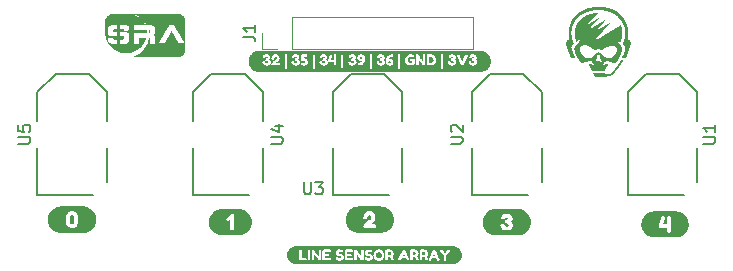
<source format=gbr>
%TF.GenerationSoftware,KiCad,Pcbnew,6.0.9-8da3e8f707~116~ubuntu22.04.1*%
%TF.CreationDate,2022-11-19T00:39:28+05:30*%
%TF.ProjectId,lsa,6c73612e-6b69-4636-9164-5f7063625858,rev?*%
%TF.SameCoordinates,Original*%
%TF.FileFunction,Legend,Top*%
%TF.FilePolarity,Positive*%
%FSLAX46Y46*%
G04 Gerber Fmt 4.6, Leading zero omitted, Abs format (unit mm)*
G04 Created by KiCad (PCBNEW 6.0.9-8da3e8f707~116~ubuntu22.04.1) date 2022-11-19 00:39:28*
%MOMM*%
%LPD*%
G01*
G04 APERTURE LIST*
%ADD10C,0.150000*%
%ADD11C,0.120000*%
%ADD12C,0.127000*%
G04 APERTURE END LIST*
D10*
%TO.C,J1*%
X105697380Y-72333333D02*
X106411666Y-72333333D01*
X106554523Y-72380952D01*
X106649761Y-72476190D01*
X106697380Y-72619047D01*
X106697380Y-72714285D01*
X106697380Y-71333333D02*
X106697380Y-71904761D01*
X106697380Y-71619047D02*
X105697380Y-71619047D01*
X105840238Y-71714285D01*
X105935476Y-71809523D01*
X105983095Y-71904761D01*
%TO.C,U5*%
X86650121Y-81365048D02*
X87462985Y-81365048D01*
X87558616Y-81317232D01*
X87606431Y-81269417D01*
X87654247Y-81173786D01*
X87654247Y-80982524D01*
X87606431Y-80886893D01*
X87558616Y-80839077D01*
X87462985Y-80791262D01*
X86650121Y-80791262D01*
X86650121Y-79834951D02*
X86650121Y-80313106D01*
X87128276Y-80360922D01*
X87080461Y-80313106D01*
X87032645Y-80217475D01*
X87032645Y-79978398D01*
X87080461Y-79882767D01*
X87128276Y-79834951D01*
X87223907Y-79787136D01*
X87462985Y-79787136D01*
X87558616Y-79834951D01*
X87606431Y-79882767D01*
X87654247Y-79978398D01*
X87654247Y-80217475D01*
X87606431Y-80313106D01*
X87558616Y-80360922D01*
%TO.C,U3*%
X110834951Y-84650121D02*
X110834951Y-85462985D01*
X110882767Y-85558616D01*
X110930582Y-85606431D01*
X111026213Y-85654247D01*
X111217475Y-85654247D01*
X111313106Y-85606431D01*
X111360922Y-85558616D01*
X111408737Y-85462985D01*
X111408737Y-84650121D01*
X111791262Y-84650121D02*
X112412863Y-84650121D01*
X112078155Y-85032645D01*
X112221601Y-85032645D01*
X112317232Y-85080461D01*
X112365048Y-85128276D01*
X112412863Y-85223907D01*
X112412863Y-85462985D01*
X112365048Y-85558616D01*
X112317232Y-85606431D01*
X112221601Y-85654247D01*
X111934708Y-85654247D01*
X111839077Y-85606431D01*
X111791262Y-85558616D01*
%TO.C,U4*%
X108050121Y-81365048D02*
X108862985Y-81365048D01*
X108958616Y-81317232D01*
X109006431Y-81269417D01*
X109054247Y-81173786D01*
X109054247Y-80982524D01*
X109006431Y-80886893D01*
X108958616Y-80839077D01*
X108862985Y-80791262D01*
X108050121Y-80791262D01*
X108384830Y-79882767D02*
X109054247Y-79882767D01*
X108002305Y-80121844D02*
X108719538Y-80360922D01*
X108719538Y-79739320D01*
%TO.C,U2*%
X123250121Y-81365048D02*
X124062985Y-81365048D01*
X124158616Y-81317232D01*
X124206431Y-81269417D01*
X124254247Y-81173786D01*
X124254247Y-80982524D01*
X124206431Y-80886893D01*
X124158616Y-80839077D01*
X124062985Y-80791262D01*
X123250121Y-80791262D01*
X123345752Y-80360922D02*
X123297937Y-80313106D01*
X123250121Y-80217475D01*
X123250121Y-79978398D01*
X123297937Y-79882767D01*
X123345752Y-79834951D01*
X123441383Y-79787136D01*
X123537014Y-79787136D01*
X123680461Y-79834951D01*
X124254247Y-80408737D01*
X124254247Y-79787136D01*
%TO.C,U1*%
X144650121Y-81365048D02*
X145462985Y-81365048D01*
X145558616Y-81317232D01*
X145606431Y-81269417D01*
X145654247Y-81173786D01*
X145654247Y-80982524D01*
X145606431Y-80886893D01*
X145558616Y-80839077D01*
X145462985Y-80791262D01*
X144650121Y-80791262D01*
X145654247Y-79787136D02*
X145654247Y-80360922D01*
X145654247Y-80074029D02*
X144650121Y-80074029D01*
X144793568Y-80169660D01*
X144889199Y-80265291D01*
X144937014Y-80360922D01*
%TO.C,kibuzzard-63708D75*%
G36*
X103760231Y-89092628D02*
G01*
X103653652Y-89076819D01*
X103549137Y-89050639D01*
X103447691Y-89014341D01*
X103350291Y-88968275D01*
X103257876Y-88912883D01*
X103171335Y-88848700D01*
X103091502Y-88776343D01*
X103019145Y-88696510D01*
X102954962Y-88609969D01*
X102899570Y-88517554D01*
X102853504Y-88420154D01*
X102817206Y-88318708D01*
X102791026Y-88214193D01*
X102775217Y-88107614D01*
X102769930Y-88000000D01*
X102775217Y-87892386D01*
X102791026Y-87785807D01*
X102800838Y-87746635D01*
X104264720Y-87746635D01*
X104324727Y-87864745D01*
X104439980Y-87931420D01*
X104573330Y-87872365D01*
X104598095Y-87849505D01*
X104598095Y-88529590D01*
X104600952Y-88599123D01*
X104619050Y-88651510D01*
X104670009Y-88688657D01*
X104765735Y-88701040D01*
X104863842Y-88688181D01*
X104914325Y-88649605D01*
X104932422Y-88599123D01*
X104935280Y-88533400D01*
X104935280Y-87472315D01*
X104925755Y-87371350D01*
X104899085Y-87330393D01*
X104849555Y-87308485D01*
X104759067Y-87298960D01*
X104651435Y-87348490D01*
X104645720Y-87352300D01*
X104333300Y-87634240D01*
X104264720Y-87746635D01*
X102800838Y-87746635D01*
X102817206Y-87681292D01*
X102853504Y-87579846D01*
X102899570Y-87482446D01*
X102954962Y-87390031D01*
X103019145Y-87303490D01*
X103091502Y-87223657D01*
X103171335Y-87151300D01*
X103257876Y-87087117D01*
X103350291Y-87031725D01*
X103447691Y-86985659D01*
X103549137Y-86949361D01*
X103653652Y-86923181D01*
X103760231Y-86907372D01*
X103867845Y-86902085D01*
X105332155Y-86902085D01*
X105439769Y-86907372D01*
X105546348Y-86923181D01*
X105650863Y-86949361D01*
X105752309Y-86985659D01*
X105849709Y-87031725D01*
X105942124Y-87087117D01*
X106028665Y-87151300D01*
X106108498Y-87223657D01*
X106180855Y-87303490D01*
X106245038Y-87390031D01*
X106300430Y-87482446D01*
X106346496Y-87579846D01*
X106382794Y-87681292D01*
X106408974Y-87785807D01*
X106424783Y-87892386D01*
X106430070Y-88000000D01*
X106424783Y-88107614D01*
X106408974Y-88214193D01*
X106382794Y-88318708D01*
X106346496Y-88420154D01*
X106300430Y-88517554D01*
X106245038Y-88609969D01*
X106180855Y-88696510D01*
X106108498Y-88776343D01*
X106028665Y-88848700D01*
X105942124Y-88912883D01*
X105849709Y-88968275D01*
X105752309Y-89014341D01*
X105650863Y-89050639D01*
X105546348Y-89076819D01*
X105439769Y-89092628D01*
X105332155Y-89097915D01*
X103867845Y-89097915D01*
X103760231Y-89092628D01*
G37*
%TO.C,kibuzzard-63708D58*%
G36*
X90161962Y-88913482D02*
G01*
X90053349Y-88897371D01*
X89946839Y-88870692D01*
X89843457Y-88833701D01*
X89744198Y-88786755D01*
X89650019Y-88730306D01*
X89561826Y-88664898D01*
X89480469Y-88591161D01*
X89406732Y-88509804D01*
X89341324Y-88421611D01*
X89284875Y-88327432D01*
X89237929Y-88228173D01*
X89200938Y-88124791D01*
X89174259Y-88018281D01*
X89158148Y-87909668D01*
X89152760Y-87800000D01*
X89152854Y-87798095D01*
X90668505Y-87798095D01*
X90674643Y-87931657D01*
X90693058Y-88055482D01*
X90723750Y-88169570D01*
X90764946Y-88265296D01*
X90816143Y-88346735D01*
X90883294Y-88415077D01*
X90972353Y-88471513D01*
X91079747Y-88509374D01*
X91201905Y-88521995D01*
X91323587Y-88509613D01*
X91429553Y-88472465D01*
X91516944Y-88416268D01*
X91582905Y-88346735D01*
X91647913Y-88236840D01*
X91694348Y-88109086D01*
X91722208Y-87963473D01*
X91731495Y-87800000D01*
X91725145Y-87674058D01*
X91706095Y-87552773D01*
X91674345Y-87436145D01*
X91634578Y-87339943D01*
X91583858Y-87257075D01*
X91517183Y-87187066D01*
X91429553Y-87129440D01*
X91323111Y-87090864D01*
X91200000Y-87078005D01*
X91076413Y-87091102D01*
X90968543Y-87130392D01*
X90879722Y-87188971D01*
X90813285Y-87259933D01*
X90760659Y-87351611D01*
X90713273Y-87472340D01*
X90688402Y-87568648D01*
X90673479Y-87677233D01*
X90668505Y-87798095D01*
X89152854Y-87798095D01*
X89158148Y-87690332D01*
X89174259Y-87581719D01*
X89200938Y-87475209D01*
X89237929Y-87371827D01*
X89284875Y-87272568D01*
X89341324Y-87178389D01*
X89406732Y-87090196D01*
X89480469Y-87008839D01*
X89561826Y-86935102D01*
X89650019Y-86869694D01*
X89744198Y-86813245D01*
X89843457Y-86766299D01*
X89946839Y-86729308D01*
X90053349Y-86702629D01*
X90161962Y-86686518D01*
X90271630Y-86681130D01*
X92128370Y-86681130D01*
X92238038Y-86686518D01*
X92346651Y-86702629D01*
X92453161Y-86729308D01*
X92556543Y-86766299D01*
X92655802Y-86813245D01*
X92749981Y-86869694D01*
X92838174Y-86935102D01*
X92919531Y-87008839D01*
X92993268Y-87090196D01*
X93058676Y-87178389D01*
X93115125Y-87272568D01*
X93162071Y-87371827D01*
X93199062Y-87475209D01*
X93225741Y-87581719D01*
X93241852Y-87690332D01*
X93247240Y-87800000D01*
X93241852Y-87909668D01*
X93225741Y-88018281D01*
X93199062Y-88124791D01*
X93162071Y-88228173D01*
X93115125Y-88327432D01*
X93058676Y-88421611D01*
X92993268Y-88509804D01*
X92919531Y-88591161D01*
X92838174Y-88664898D01*
X92749981Y-88730306D01*
X92655802Y-88786755D01*
X92556543Y-88833701D01*
X92453161Y-88870692D01*
X92346651Y-88897371D01*
X92238038Y-88913482D01*
X92128370Y-88918870D01*
X90271630Y-88918870D01*
X90161962Y-88913482D01*
G37*
G36*
X91285011Y-87439122D02*
G01*
X91345733Y-87510916D01*
X91382166Y-87630574D01*
X91394310Y-87798095D01*
X91394310Y-87809525D01*
X91382047Y-87972879D01*
X91345256Y-88089560D01*
X91283939Y-88159569D01*
X91198095Y-88182905D01*
X91113918Y-88158914D01*
X91053791Y-88086941D01*
X91017715Y-87966985D01*
X91005690Y-87799048D01*
X91017834Y-87631110D01*
X91054268Y-87511154D01*
X91114989Y-87439181D01*
X91200000Y-87415190D01*
X91285011Y-87439122D01*
G37*
D11*
%TO.C,J1*%
X108575000Y-73330000D02*
X107245000Y-73330000D01*
X107245000Y-73330000D02*
X107245000Y-72000000D01*
X109845000Y-73330000D02*
X125145000Y-73330000D01*
X125145000Y-73330000D02*
X125145000Y-70670000D01*
X109845000Y-73330000D02*
X109845000Y-70670000D01*
X109845000Y-70670000D02*
X125145000Y-70670000D01*
D12*
%TO.C,U5*%
X88250000Y-85750000D02*
X88250000Y-81770000D01*
X94150000Y-77000000D02*
X92600000Y-75450000D01*
X93000000Y-85750000D02*
X88250000Y-85750000D01*
X92600000Y-75450000D02*
X89800000Y-75450000D01*
X94150000Y-79430000D02*
X94150000Y-77000000D01*
X94150000Y-84600000D02*
X94150000Y-81770000D01*
X88250000Y-77000000D02*
X89800000Y-75450000D01*
X88250000Y-77000000D02*
X88250000Y-79430000D01*
%TO.C,U3*%
X113250000Y-85750000D02*
X113250000Y-81770000D01*
X113250000Y-77000000D02*
X113250000Y-79430000D01*
X119150000Y-79430000D02*
X119150000Y-77000000D01*
X117600000Y-75450000D02*
X114800000Y-75450000D01*
X113250000Y-77000000D02*
X114800000Y-75450000D01*
X119150000Y-77000000D02*
X117600000Y-75450000D01*
X119150000Y-84600000D02*
X119150000Y-81770000D01*
X118000000Y-85750000D02*
X113250000Y-85750000D01*
%TO.C,U4*%
X101450000Y-85750000D02*
X101450000Y-81770000D01*
X106200000Y-85750000D02*
X101450000Y-85750000D01*
X105800000Y-75450000D02*
X103000000Y-75450000D01*
X107350000Y-77000000D02*
X105800000Y-75450000D01*
X107350000Y-79430000D02*
X107350000Y-77000000D01*
X101450000Y-77000000D02*
X103000000Y-75450000D01*
X101450000Y-77000000D02*
X101450000Y-79430000D01*
X107350000Y-84600000D02*
X107350000Y-81770000D01*
%TO.C,G\u002A\u002A\u002A*%
G36*
X135259475Y-74474460D02*
G01*
X135247925Y-74462636D01*
X135222511Y-74440218D01*
X135201907Y-74423801D01*
X135183234Y-74412469D01*
X135163615Y-74405309D01*
X135140173Y-74401403D01*
X135110031Y-74399836D01*
X135070312Y-74399693D01*
X135050549Y-74399834D01*
X134997697Y-74401042D01*
X134950412Y-74404161D01*
X134905130Y-74409755D01*
X134858285Y-74418392D01*
X134806311Y-74430637D01*
X134745644Y-74447055D01*
X134736268Y-74449715D01*
X134676206Y-74466361D01*
X134616944Y-74481916D01*
X134561125Y-74495740D01*
X134511390Y-74507192D01*
X134470381Y-74515631D01*
X134450346Y-74519092D01*
X134418322Y-74523239D01*
X134394286Y-74524096D01*
X134372985Y-74521629D01*
X134359263Y-74518522D01*
X134310182Y-74499598D01*
X134265458Y-74468713D01*
X134224149Y-74425186D01*
X134217076Y-74416054D01*
X134200564Y-74395089D01*
X134183303Y-74374541D01*
X134180819Y-74371732D01*
X134167426Y-74355404D01*
X134150350Y-74332783D01*
X134134404Y-74310362D01*
X134119326Y-74288923D01*
X134106313Y-74271295D01*
X134098071Y-74261137D01*
X134097828Y-74260886D01*
X134088597Y-74247155D01*
X134085061Y-74238725D01*
X134079290Y-74227737D01*
X134075213Y-74225127D01*
X134069083Y-74219504D01*
X134061704Y-74205848D01*
X134061208Y-74204671D01*
X134053963Y-74190626D01*
X134047856Y-74184250D01*
X134047538Y-74184215D01*
X134041298Y-74178687D01*
X134038324Y-74172282D01*
X134032050Y-74158268D01*
X134022376Y-74140710D01*
X134021882Y-74139893D01*
X134011907Y-74123152D01*
X133998326Y-74099967D01*
X133985908Y-74078523D01*
X133971836Y-74054144D01*
X133958675Y-74031457D01*
X133950319Y-74017154D01*
X133942801Y-74003306D01*
X133930790Y-73979977D01*
X133915679Y-73949988D01*
X133898862Y-73916162D01*
X133881730Y-73881319D01*
X133865678Y-73848281D01*
X133852099Y-73819869D01*
X133842385Y-73798904D01*
X133840893Y-73795544D01*
X133822555Y-73750792D01*
X133802748Y-73697575D01*
X133783118Y-73640704D01*
X133765307Y-73584991D01*
X133750960Y-73535249D01*
X133747723Y-73522792D01*
X133737172Y-73470285D01*
X133730623Y-73414731D01*
X133729561Y-73389825D01*
X134177372Y-73389825D01*
X134180902Y-73433822D01*
X134191623Y-73485757D01*
X134208732Y-73542525D01*
X134231423Y-73601018D01*
X134232990Y-73604617D01*
X134243245Y-73625856D01*
X134257301Y-73652180D01*
X134273159Y-73680157D01*
X134288821Y-73706353D01*
X134302288Y-73727334D01*
X134311563Y-73739669D01*
X134311665Y-73739776D01*
X134319090Y-73750354D01*
X134320322Y-73754631D01*
X134324564Y-73764005D01*
X134329070Y-73769486D01*
X134338455Y-73780678D01*
X134350995Y-73797388D01*
X134354527Y-73802362D01*
X134370997Y-73823811D01*
X134389427Y-73845051D01*
X134391806Y-73847559D01*
X134409881Y-73867511D01*
X134428254Y-73889546D01*
X134431430Y-73893601D01*
X134447433Y-73911562D01*
X134471559Y-73935250D01*
X134501014Y-73962210D01*
X134533008Y-73989991D01*
X134564747Y-74016140D01*
X134593442Y-74038204D01*
X134606711Y-74047574D01*
X134660328Y-74080886D01*
X134713989Y-74108871D01*
X134764776Y-74130196D01*
X134809774Y-74143528D01*
X134821503Y-74145737D01*
X134839586Y-74147053D01*
X134867025Y-74147258D01*
X134900151Y-74146518D01*
X134935294Y-74145002D01*
X134968784Y-74142877D01*
X134996952Y-74140312D01*
X135016128Y-74137474D01*
X135019248Y-74136694D01*
X135076994Y-74119019D01*
X135124326Y-74102827D01*
X135164166Y-74086729D01*
X135199431Y-74069340D01*
X135233043Y-74049273D01*
X135267919Y-74025142D01*
X135291845Y-74007236D01*
X135306138Y-73994863D01*
X135327280Y-73974752D01*
X135352961Y-73949268D01*
X135380872Y-73920777D01*
X135408701Y-73891643D01*
X135434140Y-73864232D01*
X135454877Y-73840909D01*
X135458759Y-73836346D01*
X135485089Y-73806278D01*
X135514294Y-73774908D01*
X135543415Y-73745255D01*
X135569496Y-73720338D01*
X135588116Y-73704307D01*
X135617573Y-73685999D01*
X135655060Y-73669489D01*
X135694976Y-73656997D01*
X135719936Y-73652032D01*
X135762487Y-73649007D01*
X135808560Y-73650815D01*
X135853940Y-73656888D01*
X135894415Y-73666661D01*
X135925770Y-73679566D01*
X135926147Y-73679780D01*
X135955441Y-73696756D01*
X135980534Y-73712348D01*
X136003180Y-73728093D01*
X136025134Y-73745525D01*
X136048152Y-73766180D01*
X136073988Y-73791593D01*
X136104396Y-73823299D01*
X136141134Y-73862835D01*
X136164596Y-73888389D01*
X136207541Y-73934736D01*
X136243354Y-73972063D01*
X136273604Y-74001851D01*
X136299860Y-74025581D01*
X136323692Y-74044732D01*
X136346670Y-74060786D01*
X136348912Y-74062234D01*
X136370478Y-74076292D01*
X136388064Y-74088164D01*
X136397943Y-74095333D01*
X136398061Y-74095432D01*
X136409661Y-74101729D01*
X136413496Y-74102389D01*
X136425271Y-74105262D01*
X136432535Y-74108412D01*
X136468980Y-74124534D01*
X136506681Y-74135737D01*
X136548996Y-74142651D01*
X136599283Y-74145903D01*
X136635302Y-74146358D01*
X136674851Y-74145931D01*
X136704416Y-74144505D01*
X136727637Y-74141641D01*
X136748154Y-74136900D01*
X136768268Y-74130327D01*
X136791522Y-74121482D01*
X136809787Y-74113599D01*
X136819068Y-74108414D01*
X136831040Y-74103152D01*
X136837820Y-74102389D01*
X136848137Y-74099252D01*
X136850093Y-74095570D01*
X136855323Y-74088998D01*
X136857220Y-74088752D01*
X136869938Y-74084306D01*
X136890498Y-74072013D01*
X136916878Y-74053438D01*
X136947051Y-74030148D01*
X136978994Y-74003707D01*
X137010681Y-73975683D01*
X137040089Y-73947640D01*
X137041493Y-73946236D01*
X137069012Y-73917901D01*
X137097099Y-73887698D01*
X137124167Y-73857479D01*
X137148633Y-73829094D01*
X137168910Y-73804396D01*
X137183414Y-73785237D01*
X137190560Y-73773466D01*
X137191033Y-73771566D01*
X137194591Y-73763963D01*
X137203680Y-73749214D01*
X137210668Y-73738778D01*
X137226415Y-73714390D01*
X137244034Y-73684695D01*
X137262168Y-73652284D01*
X137279460Y-73619747D01*
X137294553Y-73589677D01*
X137306089Y-73564664D01*
X137312713Y-73547299D01*
X137313771Y-73541889D01*
X137316752Y-73529695D01*
X137318648Y-73527007D01*
X137324488Y-73515457D01*
X137330865Y-73493680D01*
X137337030Y-73465027D01*
X137342231Y-73432849D01*
X137344916Y-73409808D01*
X137344573Y-73348761D01*
X137332111Y-73291651D01*
X137308308Y-73239956D01*
X137273944Y-73195152D01*
X137229797Y-73158715D01*
X137205020Y-73144460D01*
X137158393Y-73124877D01*
X137102090Y-73107548D01*
X137039476Y-73092997D01*
X136973918Y-73081747D01*
X136908781Y-73074323D01*
X136847431Y-73071247D01*
X136793234Y-73073045D01*
X136767379Y-73076355D01*
X136702910Y-73091675D01*
X136631359Y-73116087D01*
X136554908Y-73148675D01*
X136475740Y-73188523D01*
X136408693Y-73226961D01*
X136385347Y-73240644D01*
X136366144Y-73251036D01*
X136354253Y-73256451D01*
X136352438Y-73256859D01*
X136345715Y-73261180D01*
X136345503Y-73262583D01*
X136339996Y-73269271D01*
X136328200Y-73276191D01*
X136312186Y-73284614D01*
X136302629Y-73291062D01*
X136290231Y-73300215D01*
X136271533Y-73312583D01*
X136249978Y-73326067D01*
X136229007Y-73338573D01*
X136212062Y-73348002D01*
X136202585Y-73352258D01*
X136202078Y-73352322D01*
X136195642Y-73357034D01*
X136195489Y-73358314D01*
X136189858Y-73364765D01*
X136176185Y-73372292D01*
X136175033Y-73372778D01*
X136160981Y-73380120D01*
X136154610Y-73386451D01*
X136154577Y-73386784D01*
X136148965Y-73393035D01*
X136140979Y-73396631D01*
X136125210Y-73404148D01*
X136118555Y-73409024D01*
X136110307Y-73415653D01*
X136098165Y-73423473D01*
X136079718Y-73433880D01*
X136052552Y-73448274D01*
X136036558Y-73456571D01*
X135994255Y-73473803D01*
X135956949Y-73479451D01*
X135925388Y-73473500D01*
X135903549Y-73459228D01*
X135881674Y-73431424D01*
X135860712Y-73391325D01*
X135841238Y-73340269D01*
X135823828Y-73279595D01*
X135820801Y-73267087D01*
X135814725Y-73241510D01*
X135808820Y-73217014D01*
X135806889Y-73209127D01*
X135803103Y-73189277D01*
X135798625Y-73158541D01*
X135793784Y-73119635D01*
X135788908Y-73075273D01*
X135784325Y-73028169D01*
X135782500Y-73007447D01*
X135778879Y-72975264D01*
X135774174Y-72955111D01*
X135767735Y-72945387D01*
X135758917Y-72944491D01*
X135757256Y-72945055D01*
X135749945Y-72954572D01*
X135744569Y-72975532D01*
X135743274Y-72985256D01*
X135733667Y-73060375D01*
X135721538Y-73134138D01*
X135707561Y-73203053D01*
X135692411Y-73263628D01*
X135684338Y-73290531D01*
X135660868Y-73352466D01*
X135634512Y-73401324D01*
X135605054Y-73437403D01*
X135572281Y-73460999D01*
X135556171Y-73467698D01*
X135533414Y-73472548D01*
X135509303Y-73471455D01*
X135480688Y-73463852D01*
X135444418Y-73449173D01*
X135438604Y-73446545D01*
X135421297Y-73437507D01*
X135398409Y-73424076D01*
X135373498Y-73408524D01*
X135350122Y-73393127D01*
X135331839Y-73380159D01*
X135322684Y-73372450D01*
X135315370Y-73366559D01*
X135301165Y-73356315D01*
X135295409Y-73352322D01*
X135279837Y-73341285D01*
X135269619Y-73333410D01*
X135268134Y-73332018D01*
X135261221Y-73326008D01*
X135246969Y-73314614D01*
X135234040Y-73304591D01*
X135216665Y-73291006D01*
X135204072Y-73280661D01*
X135199946Y-73276826D01*
X135193376Y-73271791D01*
X135177411Y-73260613D01*
X135154041Y-73244653D01*
X135125256Y-73225275D01*
X135104483Y-73211425D01*
X135055389Y-73180256D01*
X135004383Y-73150445D01*
X134954151Y-73123387D01*
X134907376Y-73100478D01*
X134866745Y-73083114D01*
X134840255Y-73074092D01*
X134813578Y-73066503D01*
X134786030Y-73058556D01*
X134782480Y-73057521D01*
X134761598Y-73053789D01*
X134730278Y-73051125D01*
X134691677Y-73049519D01*
X134648950Y-73048964D01*
X134605256Y-73049452D01*
X134563751Y-73050975D01*
X134527591Y-73053525D01*
X134499934Y-73057093D01*
X134494201Y-73058260D01*
X134446127Y-73070835D01*
X134400762Y-73085608D01*
X134360806Y-73101504D01*
X134328962Y-73117451D01*
X134308141Y-73132177D01*
X134296095Y-73141511D01*
X134280265Y-73151747D01*
X134264527Y-73164832D01*
X134248716Y-73183616D01*
X134244809Y-73189489D01*
X134233988Y-73205313D01*
X134225512Y-73214767D01*
X134223249Y-73215946D01*
X134218487Y-73221416D01*
X134218040Y-73225127D01*
X134215156Y-73237013D01*
X134208077Y-73254211D01*
X134206718Y-73257003D01*
X134196801Y-73282777D01*
X134187780Y-73316402D01*
X134180930Y-73352099D01*
X134177529Y-73384087D01*
X134177372Y-73389825D01*
X133729561Y-73389825D01*
X133728307Y-73360393D01*
X133730454Y-73311537D01*
X133734760Y-73282765D01*
X133742489Y-73251784D01*
X133752587Y-73222709D01*
X133766063Y-73194138D01*
X133783926Y-73164669D01*
X133807186Y-73132899D01*
X133836852Y-73097425D01*
X133873933Y-73056846D01*
X133919439Y-73009759D01*
X133961985Y-72967060D01*
X134007358Y-72921714D01*
X134043486Y-72885068D01*
X134071013Y-72856434D01*
X134090583Y-72835120D01*
X134102839Y-72820438D01*
X134108426Y-72811696D01*
X134108939Y-72809635D01*
X134112418Y-72801686D01*
X134120836Y-72788105D01*
X134121306Y-72787415D01*
X134137871Y-72754211D01*
X134150592Y-72709520D01*
X134159142Y-72655031D01*
X134163194Y-72592435D01*
X134163489Y-72569109D01*
X134163030Y-72524331D01*
X134161386Y-72492684D01*
X134158161Y-72473682D01*
X134152957Y-72466840D01*
X134145376Y-72471673D01*
X134135021Y-72487698D01*
X134121494Y-72514428D01*
X134120451Y-72516618D01*
X134095591Y-72563668D01*
X134066790Y-72609403D01*
X134035651Y-72651923D01*
X134003780Y-72689326D01*
X133972782Y-72719709D01*
X133944260Y-72741170D01*
X133922618Y-72751128D01*
X133900596Y-72755599D01*
X133886818Y-72752643D01*
X133877809Y-72740140D01*
X133871105Y-72719701D01*
X133864003Y-72694438D01*
X133855368Y-72664446D01*
X133850130Y-72646577D01*
X133841849Y-72617451D01*
X133833773Y-72587229D01*
X133829856Y-72571570D01*
X133823661Y-72546004D01*
X133817618Y-72521515D01*
X133815630Y-72513611D01*
X133802143Y-72454776D01*
X133789825Y-72388659D01*
X133778357Y-72313326D01*
X133767426Y-72226841D01*
X133764371Y-72199946D01*
X133759308Y-72138408D01*
X133756640Y-72069299D01*
X133756265Y-71995841D01*
X133758078Y-71921253D01*
X133761975Y-71848756D01*
X133767853Y-71781570D01*
X133775607Y-71722915D01*
X133780655Y-71695356D01*
X133785730Y-71670662D01*
X133791751Y-71641019D01*
X133795148Y-71624148D01*
X133800953Y-71600117D01*
X133810271Y-71566976D01*
X133821928Y-71528421D01*
X133834750Y-71488149D01*
X133847564Y-71449857D01*
X133859195Y-71417241D01*
X133867636Y-71395899D01*
X133876271Y-71376718D01*
X133888338Y-71350979D01*
X133902601Y-71321198D01*
X133917823Y-71289891D01*
X133932770Y-71259575D01*
X133946204Y-71232765D01*
X133956889Y-71211976D01*
X133963590Y-71199726D01*
X133965066Y-71197584D01*
X133970844Y-71189609D01*
X133978840Y-71175423D01*
X133987260Y-71162266D01*
X133994092Y-71156673D01*
X133994172Y-71156671D01*
X133999449Y-71151264D01*
X133999847Y-71148148D01*
X134004001Y-71137765D01*
X134014246Y-71122994D01*
X134016894Y-71119812D01*
X134027878Y-71106063D01*
X134033667Y-71096909D01*
X134033932Y-71095876D01*
X134038071Y-71088514D01*
X134048153Y-71076101D01*
X134049345Y-71074776D01*
X134062548Y-71059459D01*
X134079221Y-71039117D01*
X134088553Y-71027352D01*
X134125655Y-70982655D01*
X134169679Y-70934053D01*
X134216607Y-70885788D01*
X134262423Y-70842102D01*
X134272798Y-70832778D01*
X134288998Y-70819166D01*
X134313096Y-70799828D01*
X134342261Y-70776944D01*
X134373665Y-70752688D01*
X134404478Y-70729238D01*
X134431871Y-70708771D01*
X134453014Y-70693462D01*
X134460962Y-70688025D01*
X134512446Y-70654725D01*
X134556206Y-70627495D01*
X134595528Y-70604350D01*
X134633695Y-70583312D01*
X134640805Y-70579538D01*
X134670440Y-70563803D01*
X134698158Y-70548926D01*
X134720120Y-70536977D01*
X134729449Y-70531782D01*
X134751374Y-70520536D01*
X134776847Y-70509082D01*
X134784000Y-70506176D01*
X134807440Y-70496835D01*
X134829301Y-70487907D01*
X134835140Y-70485461D01*
X134853053Y-70477914D01*
X134877078Y-70467846D01*
X134893100Y-70461154D01*
X134917615Y-70450897D01*
X134940282Y-70441355D01*
X134951060Y-70436782D01*
X134985441Y-70423569D01*
X135030581Y-70408445D01*
X135083863Y-70392157D01*
X135142671Y-70375450D01*
X135204385Y-70359067D01*
X135266391Y-70343755D01*
X135322684Y-70330986D01*
X135363965Y-70322299D01*
X135399531Y-70315430D01*
X135433078Y-70309828D01*
X135468301Y-70304941D01*
X135508896Y-70300217D01*
X135558559Y-70295105D01*
X135571383Y-70293842D01*
X135629238Y-70288998D01*
X135674201Y-70287090D01*
X135706704Y-70288129D01*
X135727175Y-70292124D01*
X135735417Y-70297820D01*
X135732972Y-70306602D01*
X135720343Y-70324089D01*
X135697687Y-70350094D01*
X135665159Y-70384430D01*
X135649986Y-70399883D01*
X135625507Y-70425092D01*
X135599034Y-70453088D01*
X135578828Y-70475032D01*
X135563702Y-70491570D01*
X135541264Y-70515828D01*
X135513563Y-70545604D01*
X135482645Y-70578699D01*
X135450559Y-70612912D01*
X135445862Y-70617909D01*
X135413152Y-70652726D01*
X135380703Y-70687320D01*
X135350730Y-70719326D01*
X135325447Y-70746380D01*
X135307068Y-70766117D01*
X135305637Y-70767659D01*
X135283482Y-70791388D01*
X135261543Y-70814597D01*
X135243867Y-70833013D01*
X135240859Y-70836091D01*
X135228099Y-70849393D01*
X135208287Y-70870423D01*
X135183590Y-70896865D01*
X135156178Y-70926398D01*
X135138577Y-70945455D01*
X135111244Y-70975024D01*
X135085922Y-71002266D01*
X135064574Y-71025082D01*
X135049163Y-71041369D01*
X135043114Y-71047607D01*
X135033013Y-71058066D01*
X135015500Y-71076549D01*
X134992434Y-71101081D01*
X134965676Y-71129683D01*
X134940832Y-71156348D01*
X134910162Y-71189212D01*
X134879439Y-71221925D01*
X134851167Y-71251836D01*
X134827852Y-71276291D01*
X134815566Y-71289004D01*
X134795633Y-71311095D01*
X134785626Y-71326076D01*
X134785620Y-71333435D01*
X134795687Y-71332655D01*
X134810242Y-71326239D01*
X134824283Y-71318434D01*
X134831731Y-71313290D01*
X134838517Y-71308681D01*
X134854871Y-71298471D01*
X134878618Y-71283992D01*
X134907585Y-71266578D01*
X134920375Y-71258953D01*
X134950844Y-71240727D01*
X134976979Y-71224894D01*
X134996607Y-71212788D01*
X135007551Y-71205740D01*
X135009020Y-71204626D01*
X135018986Y-71197183D01*
X135035585Y-71187149D01*
X135053125Y-71177774D01*
X135065275Y-71172502D01*
X135075354Y-71166497D01*
X135077208Y-71162695D01*
X135082500Y-71156934D01*
X135084678Y-71156671D01*
X135095053Y-71153011D01*
X135109778Y-71144171D01*
X135110249Y-71143839D01*
X135127772Y-71132214D01*
X135149518Y-71118790D01*
X135156194Y-71114859D01*
X135182618Y-71099382D01*
X135212100Y-71081866D01*
X135242260Y-71063757D01*
X135270720Y-71046499D01*
X135295101Y-71031535D01*
X135313023Y-71020311D01*
X135322109Y-71014270D01*
X135322684Y-71013781D01*
X135330207Y-71008652D01*
X135345668Y-70999640D01*
X135356778Y-70993529D01*
X135374977Y-70983342D01*
X135387661Y-70975540D01*
X135390872Y-70973072D01*
X135399036Y-70966969D01*
X135407919Y-70961695D01*
X135434935Y-70946697D01*
X135451394Y-70936983D01*
X135458876Y-70931616D01*
X135459060Y-70931427D01*
X135465845Y-70926822D01*
X135482199Y-70916615D01*
X135505947Y-70902139D01*
X135534913Y-70884726D01*
X135547704Y-70877101D01*
X135578173Y-70858874D01*
X135604308Y-70843042D01*
X135623935Y-70830935D01*
X135634880Y-70823888D01*
X135636348Y-70822774D01*
X135643870Y-70817692D01*
X135659328Y-70808711D01*
X135670442Y-70802602D01*
X135688642Y-70792415D01*
X135701325Y-70784614D01*
X135704536Y-70782146D01*
X135712575Y-70776137D01*
X135723288Y-70769705D01*
X135742230Y-70759181D01*
X135753973Y-70752658D01*
X135766883Y-70744705D01*
X135772724Y-70740041D01*
X135780843Y-70734006D01*
X135791476Y-70727868D01*
X135803696Y-70723277D01*
X135805885Y-70727523D01*
X135798169Y-70740341D01*
X135780671Y-70761466D01*
X135770327Y-70772869D01*
X135748853Y-70796387D01*
X135727483Y-70820284D01*
X135710805Y-70839426D01*
X135710662Y-70839593D01*
X135691238Y-70861540D01*
X135670231Y-70883972D01*
X135663589Y-70890734D01*
X135644164Y-70911117D01*
X135624947Y-70932760D01*
X135620175Y-70938470D01*
X135607933Y-70952804D01*
X135588984Y-70974240D01*
X135565906Y-70999888D01*
X135541279Y-71026862D01*
X135541047Y-71027114D01*
X135516399Y-71054082D01*
X135493251Y-71079741D01*
X135474188Y-71101205D01*
X135461796Y-71115586D01*
X135461722Y-71115676D01*
X135444986Y-71134894D01*
X135424681Y-71156914D01*
X135414738Y-71167245D01*
X135394125Y-71188982D01*
X135373091Y-71212277D01*
X135364800Y-71221879D01*
X135346735Y-71242732D01*
X135325417Y-71266588D01*
X135313659Y-71279426D01*
X135297637Y-71296887D01*
X135275558Y-71321201D01*
X135250435Y-71349040D01*
X135227236Y-71374889D01*
X135204304Y-71400415D01*
X135183909Y-71422927D01*
X135168178Y-71440088D01*
X135159240Y-71449564D01*
X135158923Y-71449879D01*
X135150340Y-71458993D01*
X135135073Y-71475810D01*
X135115422Y-71497774D01*
X135097539Y-71517964D01*
X135075100Y-71543209D01*
X135054231Y-71566328D01*
X135037604Y-71584380D01*
X135029381Y-71592971D01*
X135017367Y-71605665D01*
X134999463Y-71625387D01*
X134978662Y-71648819D01*
X134968011Y-71661003D01*
X134947146Y-71684833D01*
X134927950Y-71706445D01*
X134913298Y-71722619D01*
X134908442Y-71727796D01*
X134897222Y-71741890D01*
X134892801Y-71752618D01*
X134896302Y-71756725D01*
X134903741Y-71753697D01*
X134918222Y-71746180D01*
X134922643Y-71743728D01*
X134942691Y-71732462D01*
X134960651Y-71722360D01*
X134962059Y-71721567D01*
X134975307Y-71713441D01*
X134981744Y-71708485D01*
X134989271Y-71703236D01*
X135004739Y-71694146D01*
X135015838Y-71688028D01*
X135034025Y-71677941D01*
X135046708Y-71670377D01*
X135049932Y-71668080D01*
X135057952Y-71662471D01*
X135068684Y-71656148D01*
X135087626Y-71645624D01*
X135099369Y-71639101D01*
X135112256Y-71631405D01*
X135118120Y-71627168D01*
X135126140Y-71621559D01*
X135136872Y-71615235D01*
X135155814Y-71604711D01*
X135167557Y-71598188D01*
X135180444Y-71590493D01*
X135186308Y-71586255D01*
X135194451Y-71580570D01*
X135203355Y-71575387D01*
X135229724Y-71560751D01*
X135245870Y-71551216D01*
X135253700Y-71545642D01*
X135254496Y-71544834D01*
X135262022Y-71539585D01*
X135277491Y-71530495D01*
X135288590Y-71524377D01*
X135306559Y-71513988D01*
X135318715Y-71505636D01*
X135321548Y-71502725D01*
X135329359Y-71497687D01*
X135330547Y-71497611D01*
X135339690Y-71494045D01*
X135355536Y-71484951D01*
X135365778Y-71478290D01*
X135390477Y-71462509D01*
X135417441Y-71446632D01*
X135424966Y-71442491D01*
X135443160Y-71432434D01*
X135455843Y-71424892D01*
X135459060Y-71422604D01*
X135467001Y-71417046D01*
X135484956Y-71406551D01*
X135510201Y-71392560D01*
X135522427Y-71385258D01*
X135527248Y-71381691D01*
X135537641Y-71374124D01*
X135554527Y-71364034D01*
X135572070Y-71354729D01*
X135583503Y-71349791D01*
X135593582Y-71343786D01*
X135595436Y-71339983D01*
X135600728Y-71334222D01*
X135602907Y-71333960D01*
X135613280Y-71330298D01*
X135628003Y-71321455D01*
X135628477Y-71321120D01*
X135646619Y-71309162D01*
X135668170Y-71296119D01*
X135672147Y-71293845D01*
X135696065Y-71280342D01*
X135720689Y-71266441D01*
X135723288Y-71264973D01*
X135744486Y-71252361D01*
X135764003Y-71239754D01*
X135766958Y-71237698D01*
X135781715Y-71228742D01*
X135792328Y-71224863D01*
X135792529Y-71224859D01*
X135799680Y-71221214D01*
X135800000Y-71219733D01*
X135805538Y-71213991D01*
X135819770Y-71204718D01*
X135832389Y-71197739D01*
X135851152Y-71187655D01*
X135864420Y-71179943D01*
X135868187Y-71177294D01*
X135875417Y-71172057D01*
X135891787Y-71162379D01*
X135918783Y-71147381D01*
X135919328Y-71147083D01*
X135931572Y-71139567D01*
X135936375Y-71135706D01*
X135943902Y-71130458D01*
X135959370Y-71121368D01*
X135970469Y-71115250D01*
X135988656Y-71105162D01*
X136001339Y-71097598D01*
X136004563Y-71095302D01*
X136012080Y-71090351D01*
X136027530Y-71081455D01*
X136038657Y-71075354D01*
X136056857Y-71065167D01*
X136069540Y-71057366D01*
X136072751Y-71054898D01*
X136080790Y-71048889D01*
X136091503Y-71042456D01*
X136110445Y-71031933D01*
X136122187Y-71025409D01*
X136135092Y-71017523D01*
X136140939Y-71012968D01*
X136148465Y-71007719D01*
X136163934Y-70998629D01*
X136175033Y-70992512D01*
X136193220Y-70982424D01*
X136205903Y-70974860D01*
X136209127Y-70972564D01*
X136219520Y-70964997D01*
X136236406Y-70954906D01*
X136253949Y-70945602D01*
X136265382Y-70940664D01*
X136275461Y-70934658D01*
X136277315Y-70930856D01*
X136282607Y-70925095D01*
X136284786Y-70924832D01*
X136295159Y-70921171D01*
X136309882Y-70912327D01*
X136310356Y-70911993D01*
X136326320Y-70901455D01*
X136345614Y-70889762D01*
X136364251Y-70879197D01*
X136378247Y-70872042D01*
X136383214Y-70870282D01*
X136387157Y-70874729D01*
X136382629Y-70886537D01*
X136370783Y-70903409D01*
X136360845Y-70914792D01*
X136342451Y-70935166D01*
X136320833Y-70960064D01*
X136304590Y-70979380D01*
X136284941Y-71002651D01*
X136264839Y-71025594D01*
X136251103Y-71040599D01*
X136232524Y-71061267D01*
X136214386Y-71083105D01*
X136210213Y-71088483D01*
X136194233Y-71108230D01*
X136177882Y-71126504D01*
X136175055Y-71129396D01*
X136161113Y-71144409D01*
X136143541Y-71164754D01*
X136132098Y-71178663D01*
X136116775Y-71197471D01*
X136103943Y-71212763D01*
X136097907Y-71219576D01*
X136089826Y-71228621D01*
X136075627Y-71245043D01*
X136057958Y-71265771D01*
X136052198Y-71272581D01*
X136033686Y-71294297D01*
X136017497Y-71312905D01*
X136006431Y-71325198D01*
X136004563Y-71327141D01*
X135995533Y-71336972D01*
X135980557Y-71354059D01*
X135962436Y-71375196D01*
X135956928Y-71381700D01*
X135938722Y-71403139D01*
X135923166Y-71421222D01*
X135912908Y-71432879D01*
X135911219Y-71434706D01*
X135902594Y-71444554D01*
X135888879Y-71461028D01*
X135877029Y-71475619D01*
X135859682Y-71496496D01*
X135842794Y-71515682D01*
X135834093Y-71524886D01*
X135820314Y-71539742D01*
X135802737Y-71560096D01*
X135790354Y-71575134D01*
X135773527Y-71595557D01*
X135757879Y-71613708D01*
X135749442Y-71622888D01*
X135737824Y-71635636D01*
X135721337Y-71654750D01*
X135704536Y-71674899D01*
X135686599Y-71696360D01*
X135669810Y-71715717D01*
X135658510Y-71728032D01*
X135645624Y-71744432D01*
X135644032Y-71754254D01*
X135652826Y-71756166D01*
X135671097Y-71748833D01*
X135672240Y-71748201D01*
X135685088Y-71740428D01*
X135690899Y-71736106D01*
X135698220Y-71731411D01*
X135714354Y-71722352D01*
X135735980Y-71710786D01*
X135738630Y-71709399D01*
X135760678Y-71697610D01*
X135777604Y-71688035D01*
X135786084Y-71682561D01*
X135786362Y-71682286D01*
X135793979Y-71676898D01*
X135809221Y-71667942D01*
X135817046Y-71663648D01*
X135865705Y-71636970D01*
X135912817Y-71609895D01*
X135928152Y-71600845D01*
X135947692Y-71589592D01*
X135962237Y-71581838D01*
X135968012Y-71579436D01*
X135975658Y-71575923D01*
X135989046Y-71567412D01*
X135989873Y-71566839D01*
X136005407Y-71556925D01*
X136027773Y-71543694D01*
X136048885Y-71531810D01*
X136077614Y-71516058D01*
X136108517Y-71499115D01*
X136127302Y-71488816D01*
X136150435Y-71475775D01*
X136171174Y-71463482D01*
X136181852Y-71456698D01*
X136197184Y-71447101D01*
X136219047Y-71434341D01*
X136236402Y-71424649D01*
X136262057Y-71410558D01*
X136287717Y-71396352D01*
X136301181Y-71388833D01*
X136325784Y-71375174D01*
X136351456Y-71361154D01*
X136355731Y-71358849D01*
X136372867Y-71349317D01*
X136384331Y-71342345D01*
X136386416Y-71340778D01*
X136390623Y-71337756D01*
X136400536Y-71331921D01*
X136417933Y-71322278D01*
X136444590Y-71307835D01*
X136464832Y-71296955D01*
X136477080Y-71289752D01*
X136481879Y-71286228D01*
X136489519Y-71281244D01*
X136504803Y-71272658D01*
X136512563Y-71268526D01*
X136539202Y-71254273D01*
X136564954Y-71239996D01*
X136586317Y-71227679D01*
X136599788Y-71219307D01*
X136601208Y-71218296D01*
X136610499Y-71212497D01*
X136627760Y-71202586D01*
X136645530Y-71192751D01*
X136670750Y-71178909D01*
X136695557Y-71165133D01*
X136708604Y-71157792D01*
X136725630Y-71149904D01*
X136733752Y-71149887D01*
X136731805Y-71157271D01*
X136725651Y-71164708D01*
X136717459Y-71173909D01*
X136703165Y-71190460D01*
X136685435Y-71211265D01*
X136679704Y-71218040D01*
X136661176Y-71239758D01*
X136644958Y-71258366D01*
X136633854Y-71270656D01*
X136631973Y-71272600D01*
X136622908Y-71282436D01*
X136607920Y-71299537D01*
X136589813Y-71320690D01*
X136584357Y-71327150D01*
X136565853Y-71348882D01*
X136549630Y-71367496D01*
X136538502Y-71379778D01*
X136536625Y-71381700D01*
X136527505Y-71391538D01*
X136512473Y-71408644D01*
X136494342Y-71429801D01*
X136488893Y-71436251D01*
X136470373Y-71457985D01*
X136454111Y-71476598D01*
X136442929Y-71488875D01*
X136441038Y-71490792D01*
X136431499Y-71501147D01*
X136416686Y-71518402D01*
X136400053Y-71538523D01*
X136383205Y-71558901D01*
X136368441Y-71576090D01*
X136359068Y-71586255D01*
X136349889Y-71596091D01*
X136334810Y-71613197D01*
X136316655Y-71634356D01*
X136311213Y-71640796D01*
X136292725Y-71662525D01*
X136276539Y-71681138D01*
X136265460Y-71693421D01*
X136263597Y-71695347D01*
X136254530Y-71705177D01*
X136239530Y-71722268D01*
X136221402Y-71743412D01*
X136215908Y-71749906D01*
X136198475Y-71770483D01*
X136184451Y-71786865D01*
X136176111Y-71796399D01*
X136174945Y-71797638D01*
X136169216Y-71803955D01*
X136156687Y-71818207D01*
X136139459Y-71837996D01*
X136127171Y-71852188D01*
X136108064Y-71874229D01*
X136092336Y-71892240D01*
X136082087Y-71903823D01*
X136079391Y-71906738D01*
X136073619Y-71913194D01*
X136061352Y-71927436D01*
X136044870Y-71946809D01*
X136038479Y-71954370D01*
X136018810Y-71977308D01*
X136000274Y-71998304D01*
X135986278Y-72013512D01*
X135984107Y-72015739D01*
X135970324Y-72030655D01*
X135952742Y-72051050D01*
X135940368Y-72066087D01*
X135923540Y-72086510D01*
X135907892Y-72104661D01*
X135899455Y-72113841D01*
X135887843Y-72126596D01*
X135871375Y-72145726D01*
X135854616Y-72165875D01*
X135836352Y-72187670D01*
X135818850Y-72207625D01*
X135806885Y-72220403D01*
X135793067Y-72235261D01*
X135775463Y-72255618D01*
X135763079Y-72270651D01*
X135746242Y-72291123D01*
X135730589Y-72309379D01*
X135722166Y-72318642D01*
X135711085Y-72330787D01*
X135694415Y-72349771D01*
X135675323Y-72371976D01*
X135670638Y-72377494D01*
X135652087Y-72399148D01*
X135635806Y-72417694D01*
X135624634Y-72429913D01*
X135622783Y-72431785D01*
X135613241Y-72442134D01*
X135598416Y-72459380D01*
X135581741Y-72479517D01*
X135563516Y-72501340D01*
X135546024Y-72521314D01*
X135534067Y-72534067D01*
X135520773Y-72548273D01*
X135503019Y-72568535D01*
X135486269Y-72588512D01*
X135464310Y-72614473D01*
X135439600Y-72642436D01*
X135423331Y-72660109D01*
X135402604Y-72684089D01*
X135392001Y-72700877D01*
X135391310Y-72709839D01*
X135400323Y-72710339D01*
X135418829Y-72701743D01*
X135433966Y-72692247D01*
X135453715Y-72679511D01*
X135480174Y-72663110D01*
X135508239Y-72646196D01*
X135513610Y-72643021D01*
X135537038Y-72629017D01*
X135555680Y-72617486D01*
X135566609Y-72610253D01*
X135568161Y-72608980D01*
X135574997Y-72604189D01*
X135591240Y-72593882D01*
X135614556Y-72579479D01*
X135642608Y-72562402D01*
X135673062Y-72544070D01*
X135703583Y-72525904D01*
X135731836Y-72509325D01*
X135734651Y-72507691D01*
X135755764Y-72495000D01*
X135774859Y-72482809D01*
X135779543Y-72479623D01*
X135791690Y-72471660D01*
X135812719Y-72458403D01*
X135839833Y-72441597D01*
X135870233Y-72422989D01*
X135875006Y-72420087D01*
X135914103Y-72396278D01*
X135958641Y-72369047D01*
X136002469Y-72342161D01*
X136031838Y-72324077D01*
X136070235Y-72300459D01*
X136114453Y-72273381D01*
X136158634Y-72246426D01*
X136192080Y-72226106D01*
X136221843Y-72207965D01*
X136247269Y-72192264D01*
X136266148Y-72180383D01*
X136276274Y-72173700D01*
X136277315Y-72172874D01*
X136284878Y-72167304D01*
X136299863Y-72157652D01*
X136318403Y-72146256D01*
X136336634Y-72135454D01*
X136350690Y-72127584D01*
X136356558Y-72124940D01*
X136363429Y-72121386D01*
X136378391Y-72112033D01*
X136398321Y-72098839D01*
X136400053Y-72097664D01*
X136420894Y-72084157D01*
X136437758Y-72074402D01*
X136447166Y-72070402D01*
X136447411Y-72070389D01*
X136454332Y-72065423D01*
X136454604Y-72063570D01*
X136459807Y-72056966D01*
X136461527Y-72056752D01*
X136470493Y-72053309D01*
X136487074Y-72044323D01*
X136505849Y-72032886D01*
X136533543Y-72015211D01*
X136564121Y-71995691D01*
X136581209Y-71984781D01*
X136605118Y-71969786D01*
X136628053Y-71955845D01*
X136641644Y-71947918D01*
X136661592Y-71936708D01*
X136679469Y-71926652D01*
X136680394Y-71926131D01*
X136693633Y-71918110D01*
X136700080Y-71913347D01*
X136707135Y-71908450D01*
X136723047Y-71898481D01*
X136744898Y-71885251D01*
X136754630Y-71879463D01*
X136778039Y-71865438D01*
X136796672Y-71853950D01*
X136807613Y-71846811D01*
X136809181Y-71845580D01*
X136817208Y-71839805D01*
X136827932Y-71833436D01*
X136846875Y-71822913D01*
X136858617Y-71816389D01*
X136871511Y-71808615D01*
X136877369Y-71804246D01*
X136884424Y-71799349D01*
X136900335Y-71789380D01*
X136922187Y-71776150D01*
X136931919Y-71770362D01*
X136955327Y-71756337D01*
X136973960Y-71744849D01*
X136984901Y-71737710D01*
X136986469Y-71736479D01*
X136996457Y-71729030D01*
X137013071Y-71718994D01*
X137030611Y-71709623D01*
X137042724Y-71704368D01*
X137052803Y-71698363D01*
X137054657Y-71694560D01*
X137059917Y-71688759D01*
X137061850Y-71688537D01*
X137070719Y-71684933D01*
X137087244Y-71675458D01*
X137107949Y-71662114D01*
X137109208Y-71661262D01*
X137129539Y-71647824D01*
X137145312Y-71638083D01*
X137153328Y-71634009D01*
X137153530Y-71633987D01*
X137160885Y-71630470D01*
X137176207Y-71621242D01*
X137196199Y-71608290D01*
X137196521Y-71608075D01*
X137217103Y-71594796D01*
X137245919Y-71576811D01*
X137279431Y-71556301D01*
X137314102Y-71535446D01*
X137320590Y-71531588D01*
X137351068Y-71513398D01*
X137377208Y-71497597D01*
X137396835Y-71485516D01*
X137407773Y-71478486D01*
X137409234Y-71477378D01*
X137417128Y-71471632D01*
X137429691Y-71463983D01*
X137443296Y-71455929D01*
X137464578Y-71443042D01*
X137489634Y-71427691D01*
X137497879Y-71422604D01*
X137523319Y-71406963D01*
X137546246Y-71393023D01*
X137562754Y-71383151D01*
X137566067Y-71381225D01*
X137579594Y-71372765D01*
X137586523Y-71367268D01*
X137595068Y-71362172D01*
X137605855Y-71358101D01*
X137620305Y-71357900D01*
X137636167Y-71366855D01*
X137654691Y-71386036D01*
X137677124Y-71416512D01*
X137681225Y-71422604D01*
X137699922Y-71451871D01*
X137713139Y-71476267D01*
X137723841Y-71501627D01*
X137729718Y-71518067D01*
X137736780Y-71538084D01*
X137742911Y-71554595D01*
X137743293Y-71555570D01*
X137753915Y-71589688D01*
X137763839Y-71635995D01*
X137770695Y-71678309D01*
X137775301Y-71707885D01*
X137780185Y-71735492D01*
X137784378Y-71755708D01*
X137784823Y-71757516D01*
X137786786Y-71772416D01*
X137788368Y-71798611D01*
X137789570Y-71833764D01*
X137790395Y-71875537D01*
X137790842Y-71921594D01*
X137790912Y-71969596D01*
X137790607Y-72017207D01*
X137789927Y-72062089D01*
X137788873Y-72101906D01*
X137787446Y-72134319D01*
X137785646Y-72156992D01*
X137784671Y-72163627D01*
X137780950Y-72185579D01*
X137776551Y-72215791D01*
X137772230Y-72248962D01*
X137770757Y-72261315D01*
X137766618Y-72294425D01*
X137762053Y-72326801D01*
X137757840Y-72353041D01*
X137756512Y-72360188D01*
X137751019Y-72388093D01*
X137744927Y-72419246D01*
X137742489Y-72431785D01*
X137737658Y-72455572D01*
X137731792Y-72482079D01*
X137724233Y-72514120D01*
X137714322Y-72554509D01*
X137705363Y-72590322D01*
X137696654Y-72618651D01*
X137684030Y-72651856D01*
X137669099Y-72686429D01*
X137653469Y-72718861D01*
X137638747Y-72745642D01*
X137626542Y-72763266D01*
X137625697Y-72764201D01*
X137612999Y-72775071D01*
X137600567Y-72778966D01*
X137587603Y-72775038D01*
X137573308Y-72762441D01*
X137556884Y-72740329D01*
X137537534Y-72707855D01*
X137514457Y-72664173D01*
X137495487Y-72626121D01*
X137475238Y-72584346D01*
X137458531Y-72548865D01*
X137446061Y-72521213D01*
X137438523Y-72502921D01*
X137436510Y-72495986D01*
X137432919Y-72488195D01*
X137424108Y-72474463D01*
X137422408Y-72472046D01*
X137407582Y-72457316D01*
X137393019Y-72452697D01*
X137381727Y-72458751D01*
X137378942Y-72463906D01*
X137377820Y-72473994D01*
X137377248Y-72495499D01*
X137377221Y-72526212D01*
X137377737Y-72563925D01*
X137378792Y-72606428D01*
X137379188Y-72619033D01*
X137383910Y-72762497D01*
X137411821Y-72796591D01*
X137426766Y-72814690D01*
X137438237Y-72828291D01*
X137443413Y-72834094D01*
X137449234Y-72840548D01*
X137461545Y-72854784D01*
X137478056Y-72874147D01*
X137484420Y-72881661D01*
X137502607Y-72903081D01*
X137518121Y-72921177D01*
X137528311Y-72932863D01*
X137529950Y-72934676D01*
X137538525Y-72944616D01*
X137552209Y-72961154D01*
X137564044Y-72975753D01*
X137578351Y-72993397D01*
X137589172Y-73006444D01*
X137593518Y-73011383D01*
X137599342Y-73018288D01*
X137610607Y-73032527D01*
X137620617Y-73045476D01*
X137634110Y-73062838D01*
X137644245Y-73075429D01*
X137647892Y-73079570D01*
X137653823Y-73086473D01*
X137665180Y-73100705D01*
X137675245Y-73113664D01*
X137689848Y-73132288D01*
X137702135Y-73147321D01*
X137707307Y-73153208D01*
X137717421Y-73167928D01*
X137729860Y-73191973D01*
X137743042Y-73221603D01*
X137755385Y-73253077D01*
X137765307Y-73282653D01*
X137770454Y-73302510D01*
X137776203Y-73337955D01*
X137778239Y-73372957D01*
X137776232Y-73409712D01*
X137769854Y-73450417D01*
X137758775Y-73497265D01*
X137742665Y-73552452D01*
X137724613Y-73608027D01*
X137709877Y-73651604D01*
X137695848Y-73692411D01*
X137683350Y-73728107D01*
X137673204Y-73756352D01*
X137666235Y-73774804D01*
X137664707Y-73778497D01*
X137655507Y-73800016D01*
X137647567Y-73819253D01*
X137646151Y-73822819D01*
X137638665Y-73840611D01*
X137633459Y-73851706D01*
X137628337Y-73865096D01*
X137627436Y-73870532D01*
X137624567Y-73879585D01*
X137616642Y-73898696D01*
X137604683Y-73925714D01*
X137589712Y-73958487D01*
X137572753Y-73994867D01*
X137554827Y-74032701D01*
X137536956Y-74069840D01*
X137520164Y-74104133D01*
X137505472Y-74133428D01*
X137493903Y-74155577D01*
X137486479Y-74168428D01*
X137484795Y-74170577D01*
X137479294Y-74178533D01*
X137471337Y-74193234D01*
X137470737Y-74194443D01*
X137463250Y-74207703D01*
X137450297Y-74228779D01*
X137433681Y-74254923D01*
X137415204Y-74283384D01*
X137396669Y-74311411D01*
X137379878Y-74336256D01*
X137366635Y-74355168D01*
X137358741Y-74365397D01*
X137358535Y-74365615D01*
X137350586Y-74374701D01*
X137337296Y-74390679D01*
X137324419Y-74406527D01*
X137294451Y-74439856D01*
X137258841Y-74473420D01*
X137222095Y-74503250D01*
X137191033Y-74524057D01*
X137174948Y-74532532D01*
X137159693Y-74537779D01*
X137141264Y-74540525D01*
X137115658Y-74541498D01*
X137094811Y-74541531D01*
X137063874Y-74540650D01*
X137036039Y-74538546D01*
X137015554Y-74535592D01*
X137009576Y-74533983D01*
X136990396Y-74527523D01*
X136966493Y-74520217D01*
X136959194Y-74518126D01*
X136940279Y-74512516D01*
X136912388Y-74503869D01*
X136879492Y-74493429D01*
X136850093Y-74483923D01*
X136813111Y-74472003D01*
X136774820Y-74459914D01*
X136740424Y-74449285D01*
X136720536Y-74443319D01*
X136694144Y-74435366D01*
X136671495Y-74428174D01*
X136656952Y-74423133D01*
X136655758Y-74422656D01*
X136641129Y-74417952D01*
X136619500Y-74412438D01*
X136608026Y-74409904D01*
X136579708Y-74403930D01*
X136550196Y-74397593D01*
X136541933Y-74395792D01*
X136481739Y-74388427D01*
X136421569Y-74391894D01*
X136364052Y-74405524D01*
X136311821Y-74428652D01*
X136267508Y-74460608D01*
X136260714Y-74467108D01*
X136236753Y-74496679D01*
X136213488Y-74535326D01*
X136193207Y-74578577D01*
X136178200Y-74621965D01*
X136175088Y-74634255D01*
X136169102Y-74659290D01*
X136163239Y-74682008D01*
X136160546Y-74691528D01*
X136157052Y-74710048D01*
X136154903Y-74734827D01*
X136154577Y-74747783D01*
X136156330Y-74771990D01*
X136161922Y-74783306D01*
X136171848Y-74782062D01*
X136186302Y-74768926D01*
X136204972Y-74750112D01*
X136229470Y-74728311D01*
X136257432Y-74705303D01*
X136286495Y-74682869D01*
X136314293Y-74662790D01*
X136338463Y-74646848D01*
X136356640Y-74636822D01*
X136365080Y-74634255D01*
X136372393Y-74629561D01*
X136372778Y-74627436D01*
X136378201Y-74621172D01*
X136381725Y-74620617D01*
X136392897Y-74617809D01*
X136410781Y-74610712D01*
X136419648Y-74606618D01*
X136451371Y-74595732D01*
X136489383Y-74589424D01*
X136529855Y-74587646D01*
X136568957Y-74590348D01*
X136602859Y-74597482D01*
X136627733Y-74609000D01*
X136628091Y-74609260D01*
X136635245Y-74615567D01*
X136636043Y-74622320D01*
X136629733Y-74633380D01*
X136621100Y-74645198D01*
X136608767Y-74661414D01*
X136599804Y-74672627D01*
X136597508Y-74675168D01*
X136591593Y-74682483D01*
X136581334Y-74696690D01*
X136577342Y-74702443D01*
X136566268Y-74718020D01*
X136558310Y-74728236D01*
X136556885Y-74729718D01*
X136550784Y-74737041D01*
X136540415Y-74751261D01*
X136536429Y-74756993D01*
X136525326Y-74772574D01*
X136517302Y-74782790D01*
X136515851Y-74784268D01*
X136508367Y-74792986D01*
X136497312Y-74808570D01*
X136485302Y-74826956D01*
X136474954Y-74844079D01*
X136468885Y-74855874D01*
X136468241Y-74858231D01*
X136463625Y-74866733D01*
X136462654Y-74867230D01*
X136455877Y-74874085D01*
X136444076Y-74889777D01*
X136429183Y-74911414D01*
X136413132Y-74936107D01*
X136397858Y-74960963D01*
X136385873Y-74982013D01*
X136375678Y-75000220D01*
X136367827Y-75012904D01*
X136365320Y-75016107D01*
X136359403Y-75024890D01*
X136349579Y-75043377D01*
X136337175Y-75068678D01*
X136323515Y-75097903D01*
X136309924Y-75128162D01*
X136297726Y-75156563D01*
X136288247Y-75180217D01*
X136282885Y-75195957D01*
X136276354Y-75215617D01*
X136269630Y-75228975D01*
X136266475Y-75232066D01*
X136256733Y-75233370D01*
X136236697Y-75234556D01*
X136209712Y-75235556D01*
X136179123Y-75236304D01*
X136148274Y-75236732D01*
X136120509Y-75236772D01*
X136099173Y-75236359D01*
X136088789Y-75235630D01*
X136075295Y-75229123D01*
X136070268Y-75221993D01*
X136051447Y-75166353D01*
X136036220Y-75122555D01*
X136024121Y-75089421D01*
X136014682Y-75065774D01*
X136007434Y-75050437D01*
X136001910Y-75042233D01*
X135997909Y-75039973D01*
X135989118Y-75045813D01*
X135981814Y-75059916D01*
X135981656Y-75060429D01*
X135975340Y-75079913D01*
X135970044Y-75094523D01*
X135964487Y-75109241D01*
X135956227Y-75131954D01*
X135946704Y-75158599D01*
X135937360Y-75185108D01*
X135929638Y-75207415D01*
X135924980Y-75221456D01*
X135924700Y-75222376D01*
X135922576Y-75226227D01*
X135917684Y-75229153D01*
X135908357Y-75231279D01*
X135892925Y-75232730D01*
X135869722Y-75233633D01*
X135837079Y-75234111D01*
X135793328Y-75234291D01*
X135765861Y-75234309D01*
X135610575Y-75234309D01*
X135596187Y-75203698D01*
X135587829Y-75184874D01*
X135582639Y-75171173D01*
X135581798Y-75167511D01*
X135579300Y-75157240D01*
X135572768Y-75139121D01*
X135563651Y-75116494D01*
X135553394Y-75092699D01*
X135543444Y-75071074D01*
X135535248Y-75054960D01*
X135530253Y-75047695D01*
X135529841Y-75047577D01*
X135524871Y-75050294D01*
X135519437Y-75058572D01*
X135512340Y-75074804D01*
X135502378Y-75101381D01*
X135501159Y-75104752D01*
X135492801Y-75127801D01*
X135485647Y-75147326D01*
X135482455Y-75155893D01*
X135476987Y-75170515D01*
X135469290Y-75191333D01*
X135466026Y-75200215D01*
X135454771Y-75230899D01*
X135356106Y-75232778D01*
X135257441Y-75234656D01*
X135228694Y-75186661D01*
X135215355Y-75163619D01*
X135205305Y-75144786D01*
X135200240Y-75133390D01*
X135199946Y-75131937D01*
X135194754Y-75125403D01*
X135193127Y-75125208D01*
X135186505Y-75120137D01*
X135186308Y-75118550D01*
X135182983Y-75110401D01*
X135173933Y-75093154D01*
X135160545Y-75069347D01*
X135144396Y-75041839D01*
X135120318Y-75001488D01*
X135101887Y-74970301D01*
X135087667Y-74945790D01*
X135076224Y-74925464D01*
X135066124Y-74906833D01*
X135060815Y-74896778D01*
X135051481Y-74879600D01*
X135044638Y-74868138D01*
X135043114Y-74866094D01*
X135037530Y-74858144D01*
X135030540Y-74846408D01*
X135012125Y-74813853D01*
X134996935Y-74787413D01*
X134981608Y-74761257D01*
X134975878Y-74751579D01*
X134964562Y-74731507D01*
X134956803Y-74715847D01*
X134954469Y-74708962D01*
X134949271Y-74702630D01*
X134947651Y-74702443D01*
X134941028Y-74697474D01*
X134940832Y-74695924D01*
X134937592Y-74686913D01*
X134929208Y-74670328D01*
X134920462Y-74654858D01*
X134900092Y-74620311D01*
X134921107Y-74607532D01*
X134952953Y-74594759D01*
X134992543Y-74588903D01*
X135035781Y-74590117D01*
X135078569Y-74598552D01*
X135087436Y-74601365D01*
X135124790Y-74617388D01*
X135167963Y-74641232D01*
X135213523Y-74670703D01*
X135258033Y-74703604D01*
X135291762Y-74731983D01*
X135314781Y-74751483D01*
X135338702Y-74769734D01*
X135360959Y-74785018D01*
X135378982Y-74795612D01*
X135390205Y-74799797D01*
X135392219Y-74799287D01*
X135394464Y-74789115D01*
X135392354Y-74770538D01*
X135390701Y-74763193D01*
X135384559Y-74738214D01*
X135378800Y-74714015D01*
X135377703Y-74709262D01*
X135366403Y-74671114D01*
X135349500Y-74628314D01*
X135328675Y-74584055D01*
X135305610Y-74541531D01*
X135296492Y-74527022D01*
X135461345Y-74527022D01*
X135461901Y-74529541D01*
X135468570Y-74537577D01*
X135479645Y-74536135D01*
X135496226Y-74524670D01*
X135519411Y-74502638D01*
X135522375Y-74499584D01*
X135543452Y-74477635D01*
X135563545Y-74456537D01*
X135578577Y-74440572D01*
X135579524Y-74439554D01*
X135604286Y-74417105D01*
X135636422Y-74393798D01*
X135670485Y-74373426D01*
X135684512Y-74366446D01*
X135731431Y-74351998D01*
X135779667Y-74351055D01*
X135800509Y-74354807D01*
X135831890Y-74363968D01*
X135859937Y-74376373D01*
X135887674Y-74393910D01*
X135918128Y-74418467D01*
X135951131Y-74448871D01*
X135973264Y-74469588D01*
X135993498Y-74487704D01*
X136008576Y-74500335D01*
X136012500Y-74503250D01*
X136025712Y-74513368D01*
X136032656Y-74520316D01*
X136042016Y-74524287D01*
X136049702Y-74523853D01*
X136058491Y-74518369D01*
X136060931Y-74506060D01*
X136056774Y-74485792D01*
X136045775Y-74456432D01*
X136027685Y-74416847D01*
X136025344Y-74412008D01*
X136011707Y-74383374D01*
X136000624Y-74359010D01*
X135993303Y-74341642D01*
X135990926Y-74334207D01*
X135988062Y-74322640D01*
X135984902Y-74315384D01*
X135969566Y-74280965D01*
X135954007Y-74237237D01*
X135937809Y-74182892D01*
X135920558Y-74116619D01*
X135916260Y-74098980D01*
X135907683Y-74063498D01*
X135899663Y-74030533D01*
X135893044Y-74003540D01*
X135888671Y-73985972D01*
X135888363Y-73984765D01*
X135881986Y-73959428D01*
X135875724Y-73933980D01*
X135875638Y-73933624D01*
X135861969Y-73880548D01*
X135849149Y-73838790D01*
X135836289Y-73806143D01*
X135822498Y-73780400D01*
X135806887Y-73759353D01*
X135804217Y-73756336D01*
X135783525Y-73739399D01*
X135764002Y-73735847D01*
X135745422Y-73745752D01*
X135727557Y-73769187D01*
X135720233Y-73783041D01*
X135700698Y-73824557D01*
X135686819Y-73856657D01*
X135678969Y-73878430D01*
X135677261Y-73887202D01*
X135674841Y-73901227D01*
X135671070Y-73912847D01*
X135663767Y-73934225D01*
X135654434Y-73965913D01*
X135643890Y-74004884D01*
X135632955Y-74048112D01*
X135622539Y-74092161D01*
X135603888Y-74166635D01*
X135582888Y-74234563D01*
X135557608Y-74301499D01*
X135526120Y-74373000D01*
X135521923Y-74381960D01*
X135500416Y-74427905D01*
X135484295Y-74463121D01*
X135472944Y-74489125D01*
X135465747Y-74507432D01*
X135462086Y-74519559D01*
X135461345Y-74527022D01*
X135296492Y-74527022D01*
X135281983Y-74503935D01*
X135259475Y-74474460D01*
G37*
G36*
X137890230Y-74286935D02*
G01*
X137888446Y-74294813D01*
X137880939Y-74310941D01*
X137869498Y-74332187D01*
X137855913Y-74355421D01*
X137841973Y-74377509D01*
X137829468Y-74395321D01*
X137825374Y-74400424D01*
X137819123Y-74409936D01*
X137818362Y-74412618D01*
X137814782Y-74419557D01*
X137805092Y-74435265D01*
X137790871Y-74457242D01*
X137777449Y-74477423D01*
X137760759Y-74502590D01*
X137747355Y-74523463D01*
X137738811Y-74537544D01*
X137736536Y-74542225D01*
X137732372Y-74549534D01*
X137722899Y-74560819D01*
X137712960Y-74574323D01*
X137709261Y-74584400D01*
X137705399Y-74592620D01*
X137702902Y-74593342D01*
X137695972Y-74598969D01*
X137692227Y-74606939D01*
X137684548Y-74622559D01*
X137679460Y-74629101D01*
X137671733Y-74638672D01*
X137659028Y-74656151D01*
X137643864Y-74678055D01*
X137641210Y-74681987D01*
X137626636Y-74703374D01*
X137614892Y-74720072D01*
X137608104Y-74729074D01*
X137607491Y-74729718D01*
X137602024Y-74736613D01*
X137591059Y-74751822D01*
X137576737Y-74772361D01*
X137573245Y-74777450D01*
X137558436Y-74798786D01*
X137546466Y-74815466D01*
X137539487Y-74824504D01*
X137538823Y-74825181D01*
X137532688Y-74832493D01*
X137522264Y-74846693D01*
X137518231Y-74852456D01*
X137505721Y-74869718D01*
X137495043Y-74883081D01*
X137492989Y-74885333D01*
X137485533Y-74895261D01*
X137484241Y-74899040D01*
X137480069Y-74906794D01*
X137469904Y-74919390D01*
X137468705Y-74920714D01*
X137454305Y-74937906D01*
X137438980Y-74958232D01*
X137436644Y-74961557D01*
X137425537Y-74977111D01*
X137417616Y-74987330D01*
X137416206Y-74988832D01*
X137410197Y-74995746D01*
X137398808Y-75010001D01*
X137388795Y-75022926D01*
X137373732Y-75041937D01*
X137360416Y-75057630D01*
X137354554Y-75063839D01*
X137343814Y-75075997D01*
X137330606Y-75093373D01*
X137327409Y-75097933D01*
X137314366Y-75115644D01*
X137302516Y-75129741D01*
X137300261Y-75132027D01*
X137290978Y-75141865D01*
X137275810Y-75158965D01*
X137257599Y-75180109D01*
X137252206Y-75186477D01*
X137232534Y-75209420D01*
X137213981Y-75230419D01*
X137199957Y-75245626D01*
X137197786Y-75247846D01*
X137184486Y-75262110D01*
X137166705Y-75282374D01*
X137150054Y-75302133D01*
X137132242Y-75322459D01*
X137106528Y-75350098D01*
X137074942Y-75383015D01*
X137039512Y-75419180D01*
X137002271Y-75456558D01*
X136965246Y-75493117D01*
X136930469Y-75526824D01*
X136899969Y-75555647D01*
X136875776Y-75577551D01*
X136870527Y-75582067D01*
X136849959Y-75599614D01*
X136833584Y-75613832D01*
X136824055Y-75622410D01*
X136822818Y-75623664D01*
X136815469Y-75630118D01*
X136804413Y-75635045D01*
X136787940Y-75638634D01*
X136764341Y-75641076D01*
X136731907Y-75642562D01*
X136688928Y-75643283D01*
X136645491Y-75643436D01*
X136596841Y-75643480D01*
X136559902Y-75643849D01*
X136532745Y-75644895D01*
X136513443Y-75646973D01*
X136500068Y-75650435D01*
X136490693Y-75655636D01*
X136483391Y-75662930D01*
X136476233Y-75672669D01*
X136474781Y-75674754D01*
X136464116Y-75688883D01*
X136448001Y-75709008D01*
X136429881Y-75730956D01*
X136413200Y-75750557D01*
X136401402Y-75763640D01*
X136401271Y-75763774D01*
X136397289Y-75765706D01*
X136388790Y-75767360D01*
X136374853Y-75768757D01*
X136354558Y-75769915D01*
X136326985Y-75770855D01*
X136291213Y-75771596D01*
X136246322Y-75772157D01*
X136191392Y-75772557D01*
X136125502Y-75772817D01*
X136047733Y-75772956D01*
X135965899Y-75772993D01*
X135539538Y-75772993D01*
X135519755Y-75751816D01*
X135507397Y-75736488D01*
X135500495Y-75723857D01*
X135499973Y-75721131D01*
X135496499Y-75712523D01*
X135493949Y-75711624D01*
X135487068Y-75706065D01*
X135484073Y-75699691D01*
X135478957Y-75689332D01*
X135468052Y-75670426D01*
X135453051Y-75645827D01*
X135438604Y-75622980D01*
X135421478Y-75595814D01*
X135407034Y-75571956D01*
X135396966Y-75554259D01*
X135393134Y-75546268D01*
X135387075Y-75536193D01*
X135383258Y-75534336D01*
X135377374Y-75529155D01*
X135377234Y-75527747D01*
X135373812Y-75519507D01*
X135364944Y-75503348D01*
X135352726Y-75482713D01*
X135339255Y-75461042D01*
X135326628Y-75441780D01*
X135316942Y-75428367D01*
X135316004Y-75427227D01*
X135309621Y-75413327D01*
X135309046Y-75408476D01*
X135310141Y-75406443D01*
X135314031Y-75404688D01*
X135321626Y-75403188D01*
X135333835Y-75401925D01*
X135351567Y-75400880D01*
X135375733Y-75400032D01*
X135407241Y-75399361D01*
X135447001Y-75398848D01*
X135495922Y-75398473D01*
X135554914Y-75398217D01*
X135624886Y-75398059D01*
X135706748Y-75397980D01*
X135793555Y-75397960D01*
X136278063Y-75397960D01*
X136316897Y-75423714D01*
X136341424Y-75439653D01*
X136362865Y-75452247D01*
X136383268Y-75461889D01*
X136404682Y-75468973D01*
X136429158Y-75473892D01*
X136458743Y-75477039D01*
X136495489Y-75478808D01*
X136541443Y-75479592D01*
X136598655Y-75479783D01*
X136609044Y-75479785D01*
X136662416Y-75479717D01*
X136703816Y-75479439D01*
X136734911Y-75478838D01*
X136757364Y-75477801D01*
X136772843Y-75476217D01*
X136783013Y-75473973D01*
X136789539Y-75470956D01*
X136793838Y-75467316D01*
X136816437Y-75441980D01*
X136837960Y-75415049D01*
X136843423Y-75407555D01*
X136857159Y-75389433D01*
X136877320Y-75364436D01*
X136901170Y-75335793D01*
X136925974Y-75306731D01*
X136948998Y-75280479D01*
X136967507Y-75260266D01*
X136972862Y-75254765D01*
X136981396Y-75245656D01*
X136996626Y-75228843D01*
X137016256Y-75206877D01*
X137034231Y-75186577D01*
X137056689Y-75161325D01*
X137077582Y-75138215D01*
X137094239Y-75120179D01*
X137102524Y-75111570D01*
X137115107Y-75098240D01*
X137132986Y-75078259D01*
X137152744Y-75055462D01*
X137157074Y-75050366D01*
X137175346Y-75028879D01*
X137191011Y-75010645D01*
X137201386Y-74998783D01*
X137203069Y-74996930D01*
X137212371Y-74985853D01*
X137225391Y-74969159D01*
X137230269Y-74962671D01*
X137244109Y-74944940D01*
X137256404Y-74930618D01*
X137259469Y-74927463D01*
X137270143Y-74915332D01*
X137283369Y-74897992D01*
X137286634Y-74893369D01*
X137300266Y-74874723D01*
X137313051Y-74858809D01*
X137315291Y-74856285D01*
X137324518Y-74843058D01*
X137327409Y-74834124D01*
X137330667Y-74825896D01*
X137332758Y-74825181D01*
X137339478Y-74819894D01*
X137348840Y-74806966D01*
X137350043Y-74804973D01*
X137360784Y-74788370D01*
X137370210Y-74776224D01*
X137370430Y-74775993D01*
X137378602Y-74765642D01*
X137390861Y-74748094D01*
X137400696Y-74733127D01*
X137413702Y-74713242D01*
X137424555Y-74697411D01*
X137429511Y-74690798D01*
X137435738Y-74681580D01*
X137436510Y-74679095D01*
X137439890Y-74672202D01*
X137448614Y-74657303D01*
X137460557Y-74637799D01*
X137473593Y-74617095D01*
X137485598Y-74598594D01*
X137494447Y-74585699D01*
X137496494Y-74583032D01*
X137500924Y-74576602D01*
X137508594Y-74563834D01*
X137520246Y-74543419D01*
X137536624Y-74514048D01*
X137558470Y-74474412D01*
X137567107Y-74458671D01*
X137580269Y-74435201D01*
X137592564Y-74414165D01*
X137599856Y-74402416D01*
X137609690Y-74386149D01*
X137621840Y-74364271D01*
X137627598Y-74353330D01*
X137636653Y-74336622D01*
X137645010Y-74326516D01*
X137656593Y-74320604D01*
X137675325Y-74316480D01*
X137692017Y-74313801D01*
X137722228Y-74308875D01*
X137752509Y-74303612D01*
X137772855Y-74299814D01*
X137797956Y-74295819D01*
X137821785Y-74293528D01*
X137828666Y-74293315D01*
X137850515Y-74291289D01*
X137868818Y-74286757D01*
X137884623Y-74283738D01*
X137890230Y-74286935D01*
G37*
G36*
X136009050Y-69800739D02*
G01*
X136073878Y-69801633D01*
X136132145Y-69803022D01*
X136182029Y-69804919D01*
X136221705Y-69807338D01*
X136246622Y-69809894D01*
X136312367Y-69819351D01*
X136370014Y-69828471D01*
X136425038Y-69838216D01*
X136482917Y-69849550D01*
X136539838Y-69861448D01*
X136560194Y-69866229D01*
X136587838Y-69873279D01*
X136616949Y-69881112D01*
X136618255Y-69881474D01*
X136649521Y-69890111D01*
X136681677Y-69898917D01*
X136706899Y-69905752D01*
X136730283Y-69912481D01*
X136749949Y-69918915D01*
X136758040Y-69922081D01*
X136773439Y-69928006D01*
X136794258Y-69934738D01*
X136798953Y-69936107D01*
X136819906Y-69942514D01*
X136837221Y-69948529D01*
X136839865Y-69949586D01*
X136854984Y-69955615D01*
X136875474Y-69963447D01*
X136880778Y-69965429D01*
X136910656Y-69977504D01*
X136949505Y-69994631D01*
X136994315Y-70015347D01*
X137042075Y-70038190D01*
X137089774Y-70061698D01*
X137134402Y-70084408D01*
X137172948Y-70104860D01*
X137202402Y-70121589D01*
X137202843Y-70121855D01*
X137224576Y-70134424D01*
X137242093Y-70143565D01*
X137251886Y-70147459D01*
X137252279Y-70147490D01*
X137259003Y-70152271D01*
X137259221Y-70153849D01*
X137264847Y-70160779D01*
X137272818Y-70164524D01*
X137288438Y-70172203D01*
X137294979Y-70177291D01*
X137304551Y-70185018D01*
X137322030Y-70197723D01*
X137343933Y-70212887D01*
X137347865Y-70215541D01*
X137369260Y-70230159D01*
X137385961Y-70242010D01*
X137394957Y-70248944D01*
X137395597Y-70249589D01*
X137402924Y-70255807D01*
X137417153Y-70266247D01*
X137422872Y-70270228D01*
X137438451Y-70281318D01*
X137448667Y-70289312D01*
X137450147Y-70290751D01*
X137457759Y-70297247D01*
X137470604Y-70306545D01*
X137496313Y-70326296D01*
X137528964Y-70354720D01*
X137566780Y-70390002D01*
X137607987Y-70430328D01*
X137650809Y-70473882D01*
X137693472Y-70518849D01*
X137734200Y-70563413D01*
X137771218Y-70605760D01*
X137802751Y-70644075D01*
X137810876Y-70654512D01*
X137828559Y-70677318D01*
X137843861Y-70696564D01*
X137854354Y-70709214D01*
X137856699Y-70711785D01*
X137865972Y-70725518D01*
X137869516Y-70733946D01*
X137875286Y-70744934D01*
X137879363Y-70747544D01*
X137885493Y-70753167D01*
X137892872Y-70766823D01*
X137893369Y-70768000D01*
X137900710Y-70782052D01*
X137907042Y-70788423D01*
X137907374Y-70788456D01*
X137913626Y-70794068D01*
X137917222Y-70802054D01*
X137924801Y-70817668D01*
X137929787Y-70824215D01*
X137941541Y-70839597D01*
X137957838Y-70865431D01*
X137977660Y-70899714D01*
X137999990Y-70940446D01*
X138023810Y-70985625D01*
X138048100Y-71033250D01*
X138071843Y-71081321D01*
X138094022Y-71127835D01*
X138113617Y-71170793D01*
X138129611Y-71208192D01*
X138140986Y-71238031D01*
X138142288Y-71241906D01*
X138150682Y-71266210D01*
X138159107Y-71288637D01*
X138162321Y-71296456D01*
X138169840Y-71316213D01*
X138177771Y-71340483D01*
X138179858Y-71347597D01*
X138187893Y-71374775D01*
X138196819Y-71403310D01*
X138198664Y-71408966D01*
X138206230Y-71433667D01*
X138212703Y-71457692D01*
X138214070Y-71463517D01*
X138218928Y-71484158D01*
X138225466Y-71510370D01*
X138229224Y-71524886D01*
X138236466Y-71554107D01*
X138243964Y-71586937D01*
X138247438Y-71603302D01*
X138253077Y-71630083D01*
X138258687Y-71655353D01*
X138261695Y-71668080D01*
X138265581Y-71686924D01*
X138270138Y-71713607D01*
X138274393Y-71742431D01*
X138274481Y-71743087D01*
X138278810Y-71775297D01*
X138283949Y-71813538D01*
X138288893Y-71850329D01*
X138289601Y-71855597D01*
X138292371Y-71884749D01*
X138294563Y-71924979D01*
X138296177Y-71973737D01*
X138297214Y-72028477D01*
X138297673Y-72086651D01*
X138297556Y-72145710D01*
X138296861Y-72203106D01*
X138295590Y-72256292D01*
X138293742Y-72302720D01*
X138291318Y-72339841D01*
X138289562Y-72356778D01*
X138278001Y-72441398D01*
X138265843Y-72519638D01*
X138253433Y-72589507D01*
X138241116Y-72649016D01*
X138233461Y-72680671D01*
X138227049Y-72705366D01*
X138220806Y-72729487D01*
X138220205Y-72731812D01*
X138214831Y-72751182D01*
X138207129Y-72777255D01*
X138200309Y-72799429D01*
X138193847Y-72821948D01*
X138190126Y-72838884D01*
X138189948Y-72846557D01*
X138196028Y-72844436D01*
X138206126Y-72834796D01*
X138216919Y-72821612D01*
X138225080Y-72808857D01*
X138227481Y-72801705D01*
X138231513Y-72793780D01*
X138233849Y-72793181D01*
X138240778Y-72787555D01*
X138244524Y-72779584D01*
X138252018Y-72763975D01*
X138256916Y-72757423D01*
X138266136Y-72745994D01*
X138279390Y-72727588D01*
X138294690Y-72705222D01*
X138310049Y-72681912D01*
X138323477Y-72660678D01*
X138332987Y-72644536D01*
X138336590Y-72636509D01*
X138340460Y-72629601D01*
X138341704Y-72629347D01*
X138348004Y-72623937D01*
X138358125Y-72610438D01*
X138363531Y-72602072D01*
X138374245Y-72586051D01*
X138382347Y-72576329D01*
X138384504Y-72574980D01*
X138394724Y-72580792D01*
X138408722Y-72596453D01*
X138424855Y-72619299D01*
X138441477Y-72646665D01*
X138456943Y-72675887D01*
X138469610Y-72704300D01*
X138476380Y-72723811D01*
X138484114Y-72750544D01*
X138491658Y-72776546D01*
X138495175Y-72788631D01*
X138498317Y-72806313D01*
X138500802Y-72833496D01*
X138502328Y-72866050D01*
X138502663Y-72890913D01*
X138502514Y-72916777D01*
X138501793Y-72937888D01*
X138499940Y-72956840D01*
X138496394Y-72976229D01*
X138490593Y-72998649D01*
X138481977Y-73026694D01*
X138469985Y-73062961D01*
X138457451Y-73100027D01*
X138430915Y-73178233D01*
X138408448Y-73244298D01*
X138389778Y-73299008D01*
X138374634Y-73343149D01*
X138362746Y-73377508D01*
X138353842Y-73402872D01*
X138347651Y-73420028D01*
X138343902Y-73429762D01*
X138343486Y-73430738D01*
X138337765Y-73446131D01*
X138331141Y-73466942D01*
X138329771Y-73471651D01*
X138323272Y-73492613D01*
X138317033Y-73509930D01*
X138315919Y-73512564D01*
X138311336Y-73524445D01*
X138303672Y-73545972D01*
X138294091Y-73573829D01*
X138286040Y-73597799D01*
X138273276Y-73635677D01*
X138258147Y-73679780D01*
X138242929Y-73723510D01*
X138234348Y-73747812D01*
X138221548Y-73784179D01*
X138206193Y-73828392D01*
X138190042Y-73875358D01*
X138174852Y-73919986D01*
X138171974Y-73928510D01*
X138156292Y-73975100D01*
X138144091Y-74010446D01*
X138134291Y-74036156D01*
X138125813Y-74053841D01*
X138117578Y-74065108D01*
X138108507Y-74071566D01*
X138097521Y-74074825D01*
X138083541Y-74076493D01*
X138072042Y-74077514D01*
X138039413Y-74080998D01*
X138002807Y-74085485D01*
X137978604Y-74088798D01*
X137924148Y-74096379D01*
X137866992Y-74103717D01*
X137813054Y-74110076D01*
X137779154Y-74113671D01*
X137753810Y-74115472D01*
X137740500Y-74113308D01*
X137737777Y-74105296D01*
X137744196Y-74089553D01*
X137751039Y-74077026D01*
X137771303Y-74039387D01*
X137794287Y-73994029D01*
X137818589Y-73943975D01*
X137842806Y-73892252D01*
X137865533Y-73841884D01*
X137885370Y-73795896D01*
X137900911Y-73757313D01*
X137906895Y-73740993D01*
X137917810Y-73710514D01*
X137927315Y-73686318D01*
X137933070Y-73672805D01*
X137940761Y-73653096D01*
X137951378Y-73623034D01*
X137964044Y-73585363D01*
X137977884Y-73542826D01*
X137992020Y-73498167D01*
X138005578Y-73454130D01*
X138017681Y-73413458D01*
X138027452Y-73378897D01*
X138030205Y-73368579D01*
X138043201Y-73313332D01*
X138050346Y-73268553D01*
X138051706Y-73232423D01*
X138047346Y-73203124D01*
X138037332Y-73178837D01*
X138037105Y-73178443D01*
X138023194Y-73155440D01*
X138008866Y-73133409D01*
X137996565Y-73115976D01*
X137988832Y-73106846D01*
X137982730Y-73099523D01*
X137972361Y-73085303D01*
X137968375Y-73079570D01*
X137957302Y-73063994D01*
X137949344Y-73053777D01*
X137947919Y-73052295D01*
X137941818Y-73044972D01*
X137931448Y-73030752D01*
X137927463Y-73025020D01*
X137916426Y-73009448D01*
X137908551Y-72999231D01*
X137907159Y-72997745D01*
X137893526Y-72982704D01*
X137878476Y-72961587D01*
X137865267Y-72939475D01*
X137857160Y-72921444D01*
X137856419Y-72918687D01*
X137856467Y-72900620D01*
X137861379Y-72873447D01*
X137870205Y-72840401D01*
X137881995Y-72804712D01*
X137895800Y-72769610D01*
X137907802Y-72743837D01*
X137913070Y-72726975D01*
X137913825Y-72719403D01*
X137916145Y-72706279D01*
X137918581Y-72702054D01*
X137923025Y-72692590D01*
X137930067Y-72671089D01*
X137939336Y-72638824D01*
X137950460Y-72597068D01*
X137958681Y-72564752D01*
X137965481Y-72537686D01*
X137972055Y-72511676D01*
X137975468Y-72498268D01*
X137981949Y-72472920D01*
X137988446Y-72447466D01*
X137988532Y-72447127D01*
X137995776Y-72416134D01*
X138002964Y-72379746D01*
X138010421Y-72336038D01*
X138018471Y-72283085D01*
X138027436Y-72218959D01*
X138029829Y-72201175D01*
X138032952Y-72168160D01*
X138035196Y-72124422D01*
X138036583Y-72072845D01*
X138037133Y-72016316D01*
X138036864Y-71957718D01*
X138035798Y-71899936D01*
X138033954Y-71845856D01*
X138031353Y-71798362D01*
X138028014Y-71760340D01*
X138026689Y-71749906D01*
X138018233Y-71691785D01*
X138011009Y-71645710D01*
X138004759Y-71610167D01*
X137999224Y-71583648D01*
X137996462Y-71572617D01*
X137991072Y-71552603D01*
X137984014Y-71526313D01*
X137979065Y-71507839D01*
X137972175Y-71482897D01*
X137965744Y-71460943D01*
X137962218Y-71449879D01*
X137956642Y-71432634D01*
X137949776Y-71409964D01*
X137947501Y-71402148D01*
X137931900Y-71355810D01*
X137909817Y-71301377D01*
X137882728Y-71241826D01*
X137852111Y-71180136D01*
X137819440Y-71119286D01*
X137786193Y-71062255D01*
X137754959Y-71013650D01*
X137742327Y-70996109D01*
X137732281Y-70983912D01*
X137728410Y-70980519D01*
X137723128Y-70972681D01*
X137722891Y-70970291D01*
X137718721Y-70960407D01*
X137708385Y-70945814D01*
X137705081Y-70941879D01*
X137688784Y-70922337D01*
X137671802Y-70900818D01*
X137669329Y-70897557D01*
X137657603Y-70882215D01*
X137649434Y-70871977D01*
X137647931Y-70870282D01*
X137642215Y-70863838D01*
X137629973Y-70849619D01*
X137613476Y-70830271D01*
X137606979Y-70822613D01*
X137536130Y-70745416D01*
X137453765Y-70667239D01*
X137436570Y-70652080D01*
X137413783Y-70632174D01*
X137394181Y-70614953D01*
X137380522Y-70602846D01*
X137376420Y-70599132D01*
X137365354Y-70589823D01*
X137348676Y-70576774D01*
X137342161Y-70571857D01*
X137324923Y-70558618D01*
X137311430Y-70547617D01*
X137308409Y-70544923D01*
X137296529Y-70535741D01*
X137279963Y-70525018D01*
X137279429Y-70524702D01*
X137265837Y-70515273D01*
X137259319Y-70508001D01*
X137259221Y-70507416D01*
X137254016Y-70502192D01*
X137252593Y-70502067D01*
X137245152Y-70498625D01*
X137229059Y-70489445D01*
X137207085Y-70476242D01*
X137181996Y-70460733D01*
X137156562Y-70444635D01*
X137133552Y-70429664D01*
X137115733Y-70417537D01*
X137112412Y-70415150D01*
X137100530Y-70407803D01*
X137079385Y-70396046D01*
X137051118Y-70380961D01*
X137017869Y-70363629D01*
X136981780Y-70345132D01*
X136944991Y-70326550D01*
X136909642Y-70308966D01*
X136877875Y-70293461D01*
X136851830Y-70281117D01*
X136833647Y-70273015D01*
X136825571Y-70270231D01*
X136814571Y-70267476D01*
X136798507Y-70260845D01*
X136798295Y-70260744D01*
X136755287Y-70241259D01*
X136713734Y-70225199D01*
X136686442Y-70215918D01*
X136662040Y-70207550D01*
X136641651Y-70199897D01*
X136630280Y-70194899D01*
X136613771Y-70189585D01*
X136602437Y-70188403D01*
X136587982Y-70186564D01*
X136581678Y-70183647D01*
X136572213Y-70179102D01*
X136551684Y-70172230D01*
X136522345Y-70163633D01*
X136486451Y-70153915D01*
X136446256Y-70143677D01*
X136404015Y-70133521D01*
X136361983Y-70124051D01*
X136345503Y-70120541D01*
X136319097Y-70114883D01*
X136289828Y-70108413D01*
X136280724Y-70106354D01*
X136232862Y-70096928D01*
X136173268Y-70087684D01*
X136103849Y-70078869D01*
X136026510Y-70070731D01*
X135964526Y-70065227D01*
X135919339Y-70062802D01*
X135863528Y-70061862D01*
X135800018Y-70062316D01*
X135731732Y-70064079D01*
X135661593Y-70067061D01*
X135592524Y-70071174D01*
X135527450Y-70076329D01*
X135496563Y-70079351D01*
X135463576Y-70082816D01*
X135429363Y-70086398D01*
X135401288Y-70089325D01*
X135401100Y-70089345D01*
X135370598Y-70093295D01*
X135329962Y-70099683D01*
X135282356Y-70107913D01*
X135230941Y-70117387D01*
X135178881Y-70127509D01*
X135129338Y-70137684D01*
X135085475Y-70147313D01*
X135055046Y-70154617D01*
X135007075Y-70167018D01*
X134972302Y-70176435D01*
X134954469Y-70181666D01*
X134939696Y-70186134D01*
X134916517Y-70192992D01*
X134889632Y-70200851D01*
X134886281Y-70201824D01*
X134857210Y-70210600D01*
X134829342Y-70219580D01*
X134808520Y-70226879D01*
X134807865Y-70227129D01*
X134785341Y-70235342D01*
X134757690Y-70244856D01*
X134741990Y-70250024D01*
X134712638Y-70260433D01*
X134680656Y-70273174D01*
X134665077Y-70279978D01*
X134644553Y-70289163D01*
X134629524Y-70295508D01*
X134623786Y-70297503D01*
X134615623Y-70300497D01*
X134597811Y-70308665D01*
X134572748Y-70320785D01*
X134542829Y-70335635D01*
X134510452Y-70351995D01*
X134478013Y-70368643D01*
X134447909Y-70384357D01*
X134422536Y-70397917D01*
X134404292Y-70408100D01*
X134395573Y-70413686D01*
X134395328Y-70413931D01*
X134387802Y-70419180D01*
X134372333Y-70428270D01*
X134361234Y-70434388D01*
X134341705Y-70445569D01*
X134326528Y-70455415D01*
X134321986Y-70459003D01*
X134308267Y-70467909D01*
X134299825Y-70471395D01*
X134288832Y-70477322D01*
X134286228Y-70481611D01*
X134280609Y-70488164D01*
X134272630Y-70491826D01*
X134257015Y-70499431D01*
X134250469Y-70504443D01*
X134239602Y-70513517D01*
X134223101Y-70525874D01*
X134218040Y-70529470D01*
X134205686Y-70538172D01*
X134195167Y-70545814D01*
X134184250Y-70554164D01*
X134170704Y-70564990D01*
X134152299Y-70580060D01*
X134126802Y-70601141D01*
X134109818Y-70615218D01*
X134073159Y-70646654D01*
X134034939Y-70681254D01*
X133997446Y-70716783D01*
X133962970Y-70751009D01*
X133933799Y-70781696D01*
X133912223Y-70806612D01*
X133907738Y-70812407D01*
X133893565Y-70830662D01*
X133881040Y-70845531D01*
X133876982Y-70849825D01*
X133865412Y-70862913D01*
X133849044Y-70883819D01*
X133829401Y-70910338D01*
X133808006Y-70940261D01*
X133786383Y-70971382D01*
X133766054Y-71001493D01*
X133748543Y-71028387D01*
X133735372Y-71049857D01*
X133728065Y-71063696D01*
X133727087Y-71067055D01*
X133722457Y-71075513D01*
X133721537Y-71075982D01*
X133716345Y-71082873D01*
X133706600Y-71099970D01*
X133693374Y-71125056D01*
X133677737Y-71155913D01*
X133660760Y-71190322D01*
X133643514Y-71226067D01*
X133627069Y-71260929D01*
X133612497Y-71292690D01*
X133600868Y-71319133D01*
X133593253Y-71338040D01*
X133590711Y-71346958D01*
X133588197Y-71356402D01*
X133581762Y-71373685D01*
X133576563Y-71386240D01*
X133560364Y-71430037D01*
X133544677Y-71484101D01*
X133534847Y-71524886D01*
X133528864Y-71551262D01*
X133522704Y-71577789D01*
X133521507Y-71582846D01*
X133513661Y-71618244D01*
X133506086Y-71657933D01*
X133498195Y-71705175D01*
X133490859Y-71753315D01*
X133485922Y-71797659D01*
X133482363Y-71852330D01*
X133480174Y-71914108D01*
X133479348Y-71979772D01*
X133479880Y-72046101D01*
X133481761Y-72109875D01*
X133484986Y-72167873D01*
X133489548Y-72216876D01*
X133491867Y-72234040D01*
X133499432Y-72283399D01*
X133505431Y-72321664D01*
X133510269Y-72351234D01*
X133514353Y-72374509D01*
X133518089Y-72393890D01*
X133521883Y-72411775D01*
X133522161Y-72413034D01*
X133528142Y-72440136D01*
X133534194Y-72467740D01*
X133535646Y-72474403D01*
X133542401Y-72502744D01*
X133551205Y-72535957D01*
X133560957Y-72570258D01*
X133570553Y-72601863D01*
X133578890Y-72626988D01*
X133583856Y-72639758D01*
X133589528Y-72654111D01*
X133597050Y-72675353D01*
X133601089Y-72687490D01*
X133609421Y-72711808D01*
X133617813Y-72734243D01*
X133621017Y-72742040D01*
X133628337Y-72758909D01*
X133638752Y-72782877D01*
X133649165Y-72806819D01*
X133663730Y-72849742D01*
X133666787Y-72887154D01*
X133658007Y-72921354D01*
X133637061Y-72954638D01*
X133626275Y-72967060D01*
X133609212Y-72987060D01*
X133592545Y-73008923D01*
X133590821Y-73011383D01*
X133579646Y-73026950D01*
X133571550Y-73037168D01*
X133570071Y-73038658D01*
X133562188Y-73047940D01*
X133549505Y-73065980D01*
X133533987Y-73089692D01*
X133517596Y-73115989D01*
X133502294Y-73141787D01*
X133490044Y-73163999D01*
X133488773Y-73166473D01*
X133474868Y-73201471D01*
X133468066Y-73235873D01*
X133468840Y-73265925D01*
X133474222Y-73282522D01*
X133478730Y-73293685D01*
X133486052Y-73314654D01*
X133495084Y-73342174D01*
X133502563Y-73365960D01*
X133512603Y-73398459D01*
X133522080Y-73429068D01*
X133529707Y-73453637D01*
X133533200Y-73464832D01*
X133542510Y-73492076D01*
X133555236Y-73526127D01*
X133569217Y-73561349D01*
X133580284Y-73587570D01*
X133586188Y-73601720D01*
X133595734Y-73625352D01*
X133607629Y-73655237D01*
X133620578Y-73688144D01*
X133621246Y-73689852D01*
X133634299Y-73723038D01*
X133646446Y-73753573D01*
X133656362Y-73778148D01*
X133662723Y-73793455D01*
X133662889Y-73793839D01*
X133683036Y-73840522D01*
X133700502Y-73881772D01*
X133702221Y-73885893D01*
X133712384Y-73910286D01*
X133725532Y-73941828D01*
X133739399Y-73975081D01*
X133751718Y-74004608D01*
X133752686Y-74006926D01*
X133761483Y-74027062D01*
X133772994Y-74052239D01*
X133779721Y-74066510D01*
X133790267Y-74090610D01*
X133793568Y-74106655D01*
X133788203Y-74116192D01*
X133772750Y-74120770D01*
X133745788Y-74121938D01*
X133729005Y-74121754D01*
X133698455Y-74120988D01*
X133670218Y-74119915D01*
X133649244Y-74118734D01*
X133645261Y-74118403D01*
X133621429Y-74115256D01*
X133593843Y-74110327D01*
X133567126Y-74104586D01*
X133545903Y-74099005D01*
X133536501Y-74095572D01*
X133522882Y-74089073D01*
X133505476Y-74081024D01*
X133477206Y-74062817D01*
X133447491Y-74034459D01*
X133418856Y-73998846D01*
X133393829Y-73958871D01*
X133386561Y-73944740D01*
X133374400Y-73918794D01*
X133364958Y-73896986D01*
X133359597Y-73882541D01*
X133358872Y-73879103D01*
X133354577Y-73871161D01*
X133352053Y-73870550D01*
X133345734Y-73865157D01*
X133345234Y-73861925D01*
X133342410Y-73851691D01*
X133335030Y-73833392D01*
X133325403Y-73812489D01*
X133311046Y-73782546D01*
X133296708Y-73751966D01*
X133283583Y-73723376D01*
X133272865Y-73699408D01*
X133265749Y-73682688D01*
X133263409Y-73675970D01*
X133262698Y-73672918D01*
X133260026Y-73665917D01*
X133254587Y-73653088D01*
X133245575Y-73632553D01*
X133232183Y-73602432D01*
X133223297Y-73582531D01*
X133215046Y-73562806D01*
X133209820Y-73547893D01*
X133208859Y-73543248D01*
X133206260Y-73533239D01*
X133199696Y-73516035D01*
X133195967Y-73507375D01*
X133182638Y-73475966D01*
X133167462Y-73437886D01*
X133152596Y-73398735D01*
X133140197Y-73364113D01*
X133136261Y-73352322D01*
X133128935Y-73330700D01*
X133122247Y-73312648D01*
X133120322Y-73308000D01*
X133114191Y-73292047D01*
X133107492Y-73271845D01*
X133107081Y-73270497D01*
X133100522Y-73249326D01*
X133092310Y-73223481D01*
X133088774Y-73212537D01*
X133062140Y-73122337D01*
X133043957Y-73041036D01*
X133033927Y-72967072D01*
X133031570Y-72913304D01*
X133032149Y-72872633D01*
X133034505Y-72839763D01*
X133039570Y-72810655D01*
X133048274Y-72781269D01*
X133061547Y-72747565D01*
X133078561Y-72709345D01*
X133088832Y-72686063D01*
X133096362Y-72667405D01*
X133099706Y-72656983D01*
X133099758Y-72656407D01*
X133102713Y-72645287D01*
X133106079Y-72637961D01*
X133113564Y-72621317D01*
X133116093Y-72614188D01*
X133124667Y-72603847D01*
X133139206Y-72603926D01*
X133157539Y-72613903D01*
X133172711Y-72627825D01*
X133188208Y-72646574D01*
X133208704Y-72674207D01*
X133232264Y-72707865D01*
X133256951Y-72744689D01*
X133280830Y-72781820D01*
X133301966Y-72816400D01*
X133311140Y-72832265D01*
X133325236Y-72856011D01*
X133335380Y-72869880D01*
X133341598Y-72873402D01*
X133343916Y-72866106D01*
X133342359Y-72847519D01*
X133336955Y-72817171D01*
X133327730Y-72774590D01*
X133316897Y-72728403D01*
X133310412Y-72698568D01*
X133302771Y-72659010D01*
X133294642Y-72613519D01*
X133286690Y-72565888D01*
X133279583Y-72519908D01*
X133276727Y-72499973D01*
X133262110Y-72382566D01*
X133252242Y-72273537D01*
X133246861Y-72168581D01*
X133245705Y-72063392D01*
X133246730Y-72005611D01*
X133248191Y-71960712D01*
X133250058Y-71917618D01*
X133252167Y-71879274D01*
X133254356Y-71848620D01*
X133256464Y-71828599D01*
X133256505Y-71828322D01*
X133260151Y-71802277D01*
X133264521Y-71768684D01*
X133268840Y-71733553D01*
X133270124Y-71722631D01*
X133274197Y-71689526D01*
X133278579Y-71657154D01*
X133282525Y-71630914D01*
X133283741Y-71623758D01*
X133290060Y-71589723D01*
X133297304Y-71552657D01*
X133304845Y-71515572D01*
X133312052Y-71481480D01*
X133318296Y-71453392D01*
X133322948Y-71434320D01*
X133324373Y-71429423D01*
X133329708Y-71412140D01*
X133336260Y-71389427D01*
X133338402Y-71381691D01*
X133344639Y-71359936D01*
X133350316Y-71341840D01*
X133351886Y-71337369D01*
X133357141Y-71322042D01*
X133363721Y-71301307D01*
X133365197Y-71296456D01*
X133371928Y-71275546D01*
X133378212Y-71258243D01*
X133379332Y-71255544D01*
X133384474Y-71242183D01*
X133392090Y-71220678D01*
X133399899Y-71197584D01*
X133408076Y-71173437D01*
X133415873Y-71152212D01*
X133424835Y-71130087D01*
X133436511Y-71103244D01*
X133452373Y-71068027D01*
X133463011Y-71044535D01*
X133472439Y-71023602D01*
X133476965Y-71013476D01*
X133486606Y-70994841D01*
X133496707Y-70978330D01*
X133505349Y-70962422D01*
X133508885Y-70949918D01*
X133511763Y-70939373D01*
X133514000Y-70937333D01*
X133519903Y-70930371D01*
X133529825Y-70914676D01*
X133541741Y-70893739D01*
X133553628Y-70871052D01*
X133559743Y-70858402D01*
X133566985Y-70846711D01*
X133571959Y-70843060D01*
X133576864Y-70837696D01*
X133577073Y-70835598D01*
X133580715Y-70827369D01*
X133590306Y-70811076D01*
X133603849Y-70789736D01*
X133619345Y-70766368D01*
X133634795Y-70743988D01*
X133648200Y-70725615D01*
X133657174Y-70714667D01*
X133664485Y-70704682D01*
X133665718Y-70700960D01*
X133669833Y-70693152D01*
X133679861Y-70680418D01*
X133681060Y-70679059D01*
X133694220Y-70663569D01*
X133710813Y-70643092D01*
X133720002Y-70631397D01*
X133759687Y-70583541D01*
X133808020Y-70530701D01*
X133862331Y-70475503D01*
X133919951Y-70420575D01*
X133978212Y-70368541D01*
X134033932Y-70322436D01*
X134045954Y-70313454D01*
X134063156Y-70301145D01*
X134068026Y-70297735D01*
X134083565Y-70286591D01*
X134093786Y-70278668D01*
X134095302Y-70277257D01*
X134103138Y-70271107D01*
X134120022Y-70259350D01*
X134143445Y-70243622D01*
X134170898Y-70225559D01*
X134199874Y-70206795D01*
X134227863Y-70188966D01*
X134252358Y-70173708D01*
X134270849Y-70162656D01*
X134272590Y-70161666D01*
X134293542Y-70150225D01*
X134321277Y-70135634D01*
X134353560Y-70119010D01*
X134388154Y-70101467D01*
X134422824Y-70084120D01*
X134455334Y-70068085D01*
X134483447Y-70054478D01*
X134504928Y-70044413D01*
X134517541Y-70039006D01*
X134519727Y-70038389D01*
X134528921Y-70035636D01*
X134545389Y-70028681D01*
X134553771Y-70024752D01*
X134571850Y-70016563D01*
X134584779Y-70011698D01*
X134587610Y-70011114D01*
X134596710Y-70008478D01*
X134613264Y-70001809D01*
X134622128Y-69997863D01*
X134642672Y-69989392D01*
X134672408Y-69978303D01*
X134707575Y-69965877D01*
X134744410Y-69953392D01*
X134779152Y-69942128D01*
X134808039Y-69933364D01*
X134824912Y-69928897D01*
X134841041Y-69924954D01*
X134866632Y-69918385D01*
X134897988Y-69910148D01*
X134927194Y-69902343D01*
X134981851Y-69888215D01*
X135034552Y-69875994D01*
X135090635Y-69864511D01*
X135148805Y-69853771D01*
X135173170Y-69849326D01*
X135193692Y-69845381D01*
X135203355Y-69843360D01*
X135216428Y-69841079D01*
X135238699Y-69837880D01*
X135265812Y-69834383D01*
X135271543Y-69833688D01*
X135302631Y-69829759D01*
X135341113Y-69824594D01*
X135380902Y-69819021D01*
X135401100Y-69816087D01*
X135431244Y-69812766D01*
X135473062Y-69809805D01*
X135524731Y-69807220D01*
X135584426Y-69805023D01*
X135650324Y-69803227D01*
X135720603Y-69801847D01*
X135793438Y-69800894D01*
X135867007Y-69800383D01*
X135939485Y-69800327D01*
X136009050Y-69800739D01*
G37*
%TO.C,kibuzzard-63708D29*%
G36*
X121935245Y-90879375D02*
G01*
X121766335Y-90879375D01*
X121850155Y-90705385D01*
X121935245Y-90879375D01*
G37*
G36*
X118179855Y-90587910D02*
G01*
X118216685Y-90672365D01*
X118179855Y-90756185D01*
X118106195Y-90784125D01*
X117943635Y-90784125D01*
X117943635Y-90559335D01*
X118103655Y-90559335D01*
X118179855Y-90587910D01*
G37*
G36*
X119360955Y-90879375D02*
G01*
X119192045Y-90879375D01*
X119275865Y-90705385D01*
X119360955Y-90879375D01*
G37*
G36*
X120274085Y-90587910D02*
G01*
X120310915Y-90672365D01*
X120274085Y-90756185D01*
X120200425Y-90784125D01*
X120037865Y-90784125D01*
X120037865Y-90559335D01*
X120197885Y-90559335D01*
X120274085Y-90587910D01*
G37*
G36*
X117261169Y-90565367D02*
G01*
X117338480Y-90617755D01*
X117379049Y-90669402D01*
X117403391Y-90731208D01*
X117411505Y-90803175D01*
X117403462Y-90875001D01*
X117379332Y-90936384D01*
X117339115Y-90987325D01*
X117262280Y-91038760D01*
X117176555Y-91055905D01*
X117090671Y-91038284D01*
X117013360Y-90985420D01*
X116972791Y-90933703D01*
X116948449Y-90872531D01*
X116940335Y-90801905D01*
X116948378Y-90731279D01*
X116972508Y-90670107D01*
X117012725Y-90618390D01*
X117089560Y-90565526D01*
X117175285Y-90547905D01*
X117261169Y-90565367D01*
G37*
G36*
X110073632Y-91541690D02*
G01*
X110001285Y-91530958D01*
X109930339Y-91513187D01*
X109861476Y-91488547D01*
X109795360Y-91457277D01*
X109732627Y-91419676D01*
X109673882Y-91376108D01*
X109619690Y-91326991D01*
X109570574Y-91272800D01*
X109527005Y-91214054D01*
X109490066Y-91152425D01*
X110411265Y-91152425D01*
X110418885Y-91217195D01*
X110452540Y-91253390D01*
X110523025Y-91265455D01*
X110980225Y-91265455D01*
X111046265Y-91252755D01*
X111067855Y-91224815D01*
X111074205Y-91170840D01*
X111072039Y-91152425D01*
X111156755Y-91152425D01*
X111164375Y-91217195D01*
X111198030Y-91253390D01*
X111268515Y-91265455D01*
X111333920Y-91256883D01*
X111367575Y-91231165D01*
X111379640Y-91198145D01*
X111381545Y-91153695D01*
X111381545Y-91152425D01*
X111483145Y-91152425D01*
X111485050Y-91196875D01*
X111497115Y-91231165D01*
X111530135Y-91256883D01*
X111593635Y-91265455D01*
X111659040Y-91256883D01*
X111692695Y-91231165D01*
X111704760Y-91198145D01*
X111706665Y-91153695D01*
X111706665Y-90735865D01*
X111742154Y-90782149D01*
X111788509Y-90843109D01*
X111845730Y-90918745D01*
X111913816Y-91009056D01*
X111992768Y-91114043D01*
X112082585Y-91233705D01*
X112114335Y-91257835D01*
X112182915Y-91265455D01*
X112248320Y-91256883D01*
X112281975Y-91231165D01*
X112294040Y-91198145D01*
X112295945Y-91153695D01*
X112295945Y-91152425D01*
X112397545Y-91152425D01*
X112405165Y-91217195D01*
X112438820Y-91253390D01*
X112509305Y-91265455D01*
X113012225Y-91265455D01*
X113078265Y-91257835D01*
X113113507Y-91224180D01*
X113125255Y-91153695D01*
X113116682Y-91088290D01*
X113096302Y-91061620D01*
X113510065Y-91061620D01*
X113543085Y-91134645D01*
X113554515Y-91148615D01*
X113591345Y-91187350D01*
X113648495Y-91227355D01*
X113734855Y-91263550D01*
X113789782Y-91274504D01*
X113847885Y-91278155D01*
X113924226Y-91270676D01*
X113997463Y-91248239D01*
X114067595Y-91210845D01*
X114115855Y-91169411D01*
X114127469Y-91152425D01*
X114269525Y-91152425D01*
X114277145Y-91217195D01*
X114310800Y-91253390D01*
X114381285Y-91265455D01*
X114884205Y-91265455D01*
X114950245Y-91257835D01*
X114985487Y-91224180D01*
X114997235Y-91153695D01*
X114997069Y-91152425D01*
X115079785Y-91152425D01*
X115081690Y-91196875D01*
X115093755Y-91231165D01*
X115126775Y-91256883D01*
X115190275Y-91265455D01*
X115255680Y-91256883D01*
X115289335Y-91231165D01*
X115301400Y-91198145D01*
X115303305Y-91153695D01*
X115303305Y-90735865D01*
X115338794Y-90782149D01*
X115385149Y-90843109D01*
X115442370Y-90918745D01*
X115510456Y-91009056D01*
X115589408Y-91114043D01*
X115679225Y-91233705D01*
X115710975Y-91257835D01*
X115779555Y-91265455D01*
X115844960Y-91256883D01*
X115878615Y-91231165D01*
X115890680Y-91198145D01*
X115892585Y-91153695D01*
X115892585Y-91061620D01*
X115975135Y-91061620D01*
X116008155Y-91134645D01*
X116019585Y-91148615D01*
X116056415Y-91187350D01*
X116113565Y-91227355D01*
X116199925Y-91263550D01*
X116254852Y-91274504D01*
X116312955Y-91278155D01*
X116389296Y-91270676D01*
X116462533Y-91248239D01*
X116532665Y-91210845D01*
X116580925Y-91169411D01*
X116619025Y-91113690D01*
X116643790Y-91045904D01*
X116652045Y-90968275D01*
X116643949Y-90892234D01*
X116619660Y-90829210D01*
X116603823Y-90808255D01*
X116715545Y-90808255D01*
X116723998Y-90901441D01*
X116749359Y-90987960D01*
X116791626Y-91067811D01*
X116850800Y-91140995D01*
X116922039Y-91202114D01*
X117000501Y-91245770D01*
X117086187Y-91271964D01*
X117179095Y-91280695D01*
X117271805Y-91271845D01*
X117356895Y-91245294D01*
X117434365Y-91201042D01*
X117490612Y-91151155D01*
X117718845Y-91151155D01*
X117726465Y-91217195D01*
X117760120Y-91252437D01*
X117830605Y-91264185D01*
X117896010Y-91255613D01*
X117929665Y-91229895D01*
X117941730Y-91196240D01*
X117943635Y-91152425D01*
X117943635Y-91008915D01*
X118103655Y-91008915D01*
X118143025Y-91006375D01*
X118192414Y-91123356D01*
X118225434Y-91199979D01*
X118242085Y-91236245D01*
X118265580Y-91261010D01*
X118306220Y-91273075D01*
X118371625Y-91255295D01*
X118430680Y-91218465D01*
X118450365Y-91174015D01*
X118809775Y-91174015D01*
X118828190Y-91217195D01*
X118883435Y-91255295D01*
X118951380Y-91276885D01*
X118992020Y-91264820D01*
X119014880Y-91241325D01*
X119034565Y-91204495D01*
X119100605Y-91067335D01*
X119452395Y-91067335D01*
X119518435Y-91204495D01*
X119538120Y-91242595D01*
X119560980Y-91266725D01*
X119601620Y-91278155D01*
X119669565Y-91256565D01*
X119724810Y-91217513D01*
X119743225Y-91174015D01*
X119735605Y-91151155D01*
X119813075Y-91151155D01*
X119820695Y-91217195D01*
X119854350Y-91252437D01*
X119924835Y-91264185D01*
X119990240Y-91255613D01*
X120023895Y-91229895D01*
X120035960Y-91196240D01*
X120037865Y-91152425D01*
X120037865Y-91008915D01*
X120197885Y-91008915D01*
X120237255Y-91006375D01*
X120286644Y-91123356D01*
X120319664Y-91199979D01*
X120336315Y-91236245D01*
X120359810Y-91261010D01*
X120400450Y-91273075D01*
X120465855Y-91255295D01*
X120524910Y-91218465D01*
X120544595Y-91174015D01*
X120538001Y-91151155D01*
X120614445Y-91151155D01*
X120622065Y-91217195D01*
X120655720Y-91252437D01*
X120726205Y-91264185D01*
X120791610Y-91255613D01*
X120825265Y-91229895D01*
X120837330Y-91196240D01*
X120839235Y-91152425D01*
X120839235Y-91008915D01*
X120999255Y-91008915D01*
X121038625Y-91006375D01*
X121088014Y-91123356D01*
X121121034Y-91199979D01*
X121137685Y-91236245D01*
X121161180Y-91261010D01*
X121201820Y-91273075D01*
X121267225Y-91255295D01*
X121326280Y-91218465D01*
X121345965Y-91174015D01*
X121384065Y-91174015D01*
X121402480Y-91217195D01*
X121457725Y-91255295D01*
X121525670Y-91276885D01*
X121566310Y-91264820D01*
X121589170Y-91241325D01*
X121608855Y-91204495D01*
X121674895Y-91067335D01*
X122026685Y-91067335D01*
X122092725Y-91204495D01*
X122112410Y-91242595D01*
X122135270Y-91266725D01*
X122175910Y-91278155D01*
X122243855Y-91256565D01*
X122299100Y-91217513D01*
X122317515Y-91174015D01*
X122295925Y-91109245D01*
X121970231Y-90436145D01*
X122355615Y-90436145D01*
X122384825Y-90503455D01*
X122659145Y-90913665D01*
X122659145Y-91153695D01*
X122661050Y-91198780D01*
X122673115Y-91233070D01*
X122707405Y-91260375D01*
X122772175Y-91267995D01*
X122836945Y-91260375D01*
X122871235Y-91233705D01*
X122883300Y-91200050D01*
X122885205Y-91156235D01*
X122885205Y-90913665D01*
X123159525Y-90503455D01*
X123188735Y-90436145D01*
X123173177Y-90394870D01*
X123126505Y-90352325D01*
X123052210Y-90320575D01*
X123010935Y-90332640D01*
X122969025Y-90382805D01*
X122772175Y-90697765D01*
X122575325Y-90382805D01*
X122529605Y-90330735D01*
X122491505Y-90320575D01*
X122411495Y-90358040D01*
X122369585Y-90396299D01*
X122355615Y-90436145D01*
X121970231Y-90436145D01*
X121953025Y-90400585D01*
X121911115Y-90351055D01*
X121851425Y-90334545D01*
X121791100Y-90352325D01*
X121748555Y-90399315D01*
X121405655Y-91109245D01*
X121384065Y-91174015D01*
X121345965Y-91174015D01*
X121326915Y-91107975D01*
X121291355Y-91027118D01*
X121262568Y-90960655D01*
X121240555Y-90908585D01*
X121293472Y-90841134D01*
X121325222Y-90762394D01*
X121335805Y-90672365D01*
X121327550Y-90593625D01*
X121302785Y-90522505D01*
X121265320Y-90462180D01*
X121218965Y-90415825D01*
X121147986Y-90370669D01*
X121075596Y-90343576D01*
X121001795Y-90334545D01*
X120727475Y-90334545D01*
X120662070Y-90343117D01*
X120628415Y-90368835D01*
X120616350Y-90402490D01*
X120614445Y-90446305D01*
X120614445Y-91151155D01*
X120538001Y-91151155D01*
X120525545Y-91107975D01*
X120489985Y-91027118D01*
X120461198Y-90960655D01*
X120439185Y-90908585D01*
X120492102Y-90841134D01*
X120523852Y-90762394D01*
X120534435Y-90672365D01*
X120526180Y-90593625D01*
X120501415Y-90522505D01*
X120463950Y-90462180D01*
X120417595Y-90415825D01*
X120346616Y-90370669D01*
X120274226Y-90343576D01*
X120200425Y-90334545D01*
X119926105Y-90334545D01*
X119860700Y-90343117D01*
X119827045Y-90368835D01*
X119814980Y-90402490D01*
X119813075Y-90446305D01*
X119813075Y-91151155D01*
X119735605Y-91151155D01*
X119721635Y-91109245D01*
X119378735Y-90400585D01*
X119336825Y-90351055D01*
X119277135Y-90334545D01*
X119216810Y-90352325D01*
X119174265Y-90399315D01*
X118831365Y-91109245D01*
X118809775Y-91174015D01*
X118450365Y-91174015D01*
X118431315Y-91107975D01*
X118395755Y-91027118D01*
X118366968Y-90960655D01*
X118344955Y-90908585D01*
X118397872Y-90841134D01*
X118429622Y-90762394D01*
X118440205Y-90672365D01*
X118431950Y-90593625D01*
X118407185Y-90522505D01*
X118369720Y-90462180D01*
X118323365Y-90415825D01*
X118252386Y-90370669D01*
X118179996Y-90343576D01*
X118106195Y-90334545D01*
X117831875Y-90334545D01*
X117766470Y-90343117D01*
X117732815Y-90368835D01*
X117720750Y-90402490D01*
X117718845Y-90446305D01*
X117718845Y-91151155D01*
X117490612Y-91151155D01*
X117504215Y-91139090D01*
X117562000Y-91064557D01*
X117603275Y-90982562D01*
X117628040Y-90893107D01*
X117636295Y-90796190D01*
X117627643Y-90699630D01*
X117601687Y-90611246D01*
X117558428Y-90531038D01*
X117497865Y-90459005D01*
X117425554Y-90399553D01*
X117347052Y-90357087D01*
X117262359Y-90331608D01*
X117171475Y-90323115D01*
X117085115Y-90332005D01*
X117001295Y-90358675D01*
X116923507Y-90400902D01*
X116855245Y-90456465D01*
X116798095Y-90526156D01*
X116753645Y-90610770D01*
X116725070Y-90706179D01*
X116715545Y-90808255D01*
X116603823Y-90808255D01*
X116583306Y-90781109D01*
X116539015Y-90749835D01*
X116488532Y-90728721D01*
X116433605Y-90711100D01*
X116378677Y-90697289D01*
X116328195Y-90687605D01*
X116247550Y-90658395D01*
X116215165Y-90601880D01*
X116242470Y-90547270D01*
X116311050Y-90527585D01*
X116378995Y-90544095D01*
X116398680Y-90560605D01*
X116413285Y-90573305D01*
X116479325Y-90598705D01*
X116524410Y-90582830D01*
X116568225Y-90535205D01*
X116598705Y-90465355D01*
X116559335Y-90403125D01*
X116527585Y-90378995D01*
X116440590Y-90338990D01*
X116374391Y-90324226D01*
X116301525Y-90319305D01*
X116212554Y-90328548D01*
X116136989Y-90356276D01*
X116074830Y-90402490D01*
X116028616Y-90461122D01*
X116000888Y-90526103D01*
X115991645Y-90597435D01*
X115999741Y-90672841D01*
X116024030Y-90736500D01*
X116060384Y-90786506D01*
X116104675Y-90820955D01*
X116154840Y-90845879D01*
X116208815Y-90867310D01*
X116262790Y-90884296D01*
X116312955Y-90895885D01*
X116393600Y-90924460D01*
X116425985Y-90973355D01*
X116412862Y-91026977D01*
X116373492Y-91059151D01*
X116307875Y-91069875D01*
X116246915Y-91050190D01*
X116196115Y-91008915D01*
X116139600Y-90961290D01*
X116097055Y-90945415D01*
X116029745Y-90975895D01*
X115988787Y-91023996D01*
X115975135Y-91061620D01*
X115892585Y-91061620D01*
X115892585Y-90448845D01*
X115884965Y-90384075D01*
X115869090Y-90357405D01*
X115836070Y-90342165D01*
X115777650Y-90335815D01*
X115717325Y-90343435D01*
X115681130Y-90373280D01*
X115669065Y-90443765D01*
X115669065Y-90873025D01*
X115634069Y-90827199D01*
X115589196Y-90767615D01*
X115534445Y-90694272D01*
X115469816Y-90607172D01*
X115395309Y-90506312D01*
X115310925Y-90391695D01*
X115281715Y-90358675D01*
X115250600Y-90342800D01*
X115190275Y-90335815D01*
X115128045Y-90343435D01*
X115091850Y-90373280D01*
X115079785Y-90443765D01*
X115079785Y-91152425D01*
X114997069Y-91152425D01*
X114988662Y-91088290D01*
X114962945Y-91054635D01*
X114929290Y-91042570D01*
X114885475Y-91040665D01*
X114494315Y-91040665D01*
X114494315Y-90912395D01*
X114743235Y-90912395D01*
X114809275Y-90904775D01*
X114845470Y-90871120D01*
X114857535Y-90800635D01*
X114848962Y-90735230D01*
X114823245Y-90701575D01*
X114789590Y-90689510D01*
X114745775Y-90687605D01*
X114494315Y-90687605D01*
X114494315Y-90559335D01*
X114884205Y-90559335D01*
X114950245Y-90551715D01*
X114985487Y-90518060D01*
X114997235Y-90447575D01*
X114988662Y-90382170D01*
X114962945Y-90348515D01*
X114929290Y-90336450D01*
X114885475Y-90334545D01*
X114385095Y-90334545D01*
X114293655Y-90358040D01*
X114269525Y-90446305D01*
X114269525Y-91152425D01*
X114127469Y-91152425D01*
X114153955Y-91113690D01*
X114178720Y-91045904D01*
X114186975Y-90968275D01*
X114178879Y-90892234D01*
X114154590Y-90829210D01*
X114118236Y-90781109D01*
X114073945Y-90749835D01*
X114023462Y-90728721D01*
X113968535Y-90711100D01*
X113913607Y-90697289D01*
X113863125Y-90687605D01*
X113782480Y-90658395D01*
X113750095Y-90601880D01*
X113777400Y-90547270D01*
X113845980Y-90527585D01*
X113913925Y-90544095D01*
X113933610Y-90560605D01*
X113948215Y-90573305D01*
X114014255Y-90598705D01*
X114059340Y-90582830D01*
X114103155Y-90535205D01*
X114133635Y-90465355D01*
X114094265Y-90403125D01*
X114062515Y-90378995D01*
X113975520Y-90338990D01*
X113909321Y-90324226D01*
X113836455Y-90319305D01*
X113747484Y-90328548D01*
X113671919Y-90356276D01*
X113609760Y-90402490D01*
X113563546Y-90461122D01*
X113535818Y-90526103D01*
X113526575Y-90597435D01*
X113534671Y-90672841D01*
X113558960Y-90736500D01*
X113595314Y-90786506D01*
X113639605Y-90820955D01*
X113689770Y-90845879D01*
X113743745Y-90867310D01*
X113797720Y-90884296D01*
X113847885Y-90895885D01*
X113928530Y-90924460D01*
X113960915Y-90973355D01*
X113947792Y-91026977D01*
X113908422Y-91059151D01*
X113842805Y-91069875D01*
X113781845Y-91050190D01*
X113731045Y-91008915D01*
X113674530Y-90961290D01*
X113631985Y-90945415D01*
X113564675Y-90975895D01*
X113523717Y-91023996D01*
X113510065Y-91061620D01*
X113096302Y-91061620D01*
X113090965Y-91054635D01*
X113057310Y-91042570D01*
X113013495Y-91040665D01*
X112622335Y-91040665D01*
X112622335Y-90912395D01*
X112871255Y-90912395D01*
X112937295Y-90904775D01*
X112973490Y-90871120D01*
X112985555Y-90800635D01*
X112976982Y-90735230D01*
X112951265Y-90701575D01*
X112917610Y-90689510D01*
X112873795Y-90687605D01*
X112622335Y-90687605D01*
X112622335Y-90559335D01*
X113012225Y-90559335D01*
X113078265Y-90551715D01*
X113113507Y-90518060D01*
X113125255Y-90447575D01*
X113116682Y-90382170D01*
X113090965Y-90348515D01*
X113057310Y-90336450D01*
X113013495Y-90334545D01*
X112513115Y-90334545D01*
X112421675Y-90358040D01*
X112397545Y-90446305D01*
X112397545Y-91152425D01*
X112295945Y-91152425D01*
X112295945Y-90448845D01*
X112288325Y-90384075D01*
X112272450Y-90357405D01*
X112239430Y-90342165D01*
X112181010Y-90335815D01*
X112120685Y-90343435D01*
X112084490Y-90373280D01*
X112072425Y-90443765D01*
X112072425Y-90873025D01*
X112037429Y-90827199D01*
X111992556Y-90767615D01*
X111937805Y-90694272D01*
X111873176Y-90607172D01*
X111798669Y-90506312D01*
X111714285Y-90391695D01*
X111685075Y-90358675D01*
X111653960Y-90342800D01*
X111593635Y-90335815D01*
X111531405Y-90343435D01*
X111495210Y-90373280D01*
X111483145Y-90443765D01*
X111483145Y-91152425D01*
X111381545Y-91152425D01*
X111381545Y-90447575D01*
X111375195Y-90381535D01*
X111340587Y-90346292D01*
X111269785Y-90334545D01*
X111204380Y-90343117D01*
X111170725Y-90368835D01*
X111158660Y-90402490D01*
X111156755Y-90446305D01*
X111156755Y-91152425D01*
X111072039Y-91152425D01*
X111067855Y-91116865D01*
X111042455Y-91087020D01*
X110981495Y-91077495D01*
X110636055Y-91077495D01*
X110636055Y-90447575D01*
X110629705Y-90381535D01*
X110595097Y-90346292D01*
X110524295Y-90334545D01*
X110458890Y-90343117D01*
X110425235Y-90368835D01*
X110413170Y-90402490D01*
X110411265Y-90446305D01*
X110411265Y-91152425D01*
X109490066Y-91152425D01*
X109489405Y-91151322D01*
X109458134Y-91085206D01*
X109433495Y-91016343D01*
X109415724Y-90945397D01*
X109404992Y-90873050D01*
X109401403Y-90800000D01*
X109404992Y-90726950D01*
X109415724Y-90654603D01*
X109433495Y-90583657D01*
X109458134Y-90514794D01*
X109489405Y-90448678D01*
X109527005Y-90385946D01*
X109570574Y-90327200D01*
X109619690Y-90273009D01*
X109673882Y-90223892D01*
X109732627Y-90180324D01*
X109795360Y-90142723D01*
X109861476Y-90111453D01*
X109930339Y-90086813D01*
X110001285Y-90069042D01*
X110073632Y-90058310D01*
X110146682Y-90054722D01*
X123453318Y-90054722D01*
X123526368Y-90058310D01*
X123598715Y-90069042D01*
X123669661Y-90086813D01*
X123738524Y-90111453D01*
X123804640Y-90142723D01*
X123867373Y-90180324D01*
X123926118Y-90223892D01*
X123980310Y-90273009D01*
X124029426Y-90327200D01*
X124072995Y-90385946D01*
X124110595Y-90448678D01*
X124141866Y-90514794D01*
X124166505Y-90583657D01*
X124184276Y-90654603D01*
X124195008Y-90726950D01*
X124198597Y-90800000D01*
X124195008Y-90873050D01*
X124184276Y-90945397D01*
X124166505Y-91016343D01*
X124141866Y-91085206D01*
X124110595Y-91151322D01*
X124072995Y-91214054D01*
X124029426Y-91272800D01*
X123980310Y-91326991D01*
X123926118Y-91376108D01*
X123867373Y-91419676D01*
X123804640Y-91457277D01*
X123738524Y-91488547D01*
X123669661Y-91513187D01*
X123598715Y-91530958D01*
X123526368Y-91541690D01*
X123453318Y-91545278D01*
X110146682Y-91545278D01*
X110073632Y-91541690D01*
G37*
G36*
X121075455Y-90587910D02*
G01*
X121112285Y-90672365D01*
X121075455Y-90756185D01*
X121001795Y-90784125D01*
X120839235Y-90784125D01*
X120839235Y-90559335D01*
X120999255Y-90559335D01*
X121075455Y-90587910D01*
G37*
%TO.C,kibuzzard-63708DAF*%
G36*
X126962055Y-89112534D02*
G01*
X126853535Y-89096437D01*
X126747116Y-89069780D01*
X126643822Y-89032821D01*
X126544647Y-88985915D01*
X126450548Y-88929514D01*
X126362431Y-88864162D01*
X126281143Y-88790487D01*
X126207468Y-88709199D01*
X126142116Y-88621082D01*
X126085715Y-88526983D01*
X126038809Y-88427809D01*
X126001850Y-88324514D01*
X125990947Y-88280988D01*
X127468505Y-88280988D01*
X127489460Y-88383858D01*
X127493270Y-88402907D01*
X127514225Y-88452438D01*
X127561374Y-88528161D01*
X127615190Y-88587693D01*
X127725257Y-88661776D01*
X127852257Y-88706226D01*
X127996190Y-88721043D01*
X128141182Y-88706332D01*
X128268817Y-88662199D01*
X128379095Y-88588645D01*
X128463762Y-88492442D01*
X128514562Y-88380365D01*
X128531495Y-88252413D01*
X128515779Y-88155258D01*
X128468630Y-88069532D01*
X128408623Y-88007620D01*
X128352425Y-87966663D01*
X128352425Y-87953328D01*
X128434975Y-87893532D01*
X128484505Y-87813204D01*
X128501015Y-87712345D01*
X128485987Y-87604924D01*
X128440902Y-87504912D01*
X128365760Y-87412307D01*
X128264583Y-87338224D01*
X128141393Y-87293774D01*
X127996190Y-87278957D01*
X127901654Y-87285625D01*
X127816168Y-87305627D01*
X127690438Y-87364682D01*
X127611380Y-87439930D01*
X127569470Y-87499937D01*
X127525655Y-87629478D01*
X127549468Y-87697581D01*
X127620905Y-87757112D01*
X127725680Y-87791402D01*
X127798070Y-87767590D01*
X127851410Y-87696153D01*
X127862840Y-87673292D01*
X127912370Y-87627572D01*
X128020003Y-87604712D01*
X128125730Y-87640907D01*
X128163830Y-87717107D01*
X128127635Y-87772829D01*
X128019050Y-87791402D01*
X127919990Y-87800928D01*
X127867126Y-87852839D01*
X127849505Y-87959042D01*
X127862364Y-88056674D01*
X127900940Y-88105727D01*
X127950470Y-88124778D01*
X128037148Y-88128587D01*
X128147638Y-88167640D01*
X128194310Y-88258128D01*
X128146685Y-88350520D01*
X128085725Y-88381238D01*
X127998095Y-88391478D01*
X127918085Y-88380047D01*
X127813310Y-88288608D01*
X127756160Y-88189548D01*
X127655195Y-88170497D01*
X127515178Y-88198120D01*
X127468505Y-88280988D01*
X125990947Y-88280988D01*
X125975193Y-88218095D01*
X125959096Y-88109575D01*
X125953713Y-88000000D01*
X125959096Y-87890425D01*
X125975193Y-87781905D01*
X126001850Y-87675486D01*
X126038809Y-87572191D01*
X126085715Y-87473017D01*
X126142116Y-87378918D01*
X126207468Y-87290801D01*
X126281143Y-87209513D01*
X126362431Y-87135838D01*
X126450548Y-87070486D01*
X126544647Y-87014085D01*
X126643822Y-86967179D01*
X126747116Y-86930220D01*
X126853535Y-86903563D01*
X126962055Y-86887466D01*
X127071630Y-86882082D01*
X128928370Y-86882082D01*
X128928370Y-86882083D01*
X129037945Y-86887466D01*
X129146465Y-86903563D01*
X129252884Y-86930220D01*
X129356179Y-86967179D01*
X129455353Y-87014085D01*
X129549452Y-87070486D01*
X129637569Y-87135838D01*
X129718857Y-87209513D01*
X129792532Y-87290801D01*
X129857884Y-87378918D01*
X129914285Y-87473017D01*
X129961191Y-87572192D01*
X129998150Y-87675486D01*
X130024807Y-87781905D01*
X130040904Y-87890425D01*
X130046287Y-88000000D01*
X130040904Y-88109575D01*
X130024807Y-88218095D01*
X129998150Y-88324514D01*
X129961191Y-88427808D01*
X129914285Y-88526983D01*
X129857884Y-88621082D01*
X129792532Y-88709199D01*
X129718857Y-88790487D01*
X129637569Y-88864162D01*
X129549452Y-88929514D01*
X129455353Y-88985915D01*
X129356179Y-89032821D01*
X129252884Y-89069780D01*
X129146465Y-89096437D01*
X129037945Y-89112534D01*
X128928370Y-89117917D01*
X128928370Y-89117918D01*
X127071630Y-89117918D01*
X126962055Y-89112534D01*
G37*
%TO.C,G\u002A\u002A\u002A*%
G36*
X97733115Y-71752018D02*
G01*
X97751206Y-71752018D01*
X97761602Y-71752549D01*
X97769491Y-71753950D01*
X97772744Y-71755464D01*
X97774633Y-71760074D01*
X97775885Y-71768344D01*
X97776190Y-71775428D01*
X97776190Y-71791947D01*
X97812086Y-71793657D01*
X97812086Y-71954471D01*
X97773318Y-71956169D01*
X97773318Y-72001854D01*
X97760837Y-72001854D01*
X97752070Y-72002058D01*
X97739845Y-72002602D01*
X97726428Y-72003378D01*
X97722787Y-72003622D01*
X97711168Y-72004173D01*
X97701782Y-72004147D01*
X97696058Y-72003568D01*
X97695065Y-72003143D01*
X97694482Y-71999771D01*
X97693959Y-71991446D01*
X97693518Y-71978957D01*
X97693182Y-71963095D01*
X97692973Y-71944648D01*
X97692911Y-71927158D01*
X97692835Y-71905066D01*
X97692620Y-71882996D01*
X97692289Y-71862189D01*
X97691864Y-71843886D01*
X97691367Y-71829329D01*
X97691039Y-71822820D01*
X97689167Y-71792221D01*
X97655580Y-71792221D01*
X97655580Y-71718417D01*
X97681866Y-71716552D01*
X97695332Y-71715695D01*
X97708210Y-71715046D01*
X97718295Y-71714710D01*
X97720634Y-71714686D01*
X97733115Y-71714686D01*
X97733115Y-71752018D01*
G37*
G36*
X98223194Y-72826423D02*
G01*
X98223406Y-72804196D01*
X98223576Y-72778632D01*
X98223703Y-72750315D01*
X98223791Y-72719829D01*
X98223838Y-72687758D01*
X98223845Y-72654688D01*
X98223814Y-72621202D01*
X98223745Y-72587884D01*
X98223639Y-72555319D01*
X98223496Y-72524092D01*
X98223318Y-72494785D01*
X98223104Y-72467985D01*
X98222857Y-72444275D01*
X98222575Y-72424239D01*
X98222261Y-72408461D01*
X98221915Y-72397527D01*
X98221714Y-72393838D01*
X98219864Y-72367993D01*
X98184650Y-72366301D01*
X98180512Y-72283527D01*
X98161421Y-72282685D01*
X98142329Y-72281842D01*
X98141483Y-72262587D01*
X98140637Y-72243331D01*
X98121381Y-72242485D01*
X98102126Y-72241639D01*
X98102126Y-72164104D01*
X98121381Y-72163257D01*
X98140637Y-72162411D01*
X98141483Y-72143156D01*
X98142329Y-72123900D01*
X98161373Y-72123059D01*
X98180417Y-72122217D01*
X98182480Y-72083703D01*
X98184543Y-72045188D01*
X98202204Y-72044341D01*
X98219864Y-72043493D01*
X98221733Y-72019084D01*
X98222114Y-72011114D01*
X98222459Y-71998008D01*
X98222767Y-71980375D01*
X98223039Y-71958822D01*
X98223273Y-71933957D01*
X98223468Y-71906387D01*
X98223624Y-71876721D01*
X98223739Y-71845566D01*
X98223814Y-71813530D01*
X98223847Y-71781220D01*
X98223838Y-71749245D01*
X98223786Y-71718213D01*
X98223689Y-71688730D01*
X98223548Y-71661406D01*
X98223361Y-71636847D01*
X98223128Y-71615661D01*
X98222848Y-71598457D01*
X98222521Y-71585841D01*
X98222284Y-71580435D01*
X98220423Y-71548128D01*
X98184683Y-71548128D01*
X98182172Y-71508643D01*
X98179661Y-71469157D01*
X98160405Y-71468311D01*
X98141150Y-71467465D01*
X98140304Y-71448209D01*
X98139457Y-71428954D01*
X98101535Y-71426421D01*
X98063612Y-71423888D01*
X98061922Y-71388750D01*
X98021001Y-71386269D01*
X97980079Y-71383788D01*
X97980079Y-71347145D01*
X97752499Y-71346410D01*
X97524918Y-71345675D01*
X97524067Y-71327861D01*
X97523215Y-71310046D01*
X97505401Y-71309195D01*
X97487586Y-71308343D01*
X97486151Y-71286806D01*
X97484715Y-71265268D01*
X97467107Y-71264422D01*
X97449500Y-71263576D01*
X97447431Y-71222189D01*
X97445362Y-71180803D01*
X97426271Y-71179960D01*
X97407179Y-71179118D01*
X97405744Y-71159016D01*
X97404308Y-71138914D01*
X97369170Y-71137224D01*
X97366637Y-71099301D01*
X97364104Y-71061379D01*
X97344720Y-71060530D01*
X97325337Y-71059681D01*
X97325337Y-71020002D01*
X97286569Y-71018304D01*
X97285723Y-70999048D01*
X97284876Y-70979793D01*
X97265621Y-70978946D01*
X97246365Y-70978100D01*
X97245519Y-70958845D01*
X97244673Y-70939589D01*
X97225417Y-70938743D01*
X97206162Y-70937897D01*
X97205315Y-70918631D01*
X97204469Y-70899366D01*
X97182342Y-70898530D01*
X97160215Y-70897693D01*
X97159379Y-70875566D01*
X97158542Y-70853439D01*
X97139277Y-70852593D01*
X97120011Y-70851746D01*
X97119165Y-70832491D01*
X97118319Y-70813235D01*
X97099064Y-70812389D01*
X97079808Y-70811543D01*
X97078962Y-70792287D01*
X97078116Y-70773032D01*
X97058860Y-70772185D01*
X97039604Y-70771339D01*
X97038755Y-70751955D01*
X97037906Y-70732572D01*
X96998228Y-70732572D01*
X96997378Y-70713188D01*
X96996529Y-70693804D01*
X96976428Y-70692368D01*
X96956326Y-70690932D01*
X96954632Y-70655668D01*
X96916711Y-70653199D01*
X96878790Y-70650729D01*
X96877944Y-70631468D01*
X96877098Y-70612208D01*
X96856407Y-70611366D01*
X96835715Y-70610525D01*
X96834021Y-70575213D01*
X96792634Y-70573144D01*
X96751248Y-70571076D01*
X96750406Y-70552033D01*
X96749565Y-70532990D01*
X96710199Y-70532192D01*
X96670832Y-70531394D01*
X96669995Y-70509218D01*
X96669158Y-70487043D01*
X96628954Y-70485607D01*
X96588751Y-70484171D01*
X96587903Y-70466511D01*
X96587056Y-70448850D01*
X96549136Y-70446899D01*
X96532699Y-70446212D01*
X96516210Y-70445795D01*
X96501616Y-70445682D01*
X96491114Y-70445894D01*
X96471012Y-70446840D01*
X96470169Y-70464346D01*
X96469325Y-70481853D01*
X96497449Y-70483715D01*
X96511426Y-70484547D01*
X96524934Y-70485191D01*
X96535817Y-70485550D01*
X96539214Y-70485592D01*
X96552855Y-70485607D01*
X96552855Y-70528104D01*
X96589469Y-70530021D01*
X96603616Y-70530834D01*
X96615815Y-70531670D01*
X96624846Y-70532437D01*
X96629488Y-70533041D01*
X96629672Y-70533091D01*
X96631992Y-70536774D01*
X96633144Y-70545724D01*
X96633262Y-70551136D01*
X96633262Y-70568026D01*
X96659548Y-70569892D01*
X96672991Y-70570748D01*
X96685824Y-70571397D01*
X96695852Y-70571733D01*
X96698185Y-70571758D01*
X96710535Y-70571758D01*
X96711384Y-70591141D01*
X96712233Y-70610525D01*
X96788075Y-70615465D01*
X96788922Y-70633097D01*
X96789768Y-70650729D01*
X96812742Y-70652165D01*
X96835715Y-70653600D01*
X96836562Y-70672861D01*
X96837408Y-70692122D01*
X96878790Y-70693804D01*
X96879639Y-70711513D01*
X96880488Y-70729221D01*
X96898305Y-70730865D01*
X96911400Y-70732060D01*
X96926237Y-70733396D01*
X96935506Y-70734221D01*
X96954890Y-70735933D01*
X96954890Y-70752344D01*
X96955461Y-70761938D01*
X96956934Y-70769371D01*
X96958336Y-70772201D01*
X96962946Y-70774090D01*
X96971217Y-70775341D01*
X96978301Y-70775647D01*
X96994819Y-70775647D01*
X96996529Y-70811543D01*
X97016631Y-70812979D01*
X97036733Y-70814414D01*
X97038425Y-70852926D01*
X97057681Y-70853772D01*
X97076936Y-70854618D01*
X97078372Y-70877591D01*
X97079808Y-70900565D01*
X97115704Y-70902275D01*
X97115704Y-70917697D01*
X97115968Y-70929552D01*
X97117421Y-70936799D01*
X97121052Y-70940568D01*
X97127854Y-70941992D01*
X97137162Y-70942204D01*
X97155134Y-70942204D01*
X97157674Y-70980254D01*
X97160215Y-71018304D01*
X97182470Y-71019142D01*
X97204726Y-71019981D01*
X97204726Y-71059681D01*
X97243494Y-71061379D01*
X97245963Y-71099300D01*
X97248433Y-71137221D01*
X97266065Y-71138067D01*
X97283697Y-71138914D01*
X97285385Y-71180554D01*
X97321599Y-71180554D01*
X97323453Y-71208552D01*
X97324287Y-71222730D01*
X97324930Y-71236660D01*
X97325284Y-71248069D01*
X97325322Y-71251496D01*
X97325337Y-71266441D01*
X97344720Y-71267291D01*
X97364104Y-71268140D01*
X97364903Y-71307625D01*
X97365702Y-71347111D01*
X96926701Y-71347111D01*
X96876386Y-71347123D01*
X96827301Y-71347159D01*
X96779787Y-71347217D01*
X96734184Y-71347295D01*
X96690833Y-71347394D01*
X96650074Y-71347510D01*
X96612248Y-71347643D01*
X96577695Y-71347791D01*
X96546756Y-71347954D01*
X96519771Y-71348129D01*
X96497081Y-71348315D01*
X96479027Y-71348511D01*
X96465948Y-71348716D01*
X96458185Y-71348928D01*
X96457100Y-71348983D01*
X96426501Y-71350855D01*
X96426501Y-71714686D01*
X97485899Y-71714686D01*
X97486743Y-71735505D01*
X97487586Y-71756325D01*
X97505083Y-71757168D01*
X97522579Y-71758012D01*
X97524459Y-71816038D01*
X97525317Y-71847291D01*
X97525899Y-71878912D01*
X97526205Y-71909917D01*
X97526234Y-71939320D01*
X97525988Y-71966135D01*
X97525465Y-71989376D01*
X97524665Y-72008058D01*
X97524477Y-72011082D01*
X97522630Y-72038977D01*
X96976240Y-72039799D01*
X96920649Y-72039890D01*
X96866600Y-72039993D01*
X96814372Y-72040108D01*
X96764245Y-72040232D01*
X96716498Y-72040365D01*
X96671412Y-72040505D01*
X96629266Y-72040652D01*
X96590339Y-72040804D01*
X96554913Y-72040960D01*
X96523265Y-72041119D01*
X96495676Y-72041280D01*
X96472426Y-72041441D01*
X96453794Y-72041602D01*
X96440060Y-72041760D01*
X96431504Y-72041916D01*
X96428405Y-72042068D01*
X96428400Y-72042072D01*
X96428225Y-72045062D01*
X96428044Y-72053472D01*
X96427862Y-72066975D01*
X96427678Y-72085247D01*
X96427496Y-72107964D01*
X96427316Y-72134800D01*
X96427140Y-72165431D01*
X96426971Y-72199533D01*
X96426810Y-72236779D01*
X96426659Y-72276846D01*
X96426519Y-72319410D01*
X96426392Y-72364144D01*
X96426280Y-72410724D01*
X96426201Y-72449850D01*
X96425451Y-72856178D01*
X96445949Y-72857019D01*
X96466448Y-72857860D01*
X96468140Y-72896382D01*
X96669638Y-72896382D01*
X96703160Y-72896348D01*
X96735004Y-72896252D01*
X96764705Y-72896099D01*
X96791795Y-72895893D01*
X96815809Y-72895641D01*
X96836280Y-72895348D01*
X96852743Y-72895020D01*
X96864730Y-72894661D01*
X96871776Y-72894278D01*
X96873527Y-72893990D01*
X96873908Y-72890819D01*
X96874303Y-72882329D01*
X96874706Y-72868944D01*
X96875111Y-72851091D01*
X96875511Y-72829192D01*
X96875899Y-72803673D01*
X96876268Y-72774958D01*
X96876613Y-72743473D01*
X96876926Y-72709641D01*
X96877200Y-72673887D01*
X96877355Y-72649898D01*
X96878790Y-72408196D01*
X97105653Y-72407303D01*
X97143550Y-72407184D01*
X97181483Y-72407121D01*
X97218805Y-72407111D01*
X97254870Y-72407153D01*
X97289031Y-72407245D01*
X97320642Y-72407384D01*
X97349057Y-72407568D01*
X97373628Y-72407794D01*
X97393709Y-72408061D01*
X97407897Y-72408347D01*
X97483279Y-72410283D01*
X97483279Y-72452707D01*
X97448819Y-72452707D01*
X97448430Y-72466348D01*
X97448183Y-72473996D01*
X97447762Y-72486004D01*
X97447216Y-72500993D01*
X97446595Y-72517583D01*
X97446276Y-72525935D01*
X97444511Y-72571882D01*
X97426957Y-72572727D01*
X97409403Y-72573571D01*
X97402069Y-72691057D01*
X97365694Y-72691057D01*
X97364104Y-72775771D01*
X97326772Y-72778643D01*
X97324261Y-72818128D01*
X97321750Y-72857614D01*
X97285385Y-72857614D01*
X97284541Y-72878434D01*
X97283697Y-72899253D01*
X97248433Y-72900947D01*
X97245963Y-72938868D01*
X97243494Y-72976789D01*
X97204726Y-72978487D01*
X97204726Y-73018186D01*
X97182470Y-73019025D01*
X97160215Y-73019864D01*
X97157627Y-73060785D01*
X97155040Y-73101707D01*
X97138818Y-73101707D01*
X97129275Y-73102285D01*
X97121895Y-73103773D01*
X97119150Y-73105153D01*
X97117261Y-73109763D01*
X97116009Y-73118033D01*
X97115704Y-73125117D01*
X97115704Y-73141636D01*
X97079808Y-73143346D01*
X97076936Y-73183550D01*
X97057681Y-73184396D01*
X97038425Y-73185242D01*
X97037579Y-73204498D01*
X97036733Y-73223753D01*
X96997965Y-73225451D01*
X96997965Y-73262521D01*
X96979874Y-73262521D01*
X96969478Y-73263052D01*
X96961589Y-73264453D01*
X96958336Y-73265967D01*
X96956441Y-73270583D01*
X96955190Y-73278848D01*
X96954890Y-73285823D01*
X96954890Y-73302234D01*
X96936224Y-73303915D01*
X96922365Y-73305164D01*
X96907191Y-73306533D01*
X96899023Y-73307271D01*
X96880488Y-73308946D01*
X96878790Y-73344364D01*
X96858689Y-73345799D01*
X96838587Y-73347235D01*
X96837740Y-73366505D01*
X96836894Y-73385775D01*
X96789768Y-73387439D01*
X96788922Y-73405071D01*
X96788075Y-73422703D01*
X96750154Y-73425172D01*
X96712233Y-73427642D01*
X96710797Y-73449180D01*
X96709361Y-73470717D01*
X96671440Y-73473187D01*
X96633520Y-73475657D01*
X96631826Y-73510921D01*
X96610288Y-73512357D01*
X96588751Y-73513793D01*
X96587908Y-73531275D01*
X96587065Y-73548758D01*
X96536218Y-73552112D01*
X96519302Y-73553204D01*
X96504030Y-73554145D01*
X96491471Y-73554873D01*
X96482691Y-73555326D01*
X96479046Y-73555449D01*
X96475553Y-73555973D01*
X96473532Y-73558435D01*
X96472461Y-73564140D01*
X96471867Y-73573380D01*
X96471012Y-73591328D01*
X96427219Y-73592121D01*
X96383426Y-73592913D01*
X96383426Y-73630096D01*
X96368350Y-73630485D01*
X96360161Y-73630733D01*
X96347663Y-73631156D01*
X96332282Y-73631705D01*
X96315447Y-73632329D01*
X96307326Y-73632638D01*
X96261379Y-73634403D01*
X96260536Y-73651922D01*
X96259692Y-73669442D01*
X96229218Y-73671306D01*
X96213849Y-73672049D01*
X96195208Y-73672654D01*
X96175764Y-73673054D01*
X96159706Y-73673184D01*
X96141363Y-73673346D01*
X96121346Y-73673775D01*
X96102237Y-73674403D01*
X96088361Y-73675058D01*
X96056054Y-73676920D01*
X96056054Y-73709625D01*
X96023748Y-73711487D01*
X96015631Y-73711788D01*
X96002302Y-73712074D01*
X95984288Y-73712341D01*
X95962121Y-73712585D01*
X95936331Y-73712802D01*
X95907447Y-73712988D01*
X95876000Y-73713140D01*
X95842519Y-73713253D01*
X95807535Y-73713324D01*
X95771758Y-73713348D01*
X95735804Y-73713324D01*
X95700826Y-73713253D01*
X95667354Y-73713139D01*
X95635918Y-73712987D01*
X95607048Y-73712801D01*
X95581275Y-73712584D01*
X95559128Y-73712339D01*
X95541136Y-73712072D01*
X95527831Y-73711786D01*
X95519768Y-73711487D01*
X95487462Y-73709625D01*
X95487462Y-73676909D01*
X95459463Y-73675055D01*
X95445876Y-73674362D01*
X95428600Y-73673785D01*
X95409691Y-73673376D01*
X95391204Y-73673191D01*
X95388118Y-73673186D01*
X95369596Y-73673043D01*
X95349976Y-73672663D01*
X95331432Y-73672102D01*
X95316137Y-73671414D01*
X95314298Y-73671306D01*
X95283825Y-73669442D01*
X95282981Y-73651922D01*
X95282137Y-73634403D01*
X95236190Y-73632638D01*
X95219165Y-73631996D01*
X95202914Y-73631405D01*
X95188863Y-73630916D01*
X95178442Y-73630578D01*
X95175167Y-73630485D01*
X95160091Y-73630096D01*
X95160091Y-73592921D01*
X95119169Y-73592125D01*
X95078248Y-73591328D01*
X95077404Y-73573795D01*
X95076559Y-73556262D01*
X95050123Y-73554434D01*
X95035630Y-73553474D01*
X95018074Y-73552372D01*
X95000127Y-73551295D01*
X94990069Y-73550717D01*
X94956453Y-73548828D01*
X94955609Y-73531310D01*
X94954766Y-73513793D01*
X94911690Y-73510921D01*
X94910844Y-73493289D01*
X94909997Y-73475657D01*
X94834155Y-73470717D01*
X94832719Y-73449180D01*
X94831283Y-73427642D01*
X94793362Y-73425172D01*
X94755442Y-73422703D01*
X94753748Y-73387439D01*
X94733057Y-73386598D01*
X94712365Y-73385756D01*
X94711519Y-73366496D01*
X94710673Y-73347235D01*
X94690571Y-73345799D01*
X94670469Y-73344364D01*
X94669621Y-73326655D01*
X94668772Y-73308946D01*
X94649519Y-73307215D01*
X94635923Y-73306034D01*
X94620464Y-73304752D01*
X94609446Y-73303877D01*
X94588627Y-73302270D01*
X94588627Y-73285842D01*
X94588056Y-73276243D01*
X94586584Y-73268804D01*
X94585180Y-73265967D01*
X94580512Y-73264088D01*
X94571922Y-73262852D01*
X94563643Y-73262521D01*
X94545551Y-73262521D01*
X94545551Y-73225451D01*
X94526167Y-73224602D01*
X94506784Y-73223753D01*
X94505937Y-73204498D01*
X94505091Y-73185242D01*
X94485836Y-73184396D01*
X94466580Y-73183550D01*
X94463708Y-73143346D01*
X94427812Y-73141636D01*
X94427812Y-73125117D01*
X94427245Y-73115495D01*
X94425781Y-73108031D01*
X94424366Y-73105153D01*
X94419741Y-73103248D01*
X94411484Y-73101997D01*
X94404699Y-73101707D01*
X94388477Y-73101707D01*
X94385889Y-73060785D01*
X94383301Y-73019864D01*
X94363918Y-73019015D01*
X94344534Y-73018166D01*
X94344534Y-72978487D01*
X94305766Y-72976789D01*
X94303296Y-72938868D01*
X94300827Y-72900947D01*
X94265563Y-72899253D01*
X94264719Y-72878434D01*
X94263875Y-72857614D01*
X94221586Y-72857614D01*
X94219521Y-72817533D01*
X94217456Y-72777453D01*
X94179412Y-72775771D01*
X94178618Y-72733414D01*
X94177823Y-72691057D01*
X94141490Y-72691057D01*
X94139604Y-72660186D01*
X94138561Y-72643299D01*
X94137388Y-72624620D01*
X94136284Y-72607277D01*
X94135899Y-72601317D01*
X94134080Y-72573318D01*
X94117568Y-72573318D01*
X94107301Y-72572862D01*
X94101555Y-72571301D01*
X94099312Y-72568775D01*
X94098573Y-72564090D01*
X94097986Y-72555130D01*
X94097628Y-72543365D01*
X94097555Y-72535033D01*
X94097334Y-72518251D01*
X94096762Y-72499476D01*
X94095948Y-72482090D01*
X94095686Y-72477834D01*
X94093873Y-72450450D01*
X94218118Y-72450450D01*
X94219616Y-72692492D01*
X94240094Y-72693329D01*
X94260573Y-72694166D01*
X94262648Y-72735687D01*
X94264724Y-72777207D01*
X94304068Y-72777207D01*
X94305766Y-72815975D01*
X94343687Y-72818444D01*
X94381608Y-72820914D01*
X94382455Y-72838546D01*
X94383301Y-72856178D01*
X94419197Y-72856881D01*
X94436977Y-72857242D01*
X94449818Y-72857750D01*
X94458524Y-72858745D01*
X94463895Y-72860568D01*
X94466734Y-72863560D01*
X94467843Y-72868063D01*
X94468024Y-72874417D01*
X94468016Y-72877639D01*
X94468016Y-72894683D01*
X94487400Y-72895688D01*
X94493194Y-72895847D01*
X94504271Y-72896011D01*
X94520172Y-72896178D01*
X94540437Y-72896345D01*
X94564606Y-72896509D01*
X94592218Y-72896668D01*
X94622815Y-72896818D01*
X94655936Y-72896958D01*
X94691121Y-72897083D01*
X94727911Y-72897193D01*
X94753030Y-72897255D01*
X94999277Y-72897817D01*
X94999479Y-72856896D01*
X94999701Y-72806006D01*
X94999846Y-72759756D01*
X94999912Y-72718267D01*
X94999901Y-72681658D01*
X94999813Y-72650050D01*
X94999648Y-72623561D01*
X94999408Y-72602313D01*
X94999093Y-72586424D01*
X94998703Y-72576015D01*
X94998239Y-72571205D01*
X94998138Y-72570927D01*
X94995928Y-72570046D01*
X94990258Y-72569316D01*
X94980788Y-72568727D01*
X94967179Y-72568270D01*
X94949093Y-72567936D01*
X94926190Y-72567715D01*
X94898131Y-72567599D01*
X94874189Y-72567574D01*
X94752312Y-72567574D01*
X94752312Y-72533829D01*
X94712827Y-72531318D01*
X94673341Y-72528807D01*
X94670877Y-72490988D01*
X94668414Y-72453170D01*
X94649340Y-72451243D01*
X94641609Y-72450750D01*
X94628782Y-72450275D01*
X94611503Y-72449824D01*
X94590419Y-72449402D01*
X94566176Y-72449012D01*
X94539421Y-72448660D01*
X94510799Y-72448349D01*
X94480956Y-72448085D01*
X94450539Y-72447872D01*
X94420193Y-72447715D01*
X94390566Y-72447618D01*
X94362302Y-72447586D01*
X94336048Y-72447623D01*
X94312451Y-72447734D01*
X94292156Y-72447924D01*
X94275809Y-72448196D01*
X94264814Y-72448524D01*
X94218118Y-72450450D01*
X94093873Y-72450450D01*
X94093832Y-72449836D01*
X94061110Y-72449836D01*
X94059238Y-72419236D01*
X94058408Y-72403209D01*
X94057766Y-72386155D01*
X94057409Y-72370822D01*
X94057366Y-72365121D01*
X94057170Y-72351496D01*
X94056647Y-72334890D01*
X94055892Y-72318051D01*
X94055494Y-72311006D01*
X94053621Y-72280407D01*
X94020946Y-72280407D01*
X94019062Y-72222255D01*
X94018859Y-72213069D01*
X94018667Y-72198624D01*
X94018488Y-72179245D01*
X94018321Y-72155253D01*
X94018165Y-72126973D01*
X94018021Y-72094728D01*
X94017890Y-72058842D01*
X94017770Y-72019637D01*
X94017662Y-71977438D01*
X94017565Y-71932567D01*
X94017481Y-71885348D01*
X94017409Y-71836105D01*
X94017393Y-71822742D01*
X94218237Y-71822742D01*
X94218256Y-71858509D01*
X94218306Y-71893646D01*
X94218387Y-71927627D01*
X94218499Y-71959922D01*
X94218641Y-71990002D01*
X94218815Y-72017340D01*
X94219019Y-72041407D01*
X94219255Y-72061675D01*
X94219521Y-72077615D01*
X94219818Y-72088699D01*
X94220037Y-72093189D01*
X94221895Y-72119358D01*
X94262691Y-72121028D01*
X94263532Y-72141720D01*
X94264373Y-72162411D01*
X94283634Y-72163257D01*
X94302894Y-72164104D01*
X94303741Y-72183364D01*
X94304587Y-72202625D01*
X94325278Y-72203466D01*
X94345970Y-72204307D01*
X94346825Y-72222255D01*
X94347583Y-72232331D01*
X94348896Y-72237847D01*
X94351142Y-72239985D01*
X94352568Y-72240160D01*
X94356886Y-72240322D01*
X94365939Y-72240800D01*
X94378733Y-72241536D01*
X94394272Y-72242473D01*
X94411300Y-72243537D01*
X94465144Y-72246958D01*
X94465144Y-72283308D01*
X95000712Y-72281842D01*
X95000662Y-72119593D01*
X95000611Y-71957343D01*
X94883313Y-71955877D01*
X95280654Y-71955877D01*
X95281395Y-72118860D01*
X95282137Y-72281842D01*
X95566433Y-72284714D01*
X95568131Y-72323482D01*
X95607258Y-72323482D01*
X95608696Y-72375960D01*
X95609113Y-72397731D01*
X95609288Y-72422222D01*
X95609222Y-72446960D01*
X95608915Y-72469473D01*
X95608713Y-72477684D01*
X95607291Y-72526930D01*
X95587580Y-72528586D01*
X95573465Y-72529769D01*
X95557767Y-72531081D01*
X95547767Y-72531914D01*
X95527666Y-72533586D01*
X95527666Y-72567574D01*
X95434783Y-72567574D01*
X95410527Y-72567634D01*
X95386614Y-72567804D01*
X95364052Y-72568068D01*
X95343846Y-72568411D01*
X95327006Y-72568818D01*
X95314537Y-72569273D01*
X95311300Y-72569447D01*
X95280701Y-72571319D01*
X95280701Y-72732654D01*
X95280734Y-72762568D01*
X95280830Y-72790750D01*
X95280981Y-72816679D01*
X95281183Y-72839833D01*
X95281428Y-72859692D01*
X95281711Y-72875733D01*
X95282026Y-72887437D01*
X95282366Y-72894282D01*
X95282616Y-72895903D01*
X95285739Y-72896224D01*
X95294102Y-72896515D01*
X95307198Y-72896775D01*
X95324524Y-72897005D01*
X95345574Y-72897205D01*
X95369844Y-72897374D01*
X95396830Y-72897513D01*
X95426026Y-72897621D01*
X95456929Y-72897699D01*
X95489033Y-72897746D01*
X95521833Y-72897762D01*
X95554826Y-72897748D01*
X95587506Y-72897703D01*
X95619369Y-72897628D01*
X95649910Y-72897521D01*
X95678625Y-72897384D01*
X95705008Y-72897215D01*
X95728556Y-72897016D01*
X95748763Y-72896786D01*
X95765125Y-72896525D01*
X95777137Y-72896233D01*
X95783837Y-72895942D01*
X95811710Y-72894096D01*
X95813398Y-72859050D01*
X95895240Y-72857456D01*
X95895240Y-72820997D01*
X95974212Y-72815975D01*
X95975058Y-72796719D01*
X95975904Y-72777464D01*
X95995160Y-72776617D01*
X96014415Y-72775771D01*
X96019479Y-72694183D01*
X96037049Y-72693338D01*
X96054619Y-72692492D01*
X96056773Y-72662340D01*
X96057097Y-72654622D01*
X96057360Y-72641754D01*
X96057567Y-72624282D01*
X96057718Y-72602753D01*
X96057817Y-72577714D01*
X96057867Y-72549712D01*
X96057869Y-72519294D01*
X96057827Y-72487006D01*
X96057742Y-72453396D01*
X96057618Y-72419009D01*
X96057457Y-72384394D01*
X96057261Y-72350097D01*
X96057032Y-72316664D01*
X96056775Y-72284642D01*
X96056490Y-72254580D01*
X96056181Y-72227022D01*
X96055850Y-72202516D01*
X96055499Y-72181609D01*
X96055132Y-72164848D01*
X96054750Y-72152780D01*
X96054388Y-72146284D01*
X96052549Y-72125593D01*
X96034918Y-72124747D01*
X96017287Y-72123900D01*
X96016446Y-72103209D01*
X96015604Y-72082517D01*
X95996344Y-72081671D01*
X95977083Y-72080825D01*
X95975385Y-72042057D01*
X95935706Y-72042057D01*
X95934857Y-72022673D01*
X95934008Y-72003290D01*
X95889497Y-72001516D01*
X95872863Y-72000863D01*
X95857139Y-72000265D01*
X95843739Y-71999774D01*
X95834073Y-71999441D01*
X95831471Y-71999362D01*
X95817957Y-71998982D01*
X95817113Y-71978162D01*
X95816269Y-71957343D01*
X95548461Y-71956610D01*
X95280654Y-71955877D01*
X94883313Y-71955877D01*
X94859949Y-71955585D01*
X94831991Y-71955229D01*
X94805736Y-71954881D01*
X94781754Y-71954549D01*
X94760612Y-71954243D01*
X94742879Y-71953971D01*
X94729122Y-71953741D01*
X94719911Y-71953561D01*
X94715812Y-71953441D01*
X94715698Y-71953431D01*
X94713485Y-71950684D01*
X94712327Y-71942828D01*
X94712109Y-71934500D01*
X94712109Y-71915966D01*
X94692725Y-71915117D01*
X94673341Y-71914267D01*
X94671563Y-71892730D01*
X94670992Y-71882845D01*
X94670497Y-71868596D01*
X94670110Y-71851360D01*
X94669862Y-71832516D01*
X94669784Y-71815195D01*
X94669879Y-71796084D01*
X94670141Y-71777331D01*
X94670539Y-71760316D01*
X94671043Y-71746416D01*
X94671563Y-71737659D01*
X94673341Y-71716122D01*
X94713545Y-71713250D01*
X94714399Y-71695302D01*
X94715188Y-71685114D01*
X94716577Y-71679472D01*
X94718940Y-71677179D01*
X94720143Y-71676940D01*
X94723923Y-71676821D01*
X94732865Y-71676642D01*
X94746388Y-71676412D01*
X94763908Y-71676139D01*
X94784847Y-71675831D01*
X94808621Y-71675499D01*
X94834650Y-71675149D01*
X94862351Y-71674792D01*
X94862872Y-71674786D01*
X94886954Y-71674482D01*
X95280654Y-71674482D01*
X95394827Y-71674497D01*
X95421197Y-71674548D01*
X95446875Y-71674686D01*
X95471037Y-71674900D01*
X95492857Y-71675180D01*
X95511511Y-71675514D01*
X95526175Y-71675893D01*
X95536023Y-71676305D01*
X95536872Y-71676358D01*
X95564745Y-71678204D01*
X95566433Y-71713250D01*
X95606637Y-71716122D01*
X95611661Y-71795128D01*
X95834576Y-71794392D01*
X96057490Y-71793657D01*
X96057490Y-71688841D01*
X96057421Y-71662961D01*
X96057223Y-71637266D01*
X96056914Y-71612723D01*
X96056511Y-71590301D01*
X96056030Y-71570967D01*
X96055487Y-71555689D01*
X96055055Y-71547540D01*
X96052619Y-71511056D01*
X96034953Y-71510208D01*
X96017287Y-71509361D01*
X96015599Y-71467721D01*
X95975647Y-71467721D01*
X95975647Y-71427770D01*
X95954828Y-71426926D01*
X95934008Y-71426082D01*
X95933163Y-71408528D01*
X95932319Y-71390974D01*
X95873703Y-71387314D01*
X95815087Y-71383655D01*
X95814242Y-71366101D01*
X95813398Y-71348547D01*
X95282137Y-71348547D01*
X95281395Y-71511515D01*
X95280654Y-71674482D01*
X94886954Y-71674482D01*
X95000712Y-71673046D01*
X95000390Y-71611305D01*
X95000297Y-71592767D01*
X95000189Y-71569782D01*
X95000071Y-71543648D01*
X94999949Y-71515661D01*
X94999828Y-71487120D01*
X94999715Y-71459321D01*
X94999672Y-71448338D01*
X94999277Y-71347111D01*
X94465144Y-71347111D01*
X94465144Y-71383597D01*
X94434274Y-71385483D01*
X94417410Y-71386525D01*
X94398779Y-71387694D01*
X94381493Y-71388795D01*
X94375531Y-71389180D01*
X94347659Y-71390990D01*
X94346814Y-71408536D01*
X94345970Y-71426082D01*
X94325278Y-71426923D01*
X94304587Y-71427764D01*
X94303741Y-71447025D01*
X94302894Y-71466286D01*
X94283634Y-71467132D01*
X94264373Y-71467978D01*
X94263532Y-71488669D01*
X94262691Y-71509361D01*
X94242297Y-71510196D01*
X94221902Y-71511031D01*
X94220056Y-71538913D01*
X94219737Y-71546725D01*
X94219449Y-71559720D01*
X94219192Y-71577370D01*
X94218965Y-71599147D01*
X94218769Y-71624522D01*
X94218603Y-71652967D01*
X94218469Y-71683952D01*
X94218365Y-71716951D01*
X94218291Y-71751435D01*
X94218249Y-71786874D01*
X94218237Y-71822742D01*
X94017393Y-71822742D01*
X94017348Y-71785160D01*
X94017300Y-71732838D01*
X94017263Y-71679462D01*
X94017238Y-71625354D01*
X94017226Y-71570839D01*
X94017225Y-71516240D01*
X94017236Y-71461880D01*
X94017259Y-71408083D01*
X94017294Y-71355171D01*
X94017340Y-71303470D01*
X94017399Y-71253301D01*
X94017470Y-71204988D01*
X94017553Y-71158855D01*
X94017647Y-71115225D01*
X94017754Y-71074422D01*
X94017873Y-71036769D01*
X94018003Y-71002588D01*
X94018146Y-70972205D01*
X94018301Y-70945942D01*
X94018467Y-70924122D01*
X94018646Y-70907069D01*
X94018836Y-70895106D01*
X94019039Y-70888557D01*
X94019043Y-70888486D01*
X94020897Y-70856305D01*
X94038414Y-70855462D01*
X94055930Y-70854618D01*
X94056633Y-70818722D01*
X94056995Y-70800943D01*
X94057504Y-70788102D01*
X94058496Y-70779398D01*
X94060311Y-70774027D01*
X94063286Y-70771188D01*
X94067758Y-70770078D01*
X94074067Y-70769896D01*
X94077199Y-70769903D01*
X94094050Y-70769903D01*
X94096528Y-70731854D01*
X94099005Y-70693804D01*
X94118266Y-70692958D01*
X94137526Y-70692111D01*
X94138368Y-70671420D01*
X94139209Y-70650729D01*
X94175105Y-70649019D01*
X94175105Y-70632095D01*
X94175557Y-70622728D01*
X94176728Y-70615862D01*
X94177976Y-70613397D01*
X94179459Y-70609809D01*
X94180496Y-70602195D01*
X94180848Y-70593126D01*
X94180848Y-70574629D01*
X94196407Y-70574629D01*
X94208301Y-70574373D01*
X94215583Y-70572935D01*
X94219383Y-70569316D01*
X94220829Y-70562516D01*
X94221052Y-70552784D01*
X94221052Y-70534426D01*
X94242420Y-70534426D01*
X94252977Y-70534065D01*
X94261152Y-70533113D01*
X94265375Y-70531765D01*
X94265563Y-70531554D01*
X94269151Y-70530072D01*
X94276765Y-70529035D01*
X94285834Y-70528682D01*
X94304330Y-70528682D01*
X94304330Y-70485607D01*
X94344534Y-70485607D01*
X94344534Y-70448810D01*
X94384737Y-70446739D01*
X94424941Y-70444668D01*
X94424941Y-70423311D01*
X96383426Y-70423311D01*
X96383718Y-70433095D01*
X96384478Y-70440460D01*
X96385416Y-70443565D01*
X96388862Y-70444228D01*
X96396955Y-70444684D01*
X96408603Y-70444899D01*
X96422711Y-70444845D01*
X96427773Y-70444761D01*
X96468140Y-70443968D01*
X96468140Y-70406636D01*
X96425783Y-70405841D01*
X96383426Y-70405047D01*
X96383426Y-70423311D01*
X94424941Y-70423311D01*
X94424941Y-70408718D01*
X94465144Y-70406959D01*
X94484808Y-70406099D01*
X94507218Y-70405118D01*
X94508842Y-70405047D01*
X94529383Y-70404149D01*
X94545551Y-70403441D01*
X94585755Y-70401683D01*
X94585755Y-70368759D01*
X94655393Y-70366796D01*
X94665421Y-70366598D01*
X94680869Y-70366413D01*
X94701425Y-70366238D01*
X94726774Y-70366075D01*
X94756603Y-70365924D01*
X94790599Y-70365783D01*
X94828449Y-70365655D01*
X94869839Y-70365538D01*
X94914455Y-70365432D01*
X94961984Y-70365337D01*
X95012113Y-70365254D01*
X95064528Y-70365182D01*
X95118916Y-70365121D01*
X95174964Y-70365072D01*
X95232357Y-70365034D01*
X95290783Y-70365007D01*
X95349929Y-70364991D01*
X95409480Y-70364986D01*
X95469123Y-70364993D01*
X95528545Y-70365010D01*
X95587433Y-70365039D01*
X95645472Y-70365079D01*
X95702351Y-70365130D01*
X95757754Y-70365192D01*
X95811369Y-70365264D01*
X95862883Y-70365348D01*
X95911981Y-70365443D01*
X95958351Y-70365549D01*
X96001679Y-70365665D01*
X96041652Y-70365793D01*
X96077956Y-70365931D01*
X96110278Y-70366081D01*
X96138304Y-70366241D01*
X96161721Y-70366411D01*
X96180215Y-70366593D01*
X96193474Y-70366785D01*
X96198920Y-70366910D01*
X96262815Y-70368764D01*
X96262815Y-70402329D01*
X96343222Y-70402329D01*
X96343222Y-70368746D01*
X96375529Y-70366884D01*
X96380441Y-70366767D01*
X96390910Y-70366653D01*
X96406752Y-70366544D01*
X96427780Y-70366438D01*
X96453809Y-70366336D01*
X96484652Y-70366238D01*
X96520125Y-70366144D01*
X96560041Y-70366054D01*
X96604216Y-70365968D01*
X96652463Y-70365886D01*
X96704596Y-70365807D01*
X96760430Y-70365733D01*
X96819780Y-70365662D01*
X96882459Y-70365595D01*
X96948282Y-70365532D01*
X97017063Y-70365473D01*
X97088617Y-70365418D01*
X97162757Y-70365367D01*
X97239299Y-70365320D01*
X97318056Y-70365276D01*
X97398843Y-70365237D01*
X97481474Y-70365201D01*
X97565764Y-70365169D01*
X97651526Y-70365141D01*
X97738576Y-70365117D01*
X97826727Y-70365097D01*
X97915794Y-70365081D01*
X98005591Y-70365069D01*
X98095932Y-70365060D01*
X98186632Y-70365055D01*
X98277506Y-70365055D01*
X98368366Y-70365058D01*
X98459028Y-70365065D01*
X98549307Y-70365076D01*
X98639015Y-70365090D01*
X98727969Y-70365109D01*
X98815981Y-70365132D01*
X98902867Y-70365158D01*
X98988440Y-70365188D01*
X99072516Y-70365223D01*
X99154907Y-70365261D01*
X99235430Y-70365302D01*
X99313897Y-70365348D01*
X99390123Y-70365398D01*
X99463923Y-70365451D01*
X99535111Y-70365509D01*
X99603502Y-70365570D01*
X99668909Y-70365635D01*
X99731146Y-70365704D01*
X99790029Y-70365777D01*
X99845372Y-70365854D01*
X99896988Y-70365934D01*
X99944693Y-70366019D01*
X99988300Y-70366107D01*
X100027624Y-70366199D01*
X100062479Y-70366295D01*
X100092679Y-70366395D01*
X100118040Y-70366499D01*
X100138374Y-70366607D01*
X100153497Y-70366718D01*
X100163223Y-70366834D01*
X100166145Y-70366897D01*
X100228604Y-70368783D01*
X100228604Y-70401462D01*
X100256603Y-70403316D01*
X100272254Y-70404181D01*
X100289076Y-70404839D01*
X100304054Y-70405177D01*
X100307575Y-70405200D01*
X100321470Y-70405428D01*
X100338074Y-70406005D01*
X100354368Y-70406822D01*
X100358547Y-70407084D01*
X100386546Y-70408938D01*
X100386546Y-70444668D01*
X100426750Y-70446739D01*
X100466953Y-70448810D01*
X100466953Y-70485375D01*
X100490645Y-70486209D01*
X100514336Y-70487043D01*
X100516014Y-70528203D01*
X100534559Y-70529879D01*
X100548373Y-70531126D01*
X100563564Y-70532496D01*
X100571770Y-70533235D01*
X100590435Y-70534916D01*
X100590435Y-70551327D01*
X100591007Y-70560920D01*
X100592480Y-70568354D01*
X100593881Y-70571183D01*
X100598485Y-70573065D01*
X100606761Y-70574317D01*
X100613983Y-70574629D01*
X100630639Y-70574629D01*
X100630639Y-70591285D01*
X100631202Y-70600944D01*
X100632655Y-70608447D01*
X100634085Y-70611387D01*
X100638708Y-70613289D01*
X100646967Y-70614540D01*
X100653800Y-70614833D01*
X100670069Y-70614833D01*
X100672609Y-70652883D01*
X100675150Y-70690932D01*
X100694534Y-70691781D01*
X100713918Y-70692631D01*
X100713918Y-70704981D01*
X100714127Y-70713608D01*
X100714684Y-70725758D01*
X100715483Y-70739224D01*
X100715775Y-70743491D01*
X100717631Y-70769651D01*
X100752685Y-70771339D01*
X100754121Y-70811543D01*
X100755557Y-70851746D01*
X100773073Y-70852590D01*
X100790590Y-70853434D01*
X100792444Y-70885614D01*
X100792577Y-70890756D01*
X100792705Y-70901346D01*
X100792827Y-70917166D01*
X100792945Y-70937998D01*
X100793058Y-70963623D01*
X100793167Y-70993824D01*
X100793270Y-71028381D01*
X100793368Y-71067076D01*
X100793461Y-71109690D01*
X100793549Y-71156006D01*
X100793633Y-71205805D01*
X100793711Y-71258868D01*
X100793784Y-71314977D01*
X100793852Y-71373913D01*
X100793916Y-71435459D01*
X100793974Y-71499395D01*
X100794027Y-71565503D01*
X100794075Y-71633566D01*
X100794118Y-71703363D01*
X100794156Y-71774678D01*
X100794189Y-71847291D01*
X100794216Y-71920985D01*
X100794239Y-71995540D01*
X100794256Y-72070738D01*
X100794269Y-72146361D01*
X100794276Y-72222190D01*
X100794278Y-72298008D01*
X100794274Y-72373595D01*
X100794266Y-72448733D01*
X100794252Y-72523204D01*
X100794233Y-72596789D01*
X100794209Y-72669270D01*
X100794180Y-72740429D01*
X100794146Y-72810046D01*
X100794106Y-72877904D01*
X100794061Y-72943784D01*
X100794010Y-73007468D01*
X100793955Y-73068737D01*
X100793894Y-73127373D01*
X100793827Y-73183157D01*
X100793756Y-73235872D01*
X100793679Y-73285298D01*
X100793597Y-73331217D01*
X100793509Y-73373411D01*
X100793416Y-73411661D01*
X100793318Y-73445749D01*
X100793214Y-73475457D01*
X100793105Y-73500566D01*
X100792990Y-73520857D01*
X100792870Y-73536112D01*
X100792745Y-73546113D01*
X100792614Y-73550642D01*
X100792582Y-73550890D01*
X100789919Y-73553631D01*
X100783835Y-73555050D01*
X100773916Y-73555432D01*
X100756993Y-73555432D01*
X100756613Y-73569072D01*
X100756363Y-73576800D01*
X100755931Y-73588850D01*
X100755371Y-73603806D01*
X100754735Y-73620252D01*
X100754459Y-73627224D01*
X100752685Y-73671735D01*
X100733641Y-73672576D01*
X100714597Y-73673418D01*
X100712534Y-73711932D01*
X100710471Y-73750447D01*
X100692811Y-73751294D01*
X100675150Y-73752142D01*
X100673714Y-73772244D01*
X100672278Y-73792345D01*
X100652894Y-73793195D01*
X100633511Y-73794044D01*
X100633511Y-73839728D01*
X100593307Y-73839728D01*
X100593307Y-73879932D01*
X100553366Y-73879932D01*
X100552517Y-73899316D01*
X100551668Y-73918699D01*
X100511464Y-73921571D01*
X100509770Y-73956883D01*
X100426750Y-73961033D01*
X100426750Y-73996825D01*
X100395879Y-73998711D01*
X100378992Y-73999754D01*
X100360313Y-74000927D01*
X100342970Y-74002031D01*
X100337010Y-74002416D01*
X100309011Y-74004235D01*
X100309011Y-74020747D01*
X100308555Y-74031014D01*
X100306994Y-74036760D01*
X100304469Y-74039003D01*
X100301375Y-74039098D01*
X100292716Y-74039189D01*
X100278668Y-74039278D01*
X100259408Y-74039363D01*
X100235114Y-74039445D01*
X100205962Y-74039524D01*
X100172131Y-74039600D01*
X100133796Y-74039673D01*
X100091136Y-74039742D01*
X100044326Y-74039809D01*
X99993545Y-74039872D01*
X99938970Y-74039932D01*
X99880777Y-74039989D01*
X99819143Y-74040043D01*
X99754247Y-74040094D01*
X99686265Y-74040142D01*
X99615374Y-74040186D01*
X99541751Y-74040228D01*
X99465573Y-74040266D01*
X99387018Y-74040302D01*
X99306263Y-74040334D01*
X99223484Y-74040363D01*
X99138860Y-74040390D01*
X99052566Y-74040413D01*
X98964781Y-74040433D01*
X98875681Y-74040450D01*
X98785443Y-74040464D01*
X98694245Y-74040475D01*
X98602264Y-74040483D01*
X98509677Y-74040488D01*
X98416660Y-74040490D01*
X98323392Y-74040490D01*
X98230049Y-74040486D01*
X98136808Y-74040479D01*
X98043847Y-74040469D01*
X97951343Y-74040456D01*
X97859472Y-74040440D01*
X97768412Y-74040422D01*
X97678341Y-74040400D01*
X97589434Y-74040375D01*
X97501870Y-74040348D01*
X97415825Y-74040318D01*
X97331477Y-74040284D01*
X97249002Y-74040248D01*
X97168579Y-74040209D01*
X97090383Y-74040167D01*
X97014592Y-74040122D01*
X96941384Y-74040074D01*
X96870935Y-74040024D01*
X96803422Y-74039970D01*
X96739024Y-74039914D01*
X96677915Y-74039855D01*
X96620275Y-74039793D01*
X96566280Y-74039728D01*
X96516107Y-74039660D01*
X96469933Y-74039589D01*
X96427936Y-74039516D01*
X96390292Y-74039440D01*
X96357179Y-74039361D01*
X96328774Y-74039279D01*
X96305254Y-74039195D01*
X96286795Y-74039107D01*
X96273576Y-74039017D01*
X96265774Y-74038925D01*
X96263533Y-74038844D01*
X96261238Y-74034983D01*
X96260069Y-74026087D01*
X96259944Y-74020707D01*
X96259944Y-74004019D01*
X96305173Y-74002230D01*
X96324700Y-74001439D01*
X96345979Y-74000546D01*
X96366652Y-73999652D01*
X96384363Y-73998858D01*
X96387015Y-73998735D01*
X96423629Y-73997030D01*
X96423629Y-73964238D01*
X96480345Y-73960830D01*
X96498188Y-73959777D01*
X96514385Y-73958859D01*
X96527940Y-73958129D01*
X96537857Y-73957640D01*
X96543141Y-73957445D01*
X96543385Y-73957444D01*
X96546878Y-73956924D01*
X96548899Y-73954465D01*
X96549970Y-73948764D01*
X96550564Y-73939519D01*
X96551419Y-73921571D01*
X96591623Y-73920135D01*
X96631826Y-73918699D01*
X96633518Y-73883503D01*
X96672875Y-73880999D01*
X96712233Y-73878496D01*
X96713921Y-73843442D01*
X96740081Y-73841585D01*
X96753504Y-73840731D01*
X96766324Y-73840084D01*
X96776334Y-73839751D01*
X96778602Y-73839728D01*
X96790963Y-73839728D01*
X96791801Y-73817504D01*
X96792515Y-73805647D01*
X96793704Y-73798553D01*
X96795588Y-73795244D01*
X96796948Y-73794691D01*
X96801345Y-73794326D01*
X96810226Y-73793753D01*
X96822338Y-73793051D01*
X96836428Y-73792293D01*
X96837739Y-73792225D01*
X96874223Y-73790346D01*
X96875919Y-73755014D01*
X96896610Y-73754173D01*
X96917301Y-73753331D01*
X96918148Y-73734071D01*
X96918994Y-73714810D01*
X96939096Y-73713374D01*
X96959197Y-73711938D01*
X96960907Y-73676042D01*
X96979267Y-73676042D01*
X96989032Y-73675625D01*
X96996340Y-73674535D01*
X96999401Y-73673171D01*
X97003019Y-73671629D01*
X97010565Y-73670586D01*
X97018099Y-73670299D01*
X97035023Y-73670299D01*
X97036733Y-73634403D01*
X97056835Y-73632967D01*
X97076936Y-73631531D01*
X97077782Y-73612276D01*
X97078629Y-73593020D01*
X97097884Y-73592174D01*
X97117140Y-73591328D01*
X97117986Y-73572072D01*
X97118832Y-73552817D01*
X97138088Y-73551971D01*
X97157343Y-73551124D01*
X97158190Y-73531859D01*
X97159036Y-73512594D01*
X97181163Y-73511757D01*
X97203290Y-73510921D01*
X97204136Y-73491665D01*
X97204983Y-73472410D01*
X97224238Y-73471564D01*
X97243494Y-73470717D01*
X97245166Y-73426463D01*
X97264432Y-73425617D01*
X97283697Y-73424771D01*
X97286569Y-73384567D01*
X97322465Y-73382857D01*
X97322465Y-73365934D01*
X97322917Y-73356567D01*
X97324088Y-73349700D01*
X97325337Y-73347235D01*
X97326824Y-73343645D01*
X97327861Y-73336036D01*
X97328208Y-73327101D01*
X97328208Y-73308742D01*
X97364104Y-73307032D01*
X97366976Y-73266828D01*
X97386236Y-73265982D01*
X97405497Y-73265136D01*
X97406338Y-73244444D01*
X97407179Y-73223753D01*
X97424811Y-73222906D01*
X97442443Y-73222060D01*
X97447383Y-73146218D01*
X97466474Y-73145375D01*
X97485566Y-73144533D01*
X97487635Y-73103146D01*
X97489704Y-73061760D01*
X97507311Y-73060913D01*
X97524918Y-73060067D01*
X97527422Y-73020701D01*
X97529926Y-72981334D01*
X97550396Y-72980497D01*
X97570865Y-72979660D01*
X97572301Y-72939457D01*
X97573737Y-72899253D01*
X97592403Y-72897817D01*
X97611069Y-72896382D01*
X97612833Y-72850435D01*
X97613473Y-72833578D01*
X97614062Y-72817655D01*
X97614551Y-72804042D01*
X97614890Y-72794113D01*
X97614987Y-72790984D01*
X97615376Y-72777481D01*
X97651272Y-72775771D01*
X97653031Y-72705415D01*
X97653541Y-72685139D01*
X97654027Y-72666120D01*
X97654463Y-72649325D01*
X97654823Y-72635721D01*
X97655083Y-72626273D01*
X97655185Y-72622854D01*
X97655580Y-72610650D01*
X97672810Y-72610650D01*
X97682360Y-72610511D01*
X97687551Y-72609680D01*
X97689767Y-72607537D01*
X97690392Y-72603463D01*
X97690429Y-72602752D01*
X97690579Y-72598006D01*
X97690819Y-72588277D01*
X97691133Y-72574325D01*
X97691504Y-72556909D01*
X97691917Y-72536788D01*
X97692355Y-72514723D01*
X97692583Y-72502962D01*
X97694347Y-72411068D01*
X97771883Y-72411068D01*
X97772729Y-72430323D01*
X97773575Y-72449579D01*
X97792831Y-72450425D01*
X97812086Y-72451271D01*
X97813522Y-72673827D01*
X97814958Y-72896382D01*
X98017691Y-72897119D01*
X98220425Y-72897856D01*
X98222299Y-72867237D01*
X98222641Y-72858528D01*
X98222666Y-72857352D01*
X98551543Y-72857352D01*
X98570927Y-72858356D01*
X98576864Y-72858523D01*
X98588057Y-72858696D01*
X98604020Y-72858871D01*
X98624266Y-72859046D01*
X98648309Y-72859217D01*
X98675661Y-72859381D01*
X98705835Y-72859536D01*
X98738345Y-72859677D01*
X98772705Y-72859802D01*
X98808427Y-72859908D01*
X98814446Y-72859923D01*
X98857997Y-72860012D01*
X98896097Y-72860042D01*
X98929040Y-72860011D01*
X98957116Y-72859914D01*
X98980619Y-72859748D01*
X98999841Y-72859509D01*
X99015074Y-72859193D01*
X99026612Y-72858797D01*
X99034745Y-72858317D01*
X99039767Y-72857749D01*
X99041969Y-72857090D01*
X99042026Y-72857040D01*
X99043905Y-72852371D01*
X99045141Y-72843781D01*
X99045472Y-72835502D01*
X99045472Y-72817410D01*
X99082111Y-72817410D01*
X99084181Y-72778772D01*
X99086250Y-72740134D01*
X99103911Y-72739287D01*
X99121572Y-72738439D01*
X99123240Y-72691057D01*
X99159625Y-72691057D01*
X99164647Y-72612085D01*
X99183313Y-72610650D01*
X99201979Y-72609214D01*
X99204490Y-72569728D01*
X99207001Y-72530243D01*
X99242925Y-72530243D01*
X99244995Y-72491605D01*
X99247064Y-72452966D01*
X99264725Y-72452119D01*
X99282386Y-72451271D01*
X99283822Y-72429734D01*
X99285257Y-72408196D01*
X99302924Y-72407349D01*
X99320590Y-72406501D01*
X99322469Y-72370017D01*
X99323227Y-72355811D01*
X99323937Y-72343472D01*
X99324522Y-72334251D01*
X99324908Y-72329403D01*
X99324930Y-72329225D01*
X99327099Y-72326554D01*
X99333316Y-72324717D01*
X99344153Y-72323482D01*
X99362793Y-72322046D01*
X99365304Y-72282560D01*
X99367815Y-72243075D01*
X99409483Y-72243075D01*
X99411552Y-72204437D01*
X99413622Y-72165799D01*
X99431282Y-72164951D01*
X99448943Y-72164104D01*
X99451815Y-72121028D01*
X99469447Y-72120182D01*
X99487079Y-72119335D01*
X99489548Y-72081414D01*
X99492018Y-72043493D01*
X99529350Y-72040621D01*
X99532222Y-71957343D01*
X99551606Y-71956494D01*
X99570989Y-71955644D01*
X99570989Y-71943294D01*
X99571199Y-71934667D01*
X99571756Y-71922517D01*
X99572554Y-71909051D01*
X99572846Y-71904784D01*
X99574703Y-71878624D01*
X99609757Y-71876936D01*
X99612629Y-71836732D01*
X99649961Y-71836732D01*
X99651396Y-71875500D01*
X99652832Y-71914267D01*
X99690164Y-71917139D01*
X99692696Y-71957933D01*
X99695228Y-71998728D01*
X99730368Y-72000418D01*
X99731803Y-72021955D01*
X99733239Y-72043493D01*
X99774303Y-72045169D01*
X99776366Y-72083693D01*
X99778430Y-72122217D01*
X99797474Y-72123059D01*
X99816518Y-72123900D01*
X99817954Y-72162668D01*
X99819390Y-72201435D01*
X99838056Y-72202871D01*
X99856721Y-72204307D01*
X99861661Y-72280149D01*
X99879293Y-72280996D01*
X99896925Y-72281842D01*
X99899797Y-72324918D01*
X99935011Y-72326610D01*
X99939161Y-72409632D01*
X99975182Y-72409632D01*
X99977693Y-72449118D01*
X99980204Y-72488603D01*
X99998870Y-72490039D01*
X100017535Y-72491475D01*
X100022475Y-72567317D01*
X100040107Y-72568164D01*
X100057739Y-72569010D01*
X100059175Y-72590548D01*
X100060611Y-72612085D01*
X100078271Y-72612933D01*
X100095932Y-72613780D01*
X100098002Y-72652419D01*
X100100071Y-72691057D01*
X100141635Y-72691057D01*
X100146761Y-72775771D01*
X100184093Y-72778643D01*
X100185529Y-72817410D01*
X100186965Y-72856178D01*
X100208502Y-72857957D01*
X100214810Y-72858246D01*
X100226365Y-72858531D01*
X100242671Y-72858806D01*
X100263233Y-72859068D01*
X100287555Y-72859311D01*
X100315140Y-72859532D01*
X100345493Y-72859726D01*
X100378118Y-72859889D01*
X100412519Y-72860017D01*
X100448200Y-72860104D01*
X100451822Y-72860110D01*
X100673605Y-72860486D01*
X100675305Y-72853712D01*
X100675783Y-72848239D01*
X100675804Y-72838465D01*
X100675390Y-72825812D01*
X100674642Y-72812790D01*
X100672278Y-72778643D01*
X100634946Y-72775771D01*
X100633511Y-72734132D01*
X100632075Y-72692492D01*
X100593307Y-72690794D01*
X100593307Y-72647981D01*
X100556690Y-72647981D01*
X100554179Y-72608496D01*
X100551668Y-72569010D01*
X100516530Y-72567320D01*
X100513997Y-72529397D01*
X100511464Y-72491475D01*
X100489927Y-72490039D01*
X100468389Y-72488603D01*
X100466953Y-72449836D01*
X100465517Y-72411068D01*
X100446475Y-72410227D01*
X100427432Y-72409385D01*
X100425363Y-72367999D01*
X100423294Y-72326612D01*
X100387982Y-72324918D01*
X100385110Y-72281842D01*
X100367583Y-72280998D01*
X100350057Y-72280154D01*
X100348200Y-72253994D01*
X100347345Y-72240550D01*
X100346698Y-72227688D01*
X100346366Y-72217626D01*
X100346343Y-72215353D01*
X100346343Y-72202871D01*
X100309725Y-72202871D01*
X100307214Y-72163386D01*
X100304703Y-72123900D01*
X100286037Y-72122464D01*
X100267372Y-72121028D01*
X100264902Y-72083107D01*
X100262432Y-72045187D01*
X100227168Y-72043493D01*
X100225732Y-72021955D01*
X100224296Y-72000418D01*
X100189082Y-71998726D01*
X100187007Y-71957214D01*
X100184932Y-71915703D01*
X100148911Y-71915703D01*
X100146400Y-71876218D01*
X100143889Y-71836732D01*
X100122352Y-71835296D01*
X100100814Y-71833860D01*
X100098344Y-71795940D01*
X100095875Y-71758019D01*
X100060611Y-71756325D01*
X100059175Y-71734788D01*
X100057739Y-71713250D01*
X100040078Y-71712402D01*
X100022418Y-71711555D01*
X100020348Y-71672917D01*
X100018279Y-71634279D01*
X99982458Y-71634279D01*
X99979895Y-71591922D01*
X99977332Y-71549564D01*
X99958666Y-71548128D01*
X99940000Y-71546693D01*
X99937128Y-71469157D01*
X99918084Y-71468316D01*
X99899040Y-71467474D01*
X99896977Y-71428960D01*
X99894915Y-71390445D01*
X99877254Y-71389598D01*
X99859593Y-71388750D01*
X99858749Y-71367931D01*
X99857906Y-71347111D01*
X99410438Y-71347111D01*
X99408740Y-71385879D01*
X99386846Y-71386711D01*
X99364953Y-71387543D01*
X99362887Y-71427632D01*
X99360822Y-71467721D01*
X99324718Y-71467721D01*
X99322648Y-71506359D01*
X99320579Y-71544998D01*
X99302918Y-71545845D01*
X99285257Y-71546693D01*
X99283822Y-71568230D01*
X99282386Y-71589768D01*
X99247246Y-71591458D01*
X99242182Y-71673046D01*
X99204850Y-71675918D01*
X99202339Y-71715404D01*
X99199828Y-71754889D01*
X99163904Y-71754889D01*
X99161834Y-71793527D01*
X99159765Y-71832165D01*
X99142104Y-71833013D01*
X99124443Y-71833860D01*
X99123008Y-71855398D01*
X99121572Y-71876936D01*
X99103940Y-71877782D01*
X99086308Y-71878629D01*
X99081368Y-71954471D01*
X99063276Y-71955330D01*
X99052723Y-71956352D01*
X99045957Y-71958104D01*
X99044083Y-71959637D01*
X99043546Y-71963646D01*
X99042843Y-71972234D01*
X99042055Y-71984240D01*
X99041264Y-71998507D01*
X99041061Y-72002572D01*
X99039140Y-72042057D01*
X98997346Y-72042057D01*
X98995277Y-72080695D01*
X98993207Y-72119333D01*
X98975547Y-72120181D01*
X98957886Y-72121028D01*
X98955014Y-72164104D01*
X98937382Y-72164950D01*
X98919750Y-72165797D01*
X98917281Y-72203718D01*
X98914811Y-72241639D01*
X98877479Y-72244511D01*
X98874968Y-72283996D01*
X98872457Y-72323482D01*
X98835840Y-72323482D01*
X98835825Y-72337122D01*
X98835621Y-72346200D01*
X98835091Y-72358831D01*
X98834330Y-72372838D01*
X98833964Y-72378636D01*
X98832118Y-72406508D01*
X98797072Y-72408196D01*
X98795636Y-72429734D01*
X98794200Y-72451271D01*
X98759146Y-72452959D01*
X98757290Y-72479120D01*
X98756436Y-72492541D01*
X98755789Y-72505357D01*
X98755456Y-72515363D01*
X98755433Y-72517630D01*
X98755433Y-72529980D01*
X98716665Y-72531678D01*
X98713793Y-72609214D01*
X98694409Y-72610063D01*
X98675026Y-72610912D01*
X98675026Y-72623262D01*
X98674816Y-72631889D01*
X98674259Y-72644038D01*
X98673461Y-72657506D01*
X98673168Y-72661781D01*
X98671311Y-72687950D01*
X98650913Y-72688786D01*
X98630515Y-72689621D01*
X98627643Y-72738439D01*
X98592589Y-72740127D01*
X98590732Y-72766288D01*
X98589878Y-72779732D01*
X98589231Y-72792593D01*
X98588898Y-72802656D01*
X98588875Y-72804929D01*
X98588875Y-72817410D01*
X98551543Y-72817410D01*
X98551543Y-72857352D01*
X98222666Y-72857352D01*
X98222940Y-72844729D01*
X98223194Y-72826423D01*
G37*
%TO.C,kibuzzard-63708DBF*%
G36*
X140384018Y-89292628D02*
G01*
X140277440Y-89276819D01*
X140172925Y-89250639D01*
X140071479Y-89214341D01*
X139974079Y-89168275D01*
X139881664Y-89112883D01*
X139795123Y-89048700D01*
X139715289Y-88976343D01*
X139642933Y-88896510D01*
X139578750Y-88809969D01*
X139523358Y-88717554D01*
X139477291Y-88620154D01*
X139440993Y-88518708D01*
X139414814Y-88414193D01*
X139404517Y-88344780D01*
X140888507Y-88344780D01*
X140898032Y-88426695D01*
X140949944Y-88480987D01*
X141056147Y-88499085D01*
X141572402Y-88499085D01*
X141572402Y-88731495D01*
X141583832Y-88830555D01*
X141608597Y-88868655D01*
X141658127Y-88891515D01*
X141745757Y-88901040D01*
X141838150Y-88889610D01*
X141893395Y-88842937D01*
X141911492Y-88733400D01*
X141911492Y-87674220D01*
X141908635Y-87607545D01*
X141890537Y-87557063D01*
X141839102Y-87517057D01*
X141742900Y-87504675D01*
X141645745Y-87515152D01*
X141593357Y-87552300D01*
X141575260Y-87599925D01*
X141572402Y-87664695D01*
X141572402Y-88184760D01*
X141261887Y-88184760D01*
X141378092Y-87719940D01*
X141379997Y-87714225D01*
X141393332Y-87634215D01*
X141359995Y-87560872D01*
X141259982Y-87512295D01*
X141172352Y-87498960D01*
X141106630Y-87519915D01*
X141072340Y-87563730D01*
X141052337Y-87630405D01*
X140894222Y-88268580D01*
X140888507Y-88344780D01*
X139404517Y-88344780D01*
X139399004Y-88307614D01*
X139393718Y-88200000D01*
X139399004Y-88092386D01*
X139414814Y-87985807D01*
X139440993Y-87881292D01*
X139477291Y-87779846D01*
X139523358Y-87682446D01*
X139578750Y-87590031D01*
X139642933Y-87503490D01*
X139715289Y-87423657D01*
X139795123Y-87351300D01*
X139881664Y-87287117D01*
X139974079Y-87231725D01*
X140071479Y-87185659D01*
X140172925Y-87149361D01*
X140277440Y-87123181D01*
X140384018Y-87107372D01*
X140491632Y-87102085D01*
X142308367Y-87102085D01*
X142415982Y-87107372D01*
X142522560Y-87123181D01*
X142627075Y-87149361D01*
X142728521Y-87185659D01*
X142825921Y-87231725D01*
X142918336Y-87287117D01*
X143004877Y-87351300D01*
X143084711Y-87423657D01*
X143157067Y-87503490D01*
X143221250Y-87590031D01*
X143276642Y-87682446D01*
X143322709Y-87779846D01*
X143359007Y-87881292D01*
X143385186Y-87985807D01*
X143400996Y-88092386D01*
X143406282Y-88200000D01*
X143400996Y-88307614D01*
X143385186Y-88414193D01*
X143359007Y-88518708D01*
X143322709Y-88620154D01*
X143276642Y-88717554D01*
X143221250Y-88809969D01*
X143157067Y-88896510D01*
X143084711Y-88976343D01*
X143004877Y-89048700D01*
X142918336Y-89112883D01*
X142825921Y-89168275D01*
X142728521Y-89214341D01*
X142627075Y-89250639D01*
X142522560Y-89276819D01*
X142415982Y-89292628D01*
X142308367Y-89297915D01*
X140491632Y-89297915D01*
X140384018Y-89292628D01*
G37*
%TO.C,kibuzzard-63708D85*%
G36*
X115352604Y-88902107D02*
G01*
X115245102Y-88886161D01*
X115139680Y-88859754D01*
X115037354Y-88823141D01*
X114939109Y-88776675D01*
X114845892Y-88720803D01*
X114758600Y-88656063D01*
X114678074Y-88583078D01*
X114605090Y-88502552D01*
X114540350Y-88415261D01*
X114494710Y-88339115D01*
X115858027Y-88339115D01*
X115907557Y-88459130D01*
X116025667Y-88510565D01*
X116770522Y-88510565D01*
X116888632Y-88487705D01*
X116929590Y-88438175D01*
X116941972Y-88341973D01*
X116930542Y-88244817D01*
X116885775Y-88189573D01*
X116774332Y-88171475D01*
X116425717Y-88171475D01*
X116425717Y-88161950D01*
X116473342Y-88142900D01*
X116591452Y-88078606D01*
X116724802Y-87973355D01*
X116786715Y-87904775D01*
X116839102Y-87817145D01*
X116874821Y-87717132D01*
X116886727Y-87611405D01*
X116870852Y-87480489D01*
X116823227Y-87359522D01*
X116743852Y-87248502D01*
X116638972Y-87160132D01*
X116514829Y-87107109D01*
X116371425Y-87089435D01*
X116228127Y-87106897D01*
X116104302Y-87159285D01*
X115999950Y-87246597D01*
X115921104Y-87355923D01*
X115873797Y-87474351D01*
X115858027Y-87601880D01*
X115867552Y-87699035D01*
X115919464Y-87753328D01*
X116025667Y-87771425D01*
X116122822Y-87759995D01*
X116174257Y-87725705D01*
X116192355Y-87678080D01*
X116195212Y-87615215D01*
X116195212Y-87603785D01*
X116202832Y-87559970D01*
X116253315Y-87471387D01*
X116359042Y-87426620D01*
X116454292Y-87443765D01*
X116504775Y-87480913D01*
X116534302Y-87532347D01*
X116547637Y-87580925D01*
X116529778Y-87664269D01*
X116476200Y-87742850D01*
X116397381Y-87815002D01*
X116303797Y-87879057D01*
X116202832Y-87939541D01*
X116101867Y-88000978D01*
X116008284Y-88069081D01*
X115929465Y-88149568D01*
X115875887Y-88240293D01*
X115858027Y-88339115D01*
X114494710Y-88339115D01*
X114484478Y-88322044D01*
X114438011Y-88223799D01*
X114401399Y-88121473D01*
X114374992Y-88016051D01*
X114359045Y-87908548D01*
X114353713Y-87800000D01*
X114359045Y-87691452D01*
X114374992Y-87583949D01*
X114401399Y-87478527D01*
X114438011Y-87376201D01*
X114484478Y-87277956D01*
X114540350Y-87184739D01*
X114605090Y-87097448D01*
X114678074Y-87016922D01*
X114758600Y-86943937D01*
X114845892Y-86879197D01*
X114939109Y-86823325D01*
X115037354Y-86776859D01*
X115139680Y-86740246D01*
X115245102Y-86713839D01*
X115352604Y-86697893D01*
X115461152Y-86692560D01*
X117338847Y-86692560D01*
X117447396Y-86697893D01*
X117554898Y-86713839D01*
X117660320Y-86740246D01*
X117762646Y-86776859D01*
X117860891Y-86823325D01*
X117954108Y-86879197D01*
X118041400Y-86943937D01*
X118121926Y-87016922D01*
X118194910Y-87097448D01*
X118259650Y-87184739D01*
X118315522Y-87277956D01*
X118361989Y-87376201D01*
X118398601Y-87478527D01*
X118425008Y-87583949D01*
X118440955Y-87691452D01*
X118446287Y-87800000D01*
X118440955Y-87908548D01*
X118425008Y-88016051D01*
X118398601Y-88121473D01*
X118361989Y-88223799D01*
X118315522Y-88322044D01*
X118259650Y-88415261D01*
X118194910Y-88502552D01*
X118121926Y-88583078D01*
X118041400Y-88656063D01*
X117954108Y-88720803D01*
X117860891Y-88776675D01*
X117762646Y-88823141D01*
X117660320Y-88859754D01*
X117554898Y-88886161D01*
X117447396Y-88902107D01*
X117338847Y-88907440D01*
X115461152Y-88907440D01*
X115352604Y-88902107D01*
G37*
%TO.C,kibuzzard-63708C00*%
G36*
X115751030Y-74034875D02*
G01*
X115764365Y-74063450D01*
X115767540Y-74100280D01*
X115741505Y-74147270D01*
X115665940Y-74170765D01*
X115594185Y-74145365D01*
X115571960Y-74090755D01*
X115596408Y-74026937D01*
X115669750Y-74005665D01*
X115751030Y-74034875D01*
G37*
G36*
X106956271Y-75298411D02*
G01*
X106868637Y-75285412D01*
X106782700Y-75263886D01*
X106699286Y-75234040D01*
X106619199Y-75196162D01*
X106543211Y-75150616D01*
X106472053Y-75097842D01*
X106406410Y-75038347D01*
X106346915Y-74972704D01*
X106312585Y-74926415D01*
X109195290Y-74926415D01*
X109205450Y-75003885D01*
X109232120Y-75030555D01*
X109282285Y-75038175D01*
X109332450Y-75030555D01*
X109360072Y-74997535D01*
X109369280Y-74928955D01*
X109369280Y-74926415D01*
X111558760Y-74926415D01*
X111568920Y-75003885D01*
X111595590Y-75030555D01*
X111645755Y-75038175D01*
X111695920Y-75030555D01*
X111723542Y-74997535D01*
X111732750Y-74928955D01*
X111732750Y-74926415D01*
X114000970Y-74926415D01*
X114011130Y-75003885D01*
X114037800Y-75030555D01*
X114087965Y-75038175D01*
X114138130Y-75030555D01*
X114165752Y-74997535D01*
X114174960Y-74928955D01*
X114174960Y-74926415D01*
X116402540Y-74926415D01*
X116412700Y-75003885D01*
X116439370Y-75030555D01*
X116489535Y-75038175D01*
X116539700Y-75030555D01*
X116567323Y-74997535D01*
X116576530Y-74928955D01*
X116576530Y-74926415D01*
X118804110Y-74926415D01*
X118814270Y-75003885D01*
X118840940Y-75030555D01*
X118891105Y-75038175D01*
X118941270Y-75030555D01*
X118968893Y-74997535D01*
X118978100Y-74928955D01*
X118978100Y-74926415D01*
X122437580Y-74926415D01*
X122447740Y-75003885D01*
X122474410Y-75030555D01*
X122524575Y-75038175D01*
X122574740Y-75030555D01*
X122602363Y-74997535D01*
X122611570Y-74928955D01*
X122611570Y-74466675D01*
X123015430Y-74466675D01*
X123029400Y-74535255D01*
X123031940Y-74547955D01*
X123045910Y-74580975D01*
X123077343Y-74631458D01*
X123113220Y-74671145D01*
X123186598Y-74720534D01*
X123271264Y-74750167D01*
X123367220Y-74760045D01*
X123463881Y-74750238D01*
X123548971Y-74720816D01*
X123622490Y-74671780D01*
X123678934Y-74607645D01*
X123712801Y-74532927D01*
X123724090Y-74447625D01*
X123713613Y-74382855D01*
X123682180Y-74325705D01*
X123642175Y-74284430D01*
X123604710Y-74257125D01*
X123604710Y-74248235D01*
X123659743Y-74208371D01*
X123692763Y-74154819D01*
X123703770Y-74087580D01*
X123693751Y-74015966D01*
X123663694Y-73949291D01*
X123630088Y-73907875D01*
X123774890Y-73907875D01*
X123793940Y-73968835D01*
X124144460Y-74680035D01*
X124187005Y-74725120D01*
X124247330Y-74742265D01*
X124260030Y-74742265D01*
X124319085Y-74725120D01*
X124361630Y-74680035D01*
X124466786Y-74466675D01*
X124782000Y-74466675D01*
X124795970Y-74535255D01*
X124798510Y-74547955D01*
X124812480Y-74580975D01*
X124843913Y-74631458D01*
X124879790Y-74671145D01*
X124953168Y-74720534D01*
X125037834Y-74750167D01*
X125133790Y-74760045D01*
X125230451Y-74750238D01*
X125315541Y-74720816D01*
X125389060Y-74671780D01*
X125445504Y-74607645D01*
X125479371Y-74532927D01*
X125490660Y-74447625D01*
X125480183Y-74382855D01*
X125448750Y-74325705D01*
X125408745Y-74284430D01*
X125371280Y-74257125D01*
X125371280Y-74248235D01*
X125426313Y-74208371D01*
X125459333Y-74154819D01*
X125470340Y-74087580D01*
X125460321Y-74015966D01*
X125430264Y-73949291D01*
X125380170Y-73887555D01*
X125312719Y-73838166D01*
X125230592Y-73808533D01*
X125133790Y-73798655D01*
X125070766Y-73803100D01*
X125013775Y-73816435D01*
X124929955Y-73855805D01*
X124877250Y-73905970D01*
X124849310Y-73945975D01*
X124820100Y-74032335D01*
X124835975Y-74077737D01*
X124883600Y-74117425D01*
X124953450Y-74140285D01*
X125001710Y-74124410D01*
X125037270Y-74076785D01*
X125044890Y-74061545D01*
X125077910Y-74031065D01*
X125149665Y-74015825D01*
X125220150Y-74039955D01*
X125245550Y-74090755D01*
X125221420Y-74127902D01*
X125149030Y-74140285D01*
X125082990Y-74146635D01*
X125047748Y-74181243D01*
X125036000Y-74252045D01*
X125044573Y-74317133D01*
X125070290Y-74349835D01*
X125103310Y-74362535D01*
X125161095Y-74365075D01*
X125234755Y-74391110D01*
X125265870Y-74451435D01*
X125234120Y-74513030D01*
X125193480Y-74533509D01*
X125135060Y-74540335D01*
X125081720Y-74532715D01*
X125011870Y-74471755D01*
X124973770Y-74405715D01*
X124906460Y-74393015D01*
X124813115Y-74411430D01*
X124782000Y-74466675D01*
X124466786Y-74466675D01*
X124712150Y-73968835D01*
X124731200Y-73907875D01*
X124712468Y-73865330D01*
X124656270Y-73826595D01*
X124581340Y-73805005D01*
X124525460Y-73839295D01*
X124507680Y-73877395D01*
X124253680Y-74433655D01*
X124239869Y-74404286D01*
X124208595Y-74336500D01*
X124167320Y-74246806D01*
X124123505Y-74151715D01*
X124079849Y-74056624D01*
X124039050Y-73966930D01*
X124007141Y-73897080D01*
X123990155Y-73861520D01*
X123969200Y-73827865D01*
X123947610Y-73810085D01*
X123913955Y-73805005D01*
X123849820Y-73826595D01*
X123793623Y-73865330D01*
X123774890Y-73907875D01*
X123630088Y-73907875D01*
X123613600Y-73887555D01*
X123546149Y-73838166D01*
X123464022Y-73808533D01*
X123367220Y-73798655D01*
X123304196Y-73803100D01*
X123247205Y-73816435D01*
X123163385Y-73855805D01*
X123110680Y-73905970D01*
X123082740Y-73945975D01*
X123053530Y-74032335D01*
X123069405Y-74077737D01*
X123117030Y-74117425D01*
X123186880Y-74140285D01*
X123235140Y-74124410D01*
X123270700Y-74076785D01*
X123278320Y-74061545D01*
X123311340Y-74031065D01*
X123383095Y-74015825D01*
X123453580Y-74039955D01*
X123478980Y-74090755D01*
X123454850Y-74127902D01*
X123382460Y-74140285D01*
X123316420Y-74146635D01*
X123281178Y-74181243D01*
X123269430Y-74252045D01*
X123278003Y-74317133D01*
X123303720Y-74349835D01*
X123336740Y-74362535D01*
X123394525Y-74365075D01*
X123468185Y-74391110D01*
X123499300Y-74451435D01*
X123467550Y-74513030D01*
X123426910Y-74533509D01*
X123368490Y-74540335D01*
X123315150Y-74532715D01*
X123245300Y-74471755D01*
X123207200Y-74405715D01*
X123139890Y-74393015D01*
X123046545Y-74411430D01*
X123015430Y-74466675D01*
X122611570Y-74466675D01*
X122611570Y-73872315D01*
X122601410Y-73796115D01*
X122574740Y-73769445D01*
X122524575Y-73761825D01*
X122474410Y-73769445D01*
X122446788Y-73802465D01*
X122437580Y-73871045D01*
X122437580Y-74926415D01*
X118978100Y-74926415D01*
X118978100Y-74268555D01*
X119381960Y-74268555D01*
X119390691Y-74365829D01*
X119416885Y-74455721D01*
X119460541Y-74538232D01*
X119521660Y-74613360D01*
X119594606Y-74675868D01*
X119673743Y-74720516D01*
X119759071Y-74747305D01*
X119850590Y-74756235D01*
X119950603Y-74749329D01*
X120037280Y-74728612D01*
X120110623Y-74694084D01*
X120170630Y-74645745D01*
X120177625Y-74630505D01*
X120307790Y-74630505D01*
X120309695Y-74674955D01*
X120321760Y-74709245D01*
X120354780Y-74734963D01*
X120418280Y-74743535D01*
X120483685Y-74734963D01*
X120517340Y-74709245D01*
X120529405Y-74676225D01*
X120531310Y-74631775D01*
X120531310Y-74213945D01*
X120566799Y-74260229D01*
X120613154Y-74321189D01*
X120670375Y-74396825D01*
X120738461Y-74487136D01*
X120817413Y-74592123D01*
X120907230Y-74711785D01*
X120938980Y-74735915D01*
X121007560Y-74743535D01*
X121072965Y-74734963D01*
X121106620Y-74709245D01*
X121118685Y-74676225D01*
X121120590Y-74631775D01*
X121120590Y-74629235D01*
X121222190Y-74629235D01*
X121237430Y-74710515D01*
X121271085Y-74734328D01*
X121333950Y-74742265D01*
X121566360Y-74742265D01*
X121659903Y-74733613D01*
X121746224Y-74707658D01*
X121825321Y-74664398D01*
X121897195Y-74603835D01*
X121956925Y-74531167D01*
X121999589Y-74451594D01*
X122025187Y-74365115D01*
X122033720Y-74271730D01*
X122024989Y-74178703D01*
X121998795Y-74093295D01*
X121955139Y-74015507D01*
X121894020Y-73945340D01*
X121821392Y-73887277D01*
X121743208Y-73845804D01*
X121659467Y-73820920D01*
X121570170Y-73812625D01*
X121335220Y-73811355D01*
X121269815Y-73819927D01*
X121236160Y-73845645D01*
X121224095Y-73878665D01*
X121222190Y-73923115D01*
X121222190Y-74629235D01*
X121120590Y-74629235D01*
X121120590Y-73926925D01*
X121112970Y-73862155D01*
X121097095Y-73835485D01*
X121064075Y-73820245D01*
X121005655Y-73813895D01*
X120945330Y-73821515D01*
X120909135Y-73851360D01*
X120897070Y-73921845D01*
X120897070Y-74351105D01*
X120862074Y-74305279D01*
X120817201Y-74245695D01*
X120762450Y-74172353D01*
X120697821Y-74085252D01*
X120623314Y-73984393D01*
X120538930Y-73869775D01*
X120509720Y-73836755D01*
X120478605Y-73820880D01*
X120418280Y-73813895D01*
X120356050Y-73821515D01*
X120319855Y-73851360D01*
X120307790Y-73921845D01*
X120307790Y-74630505D01*
X120177625Y-74630505D01*
X120206190Y-74568275D01*
X120206190Y-74288875D01*
X120193490Y-74217755D01*
X120109670Y-74182195D01*
X119886150Y-74182195D01*
X119825190Y-74193625D01*
X119804235Y-74221565D01*
X119798520Y-74275540D01*
X119803600Y-74328880D01*
X119825190Y-74358725D01*
X119881070Y-74368885D01*
X119981400Y-74368885D01*
X119981400Y-74507315D01*
X119922028Y-74524460D01*
X119855670Y-74530175D01*
X119764230Y-74510966D01*
X119682950Y-74453340D01*
X119640617Y-74398448D01*
X119615217Y-74336218D01*
X119606750Y-74266650D01*
X119625483Y-74167273D01*
X119681680Y-74088850D01*
X119762008Y-74037891D01*
X119853130Y-74020905D01*
X119921710Y-74029636D01*
X119980130Y-74055830D01*
X120057600Y-74090755D01*
X120100463Y-74073928D01*
X120147770Y-74023445D01*
X120176980Y-73951690D01*
X120142690Y-73895175D01*
X120051956Y-73840142D01*
X119957552Y-73807122D01*
X119859480Y-73796115D01*
X119766135Y-73804568D01*
X119679140Y-73829929D01*
X119598495Y-73872196D01*
X119524200Y-73931370D01*
X119461970Y-74003165D01*
X119417520Y-74083294D01*
X119390850Y-74171757D01*
X119381960Y-74268555D01*
X118978100Y-74268555D01*
X118978100Y-73872315D01*
X118967940Y-73796115D01*
X118941270Y-73769445D01*
X118891105Y-73761825D01*
X118840940Y-73769445D01*
X118813318Y-73802465D01*
X118804110Y-73871045D01*
X118804110Y-74926415D01*
X116576530Y-74926415D01*
X116576530Y-74466675D01*
X116980390Y-74466675D01*
X116994360Y-74535255D01*
X116996900Y-74547955D01*
X117010870Y-74580975D01*
X117042303Y-74631458D01*
X117078180Y-74671145D01*
X117151558Y-74720534D01*
X117236224Y-74750167D01*
X117332180Y-74760045D01*
X117428841Y-74750238D01*
X117513931Y-74720816D01*
X117587450Y-74671780D01*
X117643894Y-74607645D01*
X117677761Y-74532927D01*
X117689050Y-74447625D01*
X117678573Y-74382855D01*
X117677176Y-74380315D01*
X117752550Y-74380315D01*
X117761863Y-74485231D01*
X117789803Y-74576459D01*
X117836370Y-74654000D01*
X117901281Y-74712914D01*
X117984254Y-74748262D01*
X118085290Y-74760045D01*
X118168193Y-74750449D01*
X118242488Y-74721663D01*
X118308175Y-74673685D01*
X118359328Y-74611455D01*
X118390019Y-74539912D01*
X118400250Y-74459055D01*
X118390302Y-74391957D01*
X118360457Y-74329515D01*
X118310715Y-74271730D01*
X118247003Y-74225516D01*
X118175248Y-74197788D01*
X118095450Y-74188545D01*
X118001470Y-74210135D01*
X118007820Y-74192355D01*
X118031315Y-74147905D01*
X118076400Y-74098375D01*
X118153235Y-74055195D01*
X118254200Y-74037415D01*
X118327860Y-74029795D01*
X118353260Y-74013285D01*
X118368500Y-73980265D01*
X118374850Y-73921845D01*
X118367230Y-73860885D01*
X118337385Y-73824690D01*
X118266900Y-73812625D01*
X118175435Y-73819127D01*
X118092046Y-73838635D01*
X118016735Y-73871147D01*
X117949502Y-73916663D01*
X117890345Y-73975185D01*
X117840739Y-74043409D01*
X117802156Y-74118035D01*
X117774597Y-74199061D01*
X117758062Y-74286487D01*
X117752550Y-74380315D01*
X117677176Y-74380315D01*
X117647140Y-74325705D01*
X117607135Y-74284430D01*
X117569670Y-74257125D01*
X117569670Y-74248235D01*
X117624703Y-74208371D01*
X117657723Y-74154819D01*
X117668730Y-74087580D01*
X117658711Y-74015966D01*
X117628654Y-73949291D01*
X117578560Y-73887555D01*
X117511109Y-73838166D01*
X117428982Y-73808533D01*
X117332180Y-73798655D01*
X117269156Y-73803100D01*
X117212165Y-73816435D01*
X117128345Y-73855805D01*
X117075640Y-73905970D01*
X117047700Y-73945975D01*
X117018490Y-74032335D01*
X117034365Y-74077737D01*
X117081990Y-74117425D01*
X117151840Y-74140285D01*
X117200100Y-74124410D01*
X117235660Y-74076785D01*
X117243280Y-74061545D01*
X117276300Y-74031065D01*
X117348055Y-74015825D01*
X117418540Y-74039955D01*
X117443940Y-74090755D01*
X117419810Y-74127902D01*
X117347420Y-74140285D01*
X117281380Y-74146635D01*
X117246138Y-74181243D01*
X117234390Y-74252045D01*
X117242963Y-74317133D01*
X117268680Y-74349835D01*
X117301700Y-74362535D01*
X117359485Y-74365075D01*
X117433145Y-74391110D01*
X117464260Y-74451435D01*
X117432510Y-74513030D01*
X117391870Y-74533509D01*
X117333450Y-74540335D01*
X117280110Y-74532715D01*
X117210260Y-74471755D01*
X117172160Y-74405715D01*
X117104850Y-74393015D01*
X117011505Y-74411430D01*
X116980390Y-74466675D01*
X116576530Y-74466675D01*
X116576530Y-73872315D01*
X116566370Y-73796115D01*
X116539700Y-73769445D01*
X116489535Y-73761825D01*
X116439370Y-73769445D01*
X116411748Y-73802465D01*
X116402540Y-73871045D01*
X116402540Y-74926415D01*
X114174960Y-74926415D01*
X114174960Y-74466675D01*
X114578820Y-74466675D01*
X114592790Y-74535255D01*
X114595330Y-74547955D01*
X114609300Y-74580975D01*
X114640733Y-74631458D01*
X114676610Y-74671145D01*
X114749988Y-74720534D01*
X114834654Y-74750167D01*
X114930610Y-74760045D01*
X115027271Y-74750238D01*
X115112361Y-74720816D01*
X115185880Y-74671780D01*
X115242324Y-74607645D01*
X115276191Y-74532927D01*
X115287480Y-74447625D01*
X115277002Y-74382855D01*
X115245570Y-74325705D01*
X115205565Y-74284430D01*
X115168100Y-74257125D01*
X115168100Y-74248235D01*
X115223133Y-74208371D01*
X115256153Y-74154819D01*
X115265393Y-74098375D01*
X115350980Y-74098375D01*
X115360928Y-74165473D01*
X115390773Y-74227915D01*
X115440515Y-74285700D01*
X115504086Y-74331914D01*
X115575417Y-74359642D01*
X115654510Y-74368885D01*
X115749760Y-74347295D01*
X115743410Y-74365075D01*
X115718328Y-74409525D01*
X115673560Y-74459055D01*
X115597995Y-74502235D01*
X115497030Y-74520015D01*
X115423370Y-74527635D01*
X115387175Y-74561290D01*
X115375110Y-74631775D01*
X115384000Y-74696228D01*
X115410670Y-74732105D01*
X115479250Y-74744805D01*
X115486870Y-74744805D01*
X115577853Y-74738303D01*
X115660809Y-74718795D01*
X115735739Y-74686283D01*
X115802643Y-74640767D01*
X115861520Y-74582245D01*
X115910898Y-74514021D01*
X115949302Y-74439395D01*
X115976734Y-74358369D01*
X115993194Y-74270943D01*
X115998680Y-74177115D01*
X115989367Y-74072199D01*
X115961427Y-73980971D01*
X115914860Y-73903430D01*
X115849808Y-73844516D01*
X115766411Y-73809168D01*
X115664670Y-73797385D01*
X115581838Y-73806981D01*
X115507754Y-73835767D01*
X115442420Y-73883745D01*
X115391620Y-73945975D01*
X115361140Y-74017518D01*
X115350980Y-74098375D01*
X115265393Y-74098375D01*
X115267160Y-74087580D01*
X115257141Y-74015966D01*
X115227084Y-73949291D01*
X115176990Y-73887555D01*
X115109539Y-73838166D01*
X115027412Y-73808533D01*
X114930610Y-73798655D01*
X114867586Y-73803100D01*
X114810595Y-73816435D01*
X114726775Y-73855805D01*
X114674070Y-73905970D01*
X114646130Y-73945975D01*
X114616920Y-74032335D01*
X114632795Y-74077737D01*
X114680420Y-74117425D01*
X114750270Y-74140285D01*
X114798530Y-74124410D01*
X114834090Y-74076785D01*
X114841710Y-74061545D01*
X114874730Y-74031065D01*
X114946485Y-74015825D01*
X115016970Y-74039955D01*
X115042370Y-74090755D01*
X115018240Y-74127902D01*
X114945850Y-74140285D01*
X114879810Y-74146635D01*
X114844568Y-74181243D01*
X114832820Y-74252045D01*
X114841393Y-74317133D01*
X114867110Y-74349835D01*
X114900130Y-74362535D01*
X114957915Y-74365075D01*
X115031575Y-74391110D01*
X115062690Y-74451435D01*
X115030940Y-74513030D01*
X114990300Y-74533509D01*
X114931880Y-74540335D01*
X114878540Y-74532715D01*
X114808690Y-74471755D01*
X114770590Y-74405715D01*
X114703280Y-74393015D01*
X114609935Y-74411430D01*
X114578820Y-74466675D01*
X114174960Y-74466675D01*
X114174960Y-73872315D01*
X114164800Y-73796115D01*
X114138130Y-73769445D01*
X114087965Y-73761825D01*
X114037800Y-73769445D01*
X114010177Y-73802465D01*
X114000970Y-73871045D01*
X114000970Y-74926415D01*
X111732750Y-74926415D01*
X111732750Y-74466675D01*
X112136610Y-74466675D01*
X112150580Y-74535255D01*
X112153120Y-74547955D01*
X112167090Y-74580975D01*
X112198522Y-74631458D01*
X112234400Y-74671145D01*
X112307778Y-74720534D01*
X112392444Y-74750167D01*
X112488400Y-74760045D01*
X112585061Y-74750238D01*
X112670151Y-74720816D01*
X112743670Y-74671780D01*
X112800114Y-74607645D01*
X112833981Y-74532927D01*
X112845270Y-74447625D01*
X112834793Y-74382855D01*
X112828506Y-74371425D01*
X112896070Y-74371425D01*
X112902420Y-74426035D01*
X112937027Y-74462230D01*
X113007830Y-74474295D01*
X113352000Y-74474295D01*
X113352000Y-74629235D01*
X113359620Y-74695275D01*
X113376130Y-74720675D01*
X113409150Y-74735915D01*
X113467570Y-74742265D01*
X113529165Y-74734645D01*
X113565995Y-74703530D01*
X113578060Y-74630505D01*
X113578060Y-73924385D01*
X113576155Y-73879935D01*
X113564090Y-73846280D01*
X113529800Y-73819610D01*
X113465665Y-73811355D01*
X113400895Y-73818340D01*
X113365970Y-73843105D01*
X113353905Y-73874855D01*
X113352000Y-73918035D01*
X113352000Y-74264745D01*
X113144990Y-74264745D01*
X113222460Y-73954865D01*
X113223730Y-73951055D01*
X113232620Y-73897715D01*
X113210395Y-73848820D01*
X113143720Y-73816435D01*
X113085300Y-73807545D01*
X113041485Y-73821515D01*
X113018625Y-73850725D01*
X113005290Y-73895175D01*
X112899880Y-74320625D01*
X112896070Y-74371425D01*
X112828506Y-74371425D01*
X112803360Y-74325705D01*
X112763355Y-74284430D01*
X112725890Y-74257125D01*
X112725890Y-74248235D01*
X112780923Y-74208371D01*
X112813943Y-74154819D01*
X112824950Y-74087580D01*
X112814931Y-74015966D01*
X112784874Y-73949291D01*
X112734780Y-73887555D01*
X112667329Y-73838166D01*
X112585202Y-73808533D01*
X112488400Y-73798655D01*
X112425376Y-73803100D01*
X112368385Y-73816435D01*
X112284565Y-73855805D01*
X112231860Y-73905970D01*
X112203920Y-73945975D01*
X112174710Y-74032335D01*
X112190585Y-74077737D01*
X112238210Y-74117425D01*
X112308060Y-74140285D01*
X112356320Y-74124410D01*
X112391880Y-74076785D01*
X112399500Y-74061545D01*
X112432520Y-74031065D01*
X112504275Y-74015825D01*
X112574760Y-74039955D01*
X112600160Y-74090755D01*
X112576030Y-74127902D01*
X112503640Y-74140285D01*
X112437600Y-74146635D01*
X112402358Y-74181243D01*
X112390610Y-74252045D01*
X112399182Y-74317133D01*
X112424900Y-74349835D01*
X112457920Y-74362535D01*
X112515705Y-74365075D01*
X112589365Y-74391110D01*
X112620480Y-74451435D01*
X112588730Y-74513030D01*
X112548090Y-74533509D01*
X112489670Y-74540335D01*
X112436330Y-74532715D01*
X112366480Y-74471755D01*
X112328380Y-74405715D01*
X112261070Y-74393015D01*
X112167725Y-74411430D01*
X112136610Y-74466675D01*
X111732750Y-74466675D01*
X111732750Y-73872315D01*
X111722590Y-73796115D01*
X111695920Y-73769445D01*
X111645755Y-73761825D01*
X111595590Y-73769445D01*
X111567968Y-73802465D01*
X111558760Y-73871045D01*
X111558760Y-74926415D01*
X109369280Y-74926415D01*
X109369280Y-74466675D01*
X109773140Y-74466675D01*
X109787110Y-74535255D01*
X109789650Y-74547955D01*
X109803620Y-74580975D01*
X109835052Y-74631458D01*
X109870930Y-74671145D01*
X109944308Y-74720534D01*
X110028974Y-74750167D01*
X110124930Y-74760045D01*
X110221591Y-74750238D01*
X110306681Y-74720816D01*
X110380200Y-74671780D01*
X110436644Y-74607645D01*
X110443552Y-74592405D01*
X110532600Y-74592405D01*
X110580860Y-74668605D01*
X110591020Y-74677495D01*
X110622770Y-74701625D01*
X110688810Y-74734786D01*
X110759930Y-74754683D01*
X110836130Y-74761315D01*
X110921784Y-74750802D01*
X110997561Y-74719264D01*
X111063460Y-74666700D01*
X111114260Y-74599531D01*
X111144740Y-74524178D01*
X111154900Y-74440640D01*
X111144176Y-74357526D01*
X111112002Y-74283442D01*
X111058380Y-74218390D01*
X110991352Y-74167943D01*
X110918962Y-74137674D01*
X110841210Y-74127585D01*
X110796760Y-74130125D01*
X110809460Y-74033605D01*
X111031710Y-74033605D01*
X111072985Y-74031700D01*
X111104100Y-74019635D01*
X111127912Y-73988202D01*
X111135850Y-73926925D01*
X111127277Y-73859615D01*
X111101560Y-73825325D01*
X111068540Y-73813260D01*
X111024090Y-73811355D01*
X110904710Y-73811355D01*
X110711670Y-73810085D01*
X110660235Y-73822150D01*
X110627215Y-73849455D01*
X110608800Y-73883745D01*
X110599910Y-73910415D01*
X110592607Y-73963120D01*
X110573240Y-74105995D01*
X110554190Y-74251092D01*
X110547840Y-74310465D01*
X110561810Y-74341580D01*
X110620865Y-74380315D01*
X110700875Y-74404445D01*
X110770090Y-74375235D01*
X110831050Y-74352375D01*
X110898995Y-74377140D01*
X110928840Y-74444450D01*
X110901535Y-74511125D01*
X110817715Y-74535255D01*
X110738340Y-74508585D01*
X110653250Y-74467945D01*
X110579590Y-74509855D01*
X110532600Y-74592405D01*
X110443552Y-74592405D01*
X110470511Y-74532927D01*
X110481800Y-74447625D01*
X110471323Y-74382855D01*
X110439890Y-74325705D01*
X110399885Y-74284430D01*
X110362420Y-74257125D01*
X110362420Y-74248235D01*
X110417453Y-74208371D01*
X110450473Y-74154819D01*
X110461480Y-74087580D01*
X110451461Y-74015966D01*
X110421404Y-73949291D01*
X110371310Y-73887555D01*
X110303859Y-73838166D01*
X110221732Y-73808533D01*
X110124930Y-73798655D01*
X110061906Y-73803100D01*
X110004915Y-73816435D01*
X109921095Y-73855805D01*
X109868390Y-73905970D01*
X109840450Y-73945975D01*
X109811240Y-74032335D01*
X109827115Y-74077737D01*
X109874740Y-74117425D01*
X109944590Y-74140285D01*
X109992850Y-74124410D01*
X110028410Y-74076785D01*
X110036030Y-74061545D01*
X110069050Y-74031065D01*
X110140805Y-74015825D01*
X110211290Y-74039955D01*
X110236690Y-74090755D01*
X110212560Y-74127902D01*
X110140170Y-74140285D01*
X110074130Y-74146635D01*
X110038887Y-74181243D01*
X110027140Y-74252045D01*
X110035712Y-74317133D01*
X110061430Y-74349835D01*
X110094450Y-74362535D01*
X110152235Y-74365075D01*
X110225895Y-74391110D01*
X110257010Y-74451435D01*
X110225260Y-74513030D01*
X110184620Y-74533509D01*
X110126200Y-74540335D01*
X110072860Y-74532715D01*
X110003010Y-74471755D01*
X109964910Y-74405715D01*
X109897600Y-74393015D01*
X109804255Y-74411430D01*
X109773140Y-74466675D01*
X109369280Y-74466675D01*
X109369280Y-73872315D01*
X109359120Y-73796115D01*
X109332450Y-73769445D01*
X109282285Y-73761825D01*
X109232120Y-73769445D01*
X109204497Y-73802465D01*
X109195290Y-73871045D01*
X109195290Y-74926415D01*
X106312585Y-74926415D01*
X106294141Y-74901546D01*
X106248595Y-74825557D01*
X106210717Y-74745471D01*
X106180871Y-74662057D01*
X106159345Y-74576119D01*
X106146345Y-74488486D01*
X106145274Y-74466675D01*
X107309340Y-74466675D01*
X107323310Y-74535255D01*
X107325850Y-74547955D01*
X107339820Y-74580975D01*
X107371252Y-74631458D01*
X107407130Y-74671145D01*
X107480508Y-74720534D01*
X107565174Y-74750167D01*
X107661130Y-74760045D01*
X107757791Y-74750238D01*
X107842881Y-74720816D01*
X107916400Y-74671780D01*
X107951608Y-74631775D01*
X108081500Y-74631775D01*
X108114520Y-74711785D01*
X108193260Y-74746075D01*
X108689830Y-74746075D01*
X108768570Y-74730835D01*
X108795875Y-74697815D01*
X108804130Y-74633680D01*
X108796510Y-74568910D01*
X108766665Y-74532080D01*
X108692370Y-74520015D01*
X108459960Y-74520015D01*
X108459960Y-74513665D01*
X108491710Y-74500965D01*
X108570450Y-74458103D01*
X108659350Y-74387935D01*
X108700625Y-74342215D01*
X108735550Y-74283795D01*
X108759363Y-74217120D01*
X108767300Y-74146635D01*
X108756717Y-74059358D01*
X108724967Y-73978713D01*
X108672050Y-73904700D01*
X108602129Y-73845786D01*
X108519368Y-73810438D01*
X108423765Y-73798655D01*
X108328233Y-73810297D01*
X108245683Y-73845222D01*
X108176115Y-73903430D01*
X108123551Y-73976314D01*
X108092013Y-74055266D01*
X108081500Y-74140285D01*
X108087850Y-74205055D01*
X108122458Y-74241250D01*
X108193260Y-74253315D01*
X108258030Y-74245695D01*
X108292320Y-74222835D01*
X108304385Y-74191085D01*
X108306290Y-74149175D01*
X108306290Y-74141555D01*
X108311370Y-74112345D01*
X108345025Y-74053290D01*
X108415510Y-74023445D01*
X108479010Y-74034875D01*
X108512665Y-74059640D01*
X108532350Y-74093930D01*
X108541240Y-74126315D01*
X108529334Y-74181878D01*
X108493615Y-74234265D01*
X108441069Y-74282366D01*
X108378680Y-74325070D01*
X108311370Y-74365392D01*
X108244060Y-74406350D01*
X108181671Y-74451753D01*
X108129125Y-74505410D01*
X108093406Y-74565894D01*
X108081500Y-74631775D01*
X107951608Y-74631775D01*
X107972844Y-74607645D01*
X108006711Y-74532927D01*
X108018000Y-74447625D01*
X108007522Y-74382855D01*
X107976090Y-74325705D01*
X107936085Y-74284430D01*
X107898620Y-74257125D01*
X107898620Y-74248235D01*
X107953653Y-74208371D01*
X107986673Y-74154819D01*
X107997680Y-74087580D01*
X107987661Y-74015966D01*
X107957604Y-73949291D01*
X107907510Y-73887555D01*
X107840059Y-73838166D01*
X107757932Y-73808533D01*
X107661130Y-73798655D01*
X107598106Y-73803100D01*
X107541115Y-73816435D01*
X107457295Y-73855805D01*
X107404590Y-73905970D01*
X107376650Y-73945975D01*
X107347440Y-74032335D01*
X107363315Y-74077737D01*
X107410940Y-74117425D01*
X107480790Y-74140285D01*
X107529050Y-74124410D01*
X107564610Y-74076785D01*
X107572230Y-74061545D01*
X107605250Y-74031065D01*
X107677005Y-74015825D01*
X107747490Y-74039955D01*
X107772890Y-74090755D01*
X107748760Y-74127902D01*
X107676370Y-74140285D01*
X107610330Y-74146635D01*
X107575087Y-74181243D01*
X107563340Y-74252045D01*
X107571913Y-74317133D01*
X107597630Y-74349835D01*
X107630650Y-74362535D01*
X107688435Y-74365075D01*
X107762095Y-74391110D01*
X107793210Y-74451435D01*
X107761460Y-74513030D01*
X107720820Y-74533509D01*
X107662400Y-74540335D01*
X107609060Y-74532715D01*
X107539210Y-74471755D01*
X107501110Y-74405715D01*
X107433800Y-74393015D01*
X107340455Y-74411430D01*
X107309340Y-74466675D01*
X106145274Y-74466675D01*
X106141998Y-74400000D01*
X106146345Y-74311514D01*
X106159345Y-74223881D01*
X106180871Y-74137943D01*
X106210717Y-74054529D01*
X106248595Y-73974443D01*
X106294141Y-73898454D01*
X106346915Y-73827296D01*
X106406410Y-73761653D01*
X106472053Y-73702158D01*
X106543211Y-73649384D01*
X106619199Y-73603838D01*
X106699286Y-73565960D01*
X106782700Y-73536114D01*
X106868637Y-73514588D01*
X106956271Y-73501589D01*
X107044757Y-73497242D01*
X125755243Y-73497242D01*
X125843729Y-73501589D01*
X125931363Y-73514588D01*
X126017300Y-73536114D01*
X126100714Y-73565960D01*
X126180801Y-73603838D01*
X126256789Y-73649384D01*
X126327947Y-73702158D01*
X126393590Y-73761653D01*
X126453085Y-73827296D01*
X126505859Y-73898454D01*
X126551405Y-73974443D01*
X126589283Y-74054529D01*
X126619129Y-74137943D01*
X126640655Y-74223881D01*
X126653655Y-74311514D01*
X126658002Y-74400000D01*
X126653655Y-74488486D01*
X126640655Y-74576119D01*
X126619129Y-74662057D01*
X126589283Y-74745471D01*
X126551405Y-74825557D01*
X126505859Y-74901546D01*
X126453085Y-74972704D01*
X126393590Y-75038347D01*
X126327947Y-75097842D01*
X126256789Y-75150616D01*
X126180801Y-75196162D01*
X126100714Y-75234040D01*
X126017300Y-75263886D01*
X125931363Y-75285412D01*
X125843729Y-75298411D01*
X125755243Y-75302758D01*
X107044757Y-75302758D01*
X106956271Y-75298411D01*
G37*
G36*
X121659229Y-74054719D02*
G01*
X121737175Y-74106630D01*
X121790991Y-74184259D01*
X121808930Y-74278715D01*
X121790515Y-74372854D01*
X121735270Y-74449530D01*
X121657165Y-74500489D01*
X121570170Y-74517475D01*
X121446980Y-74517475D01*
X121446980Y-74037415D01*
X121568900Y-74037415D01*
X121659229Y-74054719D01*
G37*
G36*
X118155775Y-74412065D02*
G01*
X118178000Y-74466675D01*
X118153553Y-74530493D01*
X118080210Y-74551765D01*
X117998930Y-74522555D01*
X117986865Y-74494615D01*
X117983690Y-74457785D01*
X118009725Y-74410160D01*
X118084655Y-74386665D01*
X118155775Y-74412065D01*
G37*
%TO.C,U2*%
X125050000Y-77000000D02*
X125050000Y-79430000D01*
X129800000Y-85750000D02*
X125050000Y-85750000D01*
X130950000Y-79430000D02*
X130950000Y-77000000D01*
X130950000Y-84600000D02*
X130950000Y-81770000D01*
X130950000Y-77000000D02*
X129400000Y-75450000D01*
X129400000Y-75450000D02*
X126600000Y-75450000D01*
X125050000Y-77000000D02*
X126600000Y-75450000D01*
X125050000Y-85750000D02*
X125050000Y-81770000D01*
%TO.C,U1*%
X144150000Y-77000000D02*
X142600000Y-75450000D01*
X144150000Y-79430000D02*
X144150000Y-77000000D01*
X142600000Y-75450000D02*
X139800000Y-75450000D01*
X143000000Y-85750000D02*
X138250000Y-85750000D01*
X138250000Y-77000000D02*
X138250000Y-79430000D01*
X144150000Y-84600000D02*
X144150000Y-81770000D01*
X138250000Y-77000000D02*
X139800000Y-75450000D01*
X138250000Y-85750000D02*
X138250000Y-81770000D01*
%TD*%
M02*

</source>
